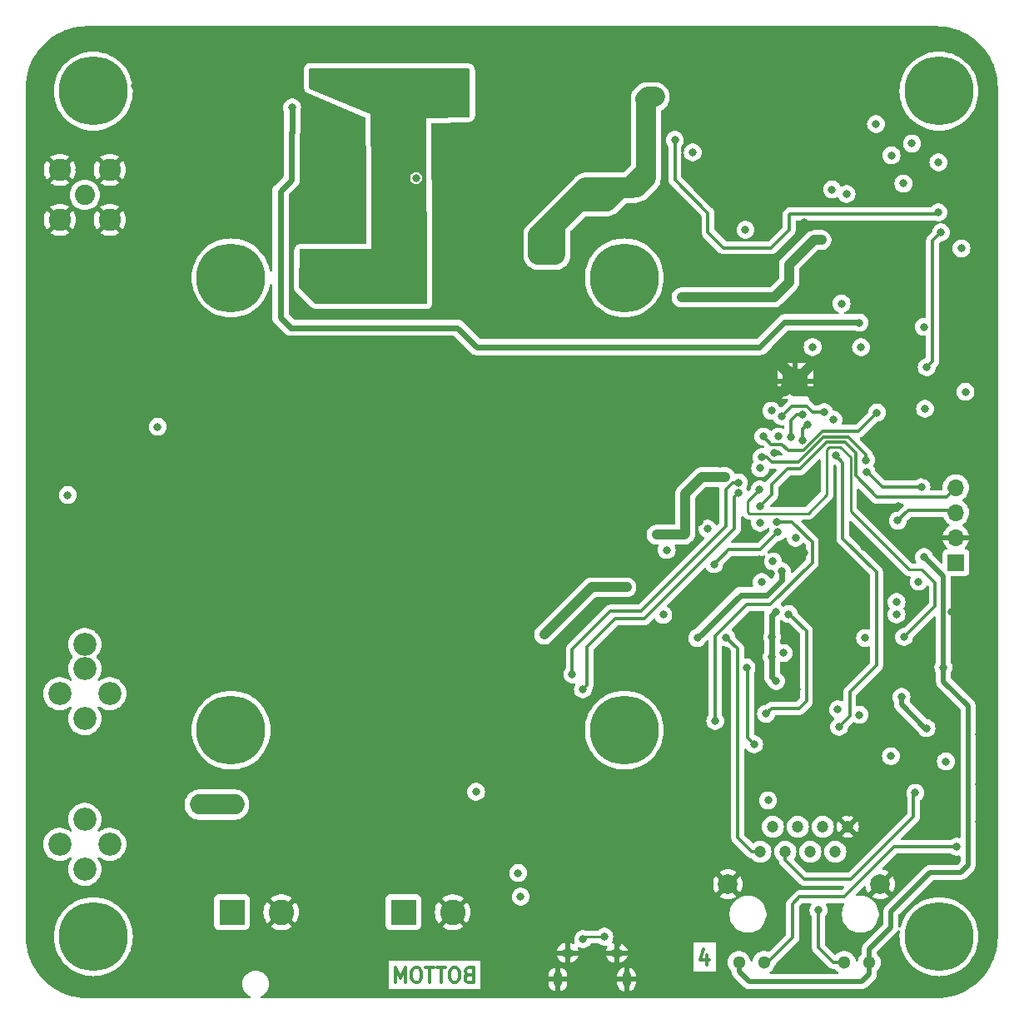
<source format=gbl>
G04 #@! TF.GenerationSoftware,KiCad,Pcbnew,8.0.9-8.0.9-0~ubuntu24.04.1*
G04 #@! TF.CreationDate,2025-11-08T17:49:52+02:00*
G04 #@! TF.ProjectId,TACNPR,5441434e-5052-42e6-9b69-6361645f7063,rev?*
G04 #@! TF.SameCoordinates,Original*
G04 #@! TF.FileFunction,Copper,L4,Bot*
G04 #@! TF.FilePolarity,Positive*
%FSLAX46Y46*%
G04 Gerber Fmt 4.6, Leading zero omitted, Abs format (unit mm)*
G04 Created by KiCad (PCBNEW 8.0.9-8.0.9-0~ubuntu24.04.1) date 2025-11-08 17:49:52*
%MOMM*%
%LPD*%
G01*
G04 APERTURE LIST*
%ADD10C,0.300000*%
G04 #@! TA.AperFunction,NonConductor*
%ADD11C,0.300000*%
G04 #@! TD*
G04 #@! TA.AperFunction,ComponentPad*
%ADD12C,3.900000*%
G04 #@! TD*
G04 #@! TA.AperFunction,ConnectorPad*
%ADD13C,7.000000*%
G04 #@! TD*
G04 #@! TA.AperFunction,ComponentPad*
%ADD14C,2.050000*%
G04 #@! TD*
G04 #@! TA.AperFunction,ComponentPad*
%ADD15C,2.250000*%
G04 #@! TD*
G04 #@! TA.AperFunction,ComponentPad*
%ADD16C,0.500000*%
G04 #@! TD*
G04 #@! TA.AperFunction,SMDPad,CuDef*
%ADD17R,2.600000X2.600000*%
G04 #@! TD*
G04 #@! TA.AperFunction,ComponentPad*
%ADD18R,1.700000X1.700000*%
G04 #@! TD*
G04 #@! TA.AperFunction,ComponentPad*
%ADD19O,1.700000X1.700000*%
G04 #@! TD*
G04 #@! TA.AperFunction,ComponentPad*
%ADD20R,2.600000X2.600000*%
G04 #@! TD*
G04 #@! TA.AperFunction,ComponentPad*
%ADD21C,2.600000*%
G04 #@! TD*
G04 #@! TA.AperFunction,ComponentPad*
%ADD22C,2.350000*%
G04 #@! TD*
G04 #@! TA.AperFunction,ComponentPad*
%ADD23O,0.890000X1.550000*%
G04 #@! TD*
G04 #@! TA.AperFunction,ComponentPad*
%ADD24O,1.250000X0.950000*%
G04 #@! TD*
G04 #@! TA.AperFunction,ComponentPad*
%ADD25C,1.200000*%
G04 #@! TD*
G04 #@! TA.AperFunction,ComponentPad*
%ADD26C,1.300000*%
G04 #@! TD*
G04 #@! TA.AperFunction,ComponentPad*
%ADD27C,2.000000*%
G04 #@! TD*
G04 #@! TA.AperFunction,ComponentPad*
%ADD28O,5.550000X2.100000*%
G04 #@! TD*
G04 #@! TA.AperFunction,ViaPad*
%ADD29C,0.800000*%
G04 #@! TD*
G04 #@! TA.AperFunction,Conductor*
%ADD30C,1.000000*%
G04 #@! TD*
G04 #@! TA.AperFunction,Conductor*
%ADD31C,0.300000*%
G04 #@! TD*
G04 #@! TA.AperFunction,Conductor*
%ADD32C,0.293370*%
G04 #@! TD*
G04 #@! TA.AperFunction,Conductor*
%ADD33C,0.250000*%
G04 #@! TD*
G04 #@! TA.AperFunction,Conductor*
%ADD34C,0.633000*%
G04 #@! TD*
G04 #@! TA.AperFunction,Conductor*
%ADD35C,0.500000*%
G04 #@! TD*
G04 #@! TA.AperFunction,Conductor*
%ADD36C,2.000000*%
G04 #@! TD*
G04 APERTURE END LIST*
D10*
D11*
X134020286Y-133395014D02*
X133806000Y-133466442D01*
X133806000Y-133466442D02*
X133734571Y-133537871D01*
X133734571Y-133537871D02*
X133663143Y-133680728D01*
X133663143Y-133680728D02*
X133663143Y-133895014D01*
X133663143Y-133895014D02*
X133734571Y-134037871D01*
X133734571Y-134037871D02*
X133806000Y-134109300D01*
X133806000Y-134109300D02*
X133948857Y-134180728D01*
X133948857Y-134180728D02*
X134520286Y-134180728D01*
X134520286Y-134180728D02*
X134520286Y-132680728D01*
X134520286Y-132680728D02*
X134020286Y-132680728D01*
X134020286Y-132680728D02*
X133877429Y-132752157D01*
X133877429Y-132752157D02*
X133806000Y-132823585D01*
X133806000Y-132823585D02*
X133734571Y-132966442D01*
X133734571Y-132966442D02*
X133734571Y-133109300D01*
X133734571Y-133109300D02*
X133806000Y-133252157D01*
X133806000Y-133252157D02*
X133877429Y-133323585D01*
X133877429Y-133323585D02*
X134020286Y-133395014D01*
X134020286Y-133395014D02*
X134520286Y-133395014D01*
X132734571Y-132680728D02*
X132448857Y-132680728D01*
X132448857Y-132680728D02*
X132306000Y-132752157D01*
X132306000Y-132752157D02*
X132163143Y-132895014D01*
X132163143Y-132895014D02*
X132091714Y-133180728D01*
X132091714Y-133180728D02*
X132091714Y-133680728D01*
X132091714Y-133680728D02*
X132163143Y-133966442D01*
X132163143Y-133966442D02*
X132306000Y-134109300D01*
X132306000Y-134109300D02*
X132448857Y-134180728D01*
X132448857Y-134180728D02*
X132734571Y-134180728D01*
X132734571Y-134180728D02*
X132877429Y-134109300D01*
X132877429Y-134109300D02*
X133020286Y-133966442D01*
X133020286Y-133966442D02*
X133091714Y-133680728D01*
X133091714Y-133680728D02*
X133091714Y-133180728D01*
X133091714Y-133180728D02*
X133020286Y-132895014D01*
X133020286Y-132895014D02*
X132877429Y-132752157D01*
X132877429Y-132752157D02*
X132734571Y-132680728D01*
X131663142Y-132680728D02*
X130806000Y-132680728D01*
X131234571Y-134180728D02*
X131234571Y-132680728D01*
X130520285Y-132680728D02*
X129663143Y-132680728D01*
X130091714Y-134180728D02*
X130091714Y-132680728D01*
X128877428Y-132680728D02*
X128591714Y-132680728D01*
X128591714Y-132680728D02*
X128448857Y-132752157D01*
X128448857Y-132752157D02*
X128306000Y-132895014D01*
X128306000Y-132895014D02*
X128234571Y-133180728D01*
X128234571Y-133180728D02*
X128234571Y-133680728D01*
X128234571Y-133680728D02*
X128306000Y-133966442D01*
X128306000Y-133966442D02*
X128448857Y-134109300D01*
X128448857Y-134109300D02*
X128591714Y-134180728D01*
X128591714Y-134180728D02*
X128877428Y-134180728D01*
X128877428Y-134180728D02*
X129020286Y-134109300D01*
X129020286Y-134109300D02*
X129163143Y-133966442D01*
X129163143Y-133966442D02*
X129234571Y-133680728D01*
X129234571Y-133680728D02*
X129234571Y-133180728D01*
X129234571Y-133180728D02*
X129163143Y-132895014D01*
X129163143Y-132895014D02*
X129020286Y-132752157D01*
X129020286Y-132752157D02*
X128877428Y-132680728D01*
X127591714Y-134180728D02*
X127591714Y-132680728D01*
X127591714Y-132680728D02*
X127091714Y-133752157D01*
X127091714Y-133752157D02*
X126591714Y-132680728D01*
X126591714Y-132680728D02*
X126591714Y-134180728D01*
D10*
D11*
X158273715Y-131390028D02*
X158273715Y-132390028D01*
X157916572Y-130818600D02*
X157559429Y-131890028D01*
X157559429Y-131890028D02*
X158488000Y-131890028D01*
D12*
X95864000Y-43540000D03*
D13*
X95864000Y-43540000D03*
D12*
X95864000Y-129540000D03*
D13*
X95864000Y-129540000D03*
D12*
X109864000Y-108540000D03*
D13*
X109864000Y-108540000D03*
D12*
X149864000Y-62540000D03*
D13*
X149864000Y-62540000D03*
D12*
X181864000Y-129540000D03*
D13*
X181864000Y-129540000D03*
D12*
X109864000Y-62540000D03*
D13*
X109864000Y-62540000D03*
D12*
X149864000Y-108540000D03*
D13*
X149864000Y-108540000D03*
D14*
X94996000Y-54102000D03*
D15*
X92456000Y-56642000D03*
X97536000Y-56642000D03*
X92456000Y-51562000D03*
X97536000Y-51562000D03*
D16*
X168309000Y-71975000D03*
X166209000Y-71975000D03*
D17*
X167259000Y-73025000D03*
D16*
X168309000Y-74075000D03*
X166209000Y-74075000D03*
D18*
X183591200Y-91490800D03*
D19*
X183591200Y-88950800D03*
X183591200Y-86410800D03*
X183591200Y-83870800D03*
D20*
X109971200Y-127050800D03*
D21*
X114971200Y-127050800D03*
D20*
X127406400Y-127050800D03*
D21*
X132406400Y-127050800D03*
D12*
X181864000Y-43540000D03*
D13*
X181864000Y-43540000D03*
D22*
X94996000Y-122682000D03*
X92456000Y-120142000D03*
X97536000Y-120142000D03*
X94996000Y-117602000D03*
X94996000Y-107362000D03*
X92456000Y-104822000D03*
X97536000Y-104822000D03*
X94996000Y-102282000D03*
X94996000Y-99822000D03*
D23*
X143083400Y-133888000D03*
D24*
X144083400Y-131188000D03*
X149083400Y-131188000D03*
D23*
X150083400Y-133888000D03*
D25*
X163703000Y-120904000D03*
X164973000Y-118364000D03*
X166243000Y-120904000D03*
X167513000Y-118364000D03*
X168783000Y-120904000D03*
X170053000Y-118364000D03*
X171323000Y-120904000D03*
X172593000Y-118364000D03*
D26*
X161523000Y-132154000D03*
X164063000Y-132154000D03*
X172233000Y-132154000D03*
X174773000Y-132154000D03*
D27*
X160403000Y-124204000D03*
X175893000Y-124204000D03*
D28*
X116345000Y-116106200D03*
X108445000Y-116106200D03*
D27*
X120265000Y-134366200D03*
X104515000Y-134356200D03*
D29*
X94437200Y-51511200D03*
X95351600Y-51511200D03*
X95402400Y-56642000D03*
X94488000Y-56642000D03*
X185115200Y-63652400D03*
X118450360Y-81577180D03*
X107553760Y-71744840D03*
X118488460Y-79011780D03*
X134838440Y-79644240D03*
X146690080Y-77101700D03*
X136083040Y-81363820D03*
X110680500Y-75679300D03*
X110667800Y-74612500D03*
X109639100Y-74612500D03*
X109651800Y-75692000D03*
X109651800Y-76695300D03*
X109651800Y-77787500D03*
X118485920Y-77713840D03*
X118513860Y-80281780D03*
X118470680Y-76454000D03*
X104140000Y-80645000D03*
X104749600Y-72377300D03*
X102199440Y-70914260D03*
X99684840Y-70939660D03*
X110106460Y-70203060D03*
X109336840Y-69946520D03*
X108186220Y-72722740D03*
X110068360Y-72044560D03*
X109131100Y-72704960D03*
X103723440Y-71546720D03*
X112595660Y-82527140D03*
X106603800Y-82189320D03*
X116840000Y-81661000D03*
X118445280Y-73878440D03*
X119283480Y-94335600D03*
X119380000Y-98407220D03*
X119380000Y-101023420D03*
X110337600Y-97828100D03*
X111353600Y-95745300D03*
X111366300Y-96812100D03*
X110337600Y-98920300D03*
X110337600Y-96824800D03*
X110324900Y-95745300D03*
X108574840Y-104140000D03*
X103428800Y-101854000D03*
X119380000Y-102463600D03*
X119367300Y-99689920D03*
X119352060Y-97017840D03*
X110744000Y-83195160D03*
X118485920Y-75148440D03*
X142770860Y-79936340D03*
X143837660Y-79923640D03*
X143837660Y-78894940D03*
X142758160Y-78907640D03*
X141754860Y-78907640D03*
X140662660Y-78907640D03*
X142570200Y-83708240D03*
X108450380Y-69933820D03*
X107553760Y-69961760D03*
X107284520Y-72623680D03*
X117805200Y-102616000D03*
X113088420Y-103733600D03*
X115163600Y-95859600D03*
X141165580Y-72326500D03*
X114167920Y-75697080D03*
X119349520Y-95697040D03*
X110998000Y-104013000D03*
X110060740Y-71048880D03*
X146685000Y-79992220D03*
X147584160Y-80002380D03*
X145755360Y-79982060D03*
X145669000Y-77089000D03*
X147647660Y-77122020D03*
X139700000Y-96113600D03*
X118450360Y-72339200D03*
X143103600Y-84937600D03*
X137414000Y-96118680D03*
X135001000Y-96123760D03*
X100939600Y-70916800D03*
X144399000Y-43053000D03*
X147320000Y-71120000D03*
X147317460Y-73652380D03*
X108158280Y-91909900D03*
X108158280Y-92900500D03*
X108145580Y-93957140D03*
X108899960Y-91394280D03*
X109824520Y-91394280D03*
X110736380Y-91384120D03*
X108999020Y-94307660D03*
X109943900Y-94317820D03*
X111594900Y-91721940D03*
X111627920Y-92710000D03*
X111615220Y-93621860D03*
X110876080Y-94317820D03*
X115570000Y-82042000D03*
X113855500Y-88392000D03*
X107061000Y-88138000D03*
X108077000Y-83185000D03*
X105507000Y-80751000D03*
X116586000Y-74930000D03*
X115125500Y-73723500D03*
X117475000Y-73088500D03*
X115112800Y-37896800D03*
X115112800Y-38912800D03*
X115112800Y-39928800D03*
X152654000Y-40690800D03*
X169799000Y-101854000D03*
X125476000Y-70104000D03*
X140157200Y-40995600D03*
X163042600Y-38785800D03*
X122910600Y-111810800D03*
X123875800Y-111810800D03*
X125603000Y-100965000D03*
X125603000Y-98298000D03*
X166814500Y-73723500D03*
X166814500Y-72263000D03*
X167703500Y-73723500D03*
X167703500Y-72263000D03*
X165227000Y-70993000D03*
X169227500Y-70993000D03*
X169240200Y-74980800D03*
X163626800Y-37846000D03*
X163017200Y-39852600D03*
X163042600Y-41935400D03*
X163195000Y-44018200D03*
X165176200Y-44323000D03*
X164134800Y-44323000D03*
X163042600Y-42976800D03*
X166217600Y-44323000D03*
X167284400Y-44145200D03*
X164617400Y-37795200D03*
X165608000Y-37769800D03*
X121920000Y-38100000D03*
X124460000Y-38100000D03*
X127000000Y-38100000D03*
X129540000Y-38100000D03*
X132080000Y-38100000D03*
X134620000Y-38100000D03*
X137160000Y-38100000D03*
X143256000Y-43078400D03*
X128270000Y-38100000D03*
X123190000Y-38100000D03*
X120650000Y-38100000D03*
X133350000Y-38100000D03*
X135890000Y-38100000D03*
X130810000Y-38100000D03*
X138366500Y-38100000D03*
X125730000Y-38100000D03*
X132842000Y-70091300D03*
X143129000Y-38100000D03*
X108153200Y-37846000D03*
X106883200Y-37846000D03*
X116382800Y-37896800D03*
X160020000Y-38862000D03*
X160655000Y-37846000D03*
X159512000Y-37846000D03*
X171653200Y-38150800D03*
X176733200Y-38150800D03*
X174193200Y-38150800D03*
X124968000Y-72390000D03*
X166573200Y-37795200D03*
X90170000Y-56896000D03*
X90170000Y-102616000D03*
X116382800Y-38912800D03*
X151765000Y-37973000D03*
X92405200Y-54102000D03*
X90170000Y-46736000D03*
X90170000Y-61976000D03*
X90170000Y-64516000D03*
X90170000Y-67056000D03*
X90170000Y-69596000D03*
X90170000Y-72136000D03*
X90170000Y-74676000D03*
X90220800Y-79298800D03*
X90424000Y-83566000D03*
X90170000Y-90678000D03*
X90170000Y-92456000D03*
X90170000Y-107696000D03*
X90170000Y-110236000D03*
X90170000Y-112776000D03*
X90170000Y-115316000D03*
X90170000Y-117856000D03*
X90170000Y-120396000D03*
X90170000Y-122936000D03*
X90170000Y-125476000D03*
X90170000Y-127762000D03*
X90170000Y-94996000D03*
X90170000Y-97536000D03*
X99314000Y-86868000D03*
X90170000Y-105156000D03*
X99822000Y-134112000D03*
X116382800Y-39928800D03*
X116829200Y-128524000D03*
X116956200Y-125349000D03*
X139446000Y-120523000D03*
X131114800Y-107391200D03*
X138277600Y-112877600D03*
X133146800Y-102006400D03*
X125603000Y-103251000D03*
X98552000Y-84836000D03*
X176276000Y-134112000D03*
X186385200Y-59436000D03*
X185928000Y-51816000D03*
X186385200Y-56896000D03*
X185928000Y-46736000D03*
X185928000Y-54356000D03*
X185928000Y-49276000D03*
X185928000Y-108966000D03*
X185928000Y-117856000D03*
X185928000Y-123176000D03*
X185420000Y-125730000D03*
X141249400Y-120573800D03*
X158242000Y-114808000D03*
X97282000Y-72136000D03*
X136144000Y-134061200D03*
X142138400Y-128371600D03*
X151765000Y-133858000D03*
X123875800Y-108153200D03*
X121869200Y-108153200D03*
X122910600Y-108153200D03*
X120929400Y-108813600D03*
X120929400Y-109982000D03*
X120929400Y-111226600D03*
X149321520Y-113441480D03*
X149733000Y-127635000D03*
X129895600Y-117703600D03*
X153365200Y-98323400D03*
X153512000Y-115726000D03*
X141859000Y-121285000D03*
X149225000Y-130175000D03*
X134975600Y-88544400D03*
X130048000Y-93599000D03*
X130048000Y-91948000D03*
X129286000Y-101854000D03*
X125603000Y-95631000D03*
X137668000Y-130048000D03*
X131572000Y-70104000D03*
X121208800Y-39547800D03*
X130073400Y-82626200D03*
X130073400Y-80086200D03*
X130073400Y-77546200D03*
X130073400Y-85166200D03*
X144907000Y-67691000D03*
X98668840Y-111231680D03*
X102514400Y-68427600D03*
X99060000Y-65278000D03*
X102514400Y-63855600D03*
X90170000Y-100012500D03*
X143205200Y-128016000D03*
X138303000Y-126746000D03*
X140779500Y-38100000D03*
X139573000Y-38100000D03*
X141986000Y-38100000D03*
X135636000Y-66294000D03*
X185928000Y-114046000D03*
X132854700Y-65608200D03*
X135191500Y-67246500D03*
X137160000Y-122555000D03*
X138938000Y-121539000D03*
X154279600Y-106730800D03*
X142036800Y-96113600D03*
X143408400Y-102209600D03*
X93618050Y-58375550D03*
X99085400Y-58191400D03*
X94234000Y-49085500D03*
X96164400Y-58267600D03*
X105003600Y-44958000D03*
X163017200Y-40868600D03*
X167690800Y-38887400D03*
X167716200Y-40005000D03*
X167741600Y-42087800D03*
X167741600Y-43129200D03*
X167716200Y-41021000D03*
X167386000Y-38074600D03*
X102692200Y-37795200D03*
X101701600Y-37820600D03*
X100101400Y-39878000D03*
X100126800Y-43002200D03*
X104825800Y-43154600D03*
X104800400Y-40030400D03*
X100101400Y-40894000D03*
X104775000Y-38912800D03*
X103301800Y-44348400D03*
X104368600Y-44170600D03*
X104800400Y-41046400D03*
X100279200Y-44043600D03*
X100126800Y-38811200D03*
X101219000Y-44348400D03*
X102260400Y-44348400D03*
X103657400Y-37820600D03*
X100126800Y-41960800D03*
X100711000Y-37871400D03*
X104470200Y-38100000D03*
X104825800Y-42113200D03*
X161747200Y-37846000D03*
X161163000Y-38862000D03*
X101600000Y-58674000D03*
X103378000Y-58674000D03*
X105156000Y-58674000D03*
X106934000Y-58674000D03*
X112522000Y-58293000D03*
X116408200Y-57912000D03*
X135064500Y-59100720D03*
X134874000Y-48006000D03*
X136906000Y-48006000D03*
X132588000Y-48006000D03*
X138938000Y-48006000D03*
X151511000Y-58039000D03*
X134874000Y-60198000D03*
X108712000Y-57912000D03*
X110744000Y-57912000D03*
X105156000Y-61061600D03*
X104902000Y-62484000D03*
X153162000Y-58674000D03*
X134874000Y-58166000D03*
X148590000Y-58039000D03*
X149987000Y-57975500D03*
X185962000Y-104326000D03*
X139192000Y-66802000D03*
X144399000Y-64135000D03*
X131826000Y-65595500D03*
X133807200Y-65608200D03*
X146939000Y-66802000D03*
X104190800Y-59690000D03*
X145415000Y-38100000D03*
X144272000Y-38100000D03*
X145415000Y-40259000D03*
X155257500Y-39687500D03*
X154686000Y-38862000D03*
X154051000Y-39687500D03*
X155257500Y-37909500D03*
X154178000Y-37909500D03*
X154686000Y-40640000D03*
X153035000Y-37973000D03*
X151765000Y-38989000D03*
X152908000Y-39522400D03*
X151765000Y-40005000D03*
X143129000Y-39370000D03*
X141986000Y-39370000D03*
X144272000Y-39370000D03*
X113982500Y-39560500D03*
X113411000Y-38735000D03*
X112776000Y-39560500D03*
X113982500Y-37782500D03*
X112903000Y-37782500D03*
X113411000Y-40513000D03*
X147383500Y-39687500D03*
X146812000Y-38862000D03*
X146177000Y-39687500D03*
X147383500Y-37909500D03*
X146304000Y-37909500D03*
X146812000Y-40640000D03*
X148336000Y-49022000D03*
X155194000Y-42545000D03*
X155194000Y-43688000D03*
X160655000Y-43434000D03*
X160655000Y-42291000D03*
X160655000Y-41148000D03*
X160655000Y-40005000D03*
X175463200Y-38150800D03*
X172872400Y-38150800D03*
X170332400Y-38150800D03*
X168859200Y-38150800D03*
X178003200Y-38150800D03*
X179324000Y-38150800D03*
X180644800Y-38150800D03*
X182067200Y-38150800D03*
X183642000Y-38506400D03*
X184962800Y-39319200D03*
X185928000Y-40386000D03*
X186588400Y-41757600D03*
X186791600Y-43434000D03*
X186740800Y-45161200D03*
X90170000Y-43383200D03*
X93319600Y-38455600D03*
X91033600Y-40335200D03*
X90220800Y-45110400D03*
X91998800Y-39268400D03*
X96316800Y-38100000D03*
X90373200Y-41706800D03*
X94894400Y-38100000D03*
X97637600Y-38100000D03*
X98958400Y-38100000D03*
X98602800Y-39370000D03*
X93980000Y-47752000D03*
X99364800Y-47040800D03*
X100279200Y-45720000D03*
X100685600Y-47294800D03*
X105765600Y-37846000D03*
X105765600Y-39116000D03*
X91795600Y-60655200D03*
X91541600Y-73456800D03*
X105816400Y-59740800D03*
X102463600Y-59690000D03*
X100533200Y-59690000D03*
X105613200Y-66243200D03*
X106934000Y-66598800D03*
X112877600Y-66497200D03*
X148894800Y-83870800D03*
X140208000Y-45212000D03*
X122580400Y-40005000D03*
X143256000Y-42113200D03*
X143256000Y-43992800D03*
X169646600Y-68440300D03*
X178562000Y-39624000D03*
X177546000Y-40894000D03*
X177292000Y-39370000D03*
X179324000Y-59944000D03*
X131064000Y-58928000D03*
X133350000Y-60198000D03*
X173609000Y-65659000D03*
X154749500Y-82461100D03*
X161229040Y-76154280D03*
X154724100Y-80352900D03*
X154419300Y-74282300D03*
X156006800Y-71526400D03*
X155803600Y-68122800D03*
X154825700Y-78181200D03*
X161493200Y-79146400D03*
X158394400Y-75285600D03*
X156972000Y-68072000D03*
X170078400Y-64046100D03*
X170129200Y-62852300D03*
X168808400Y-57404000D03*
X168910000Y-61976000D03*
X160528000Y-67812920D03*
X161721800Y-53517800D03*
X164350700Y-57315100D03*
X164198300Y-58343800D03*
X164160200Y-60706000D03*
X160832800Y-54584600D03*
X145288000Y-124841000D03*
X134239000Y-117475000D03*
X140487400Y-115417600D03*
X152146000Y-118770400D03*
X175107600Y-73101200D03*
X172618400Y-76860400D03*
X165354000Y-70104000D03*
X156991050Y-124288550D03*
X151892000Y-55689500D03*
X151511000Y-56896000D03*
X145034000Y-58166000D03*
X146177000Y-58166000D03*
X147320000Y-58166000D03*
X145034000Y-59436000D03*
X153797000Y-60071000D03*
X144907000Y-60706000D03*
X141986000Y-65405000D03*
X101346000Y-124587000D03*
X97917000Y-124714000D03*
X173228000Y-63881000D03*
X159922000Y-113396000D03*
X179324000Y-64211200D03*
X159689800Y-49911000D03*
X156362400Y-107746800D03*
X153365200Y-105206800D03*
X156845000Y-110871000D03*
X173482000Y-58801000D03*
X116586000Y-40894000D03*
X105219500Y-49784000D03*
X103632000Y-49212500D03*
X106362500Y-49784000D03*
X107632500Y-49720500D03*
X106426000Y-51816000D03*
X105689400Y-48691800D03*
X107762040Y-45974000D03*
X113030000Y-43942000D03*
X114300000Y-45212000D03*
X113030000Y-45212000D03*
X117602000Y-49530000D03*
X117602000Y-50546000D03*
X114808000Y-50546000D03*
X114808000Y-49530000D03*
X161925000Y-66675000D03*
X158851600Y-62230000D03*
X163576000Y-61976000D03*
X160782000Y-66294000D03*
X134620000Y-52324000D03*
X147574000Y-50038000D03*
X148590000Y-50038000D03*
X146748500Y-48704500D03*
X145669000Y-48641000D03*
X144081500Y-48895000D03*
X149669500Y-50800000D03*
X156337000Y-55854600D03*
X153225500Y-56642000D03*
X155194000Y-56642000D03*
X141160500Y-48006000D03*
X142621000Y-48895000D03*
X132740400Y-52324000D03*
X136347200Y-52324000D03*
X139509500Y-52324000D03*
X164744400Y-49479200D03*
X159131000Y-48793400D03*
X162001200Y-54660800D03*
X158851600Y-49758600D03*
X154813000Y-57937400D03*
X156667200Y-62661800D03*
X154660600Y-61264800D03*
X156413200Y-56692800D03*
X161747200Y-52412900D03*
X169113200Y-49834800D03*
X99441000Y-89281000D03*
X130860800Y-54508400D03*
X100332540Y-57769760D03*
X140652500Y-52959000D03*
X147701000Y-56959500D03*
X149288500Y-56959500D03*
X136446260Y-57523380D03*
X142240000Y-131318000D03*
X164719000Y-65913000D03*
X146494500Y-56959500D03*
X149352000Y-48387000D03*
X141541500Y-53911500D03*
X134810500Y-65595500D03*
X99885500Y-49657000D03*
X101219000Y-49085500D03*
X102425500Y-49022000D03*
X150825200Y-55727600D03*
X149809200Y-56134000D03*
X150469600Y-56896000D03*
X156667200Y-51663600D03*
X141732000Y-133858000D03*
X150876000Y-131064000D03*
X150876000Y-132080000D03*
X168148000Y-61722000D03*
X168910000Y-60960000D03*
X168148000Y-56896000D03*
X164592000Y-61722000D03*
X169519600Y-52578000D03*
X165354000Y-56388000D03*
X169418000Y-54610000D03*
X124968000Y-75184000D03*
X124968000Y-77470000D03*
X130556000Y-69342000D03*
X130810000Y-65595500D03*
X132842000Y-71374000D03*
X131826000Y-71374000D03*
X129032000Y-73406000D03*
X153670000Y-134112000D03*
X159512000Y-134112000D03*
X157480000Y-87376000D03*
X167386000Y-104394000D03*
X162941000Y-118872000D03*
X168910000Y-83464400D03*
X168910000Y-82397600D03*
X167792400Y-83413600D03*
X166674800Y-83413600D03*
X166674800Y-84480400D03*
X170434000Y-99060000D03*
X176530000Y-104394000D03*
X184150000Y-94234000D03*
X177546000Y-93472000D03*
X183134000Y-96520000D03*
X179578000Y-100330000D03*
X181610000Y-78740000D03*
X181508400Y-81534000D03*
X185978800Y-80924400D03*
X177732000Y-85776000D03*
X177546000Y-82296000D03*
X168910000Y-84480400D03*
X170637200Y-86207600D03*
X163576000Y-91186000D03*
X152908000Y-87249000D03*
X154432000Y-86614000D03*
X179451000Y-94742000D03*
X184922000Y-103686000D03*
X159512000Y-109093000D03*
X171577000Y-100330000D03*
X114198400Y-135331200D03*
X124409200Y-113182400D03*
X102489000Y-91313000D03*
X115417600Y-134112000D03*
X124182000Y-66326000D03*
X173982000Y-110776000D03*
X178765200Y-67208400D03*
X98348800Y-134416800D03*
X180782000Y-117376000D03*
X156108400Y-80162400D03*
X128676400Y-130454400D03*
X171582000Y-44876000D03*
X126085600Y-130454400D03*
X164782000Y-92576000D03*
X115417600Y-117906800D03*
X171672000Y-117096000D03*
X175310800Y-52730400D03*
X109423200Y-133731000D03*
X137210800Y-123520200D03*
X165049200Y-129387600D03*
X168300400Y-128320800D03*
X177038000Y-131978400D03*
X158597600Y-85140800D03*
X117602000Y-117906800D03*
X100457000Y-91313000D03*
X123799600Y-130048000D03*
X184658000Y-100584000D03*
X99441000Y-94361000D03*
X174955200Y-44500800D03*
X140665200Y-103428800D03*
X136245600Y-111760000D03*
X114427000Y-121285000D03*
X117932000Y-57826000D03*
X103276400Y-135382000D03*
X165404800Y-127660400D03*
X176282000Y-115776000D03*
X109093000Y-84582000D03*
X179882800Y-73202800D03*
X118338600Y-110896400D03*
X153568400Y-91541600D03*
X104394000Y-107950000D03*
X92430600Y-133451600D03*
X149932000Y-68326000D03*
X94513400Y-134264400D03*
X138379200Y-89712800D03*
X175107600Y-50190400D03*
X186172000Y-100126000D03*
X113080800Y-125425200D03*
X137871200Y-52324000D03*
X121682000Y-58576000D03*
X123063000Y-133045200D03*
X129895600Y-39065200D03*
X116432000Y-66076000D03*
X122182000Y-56826000D03*
X185623200Y-88950800D03*
X156112000Y-103256000D03*
X176428400Y-44500800D03*
X170972000Y-115106000D03*
X141478000Y-88392000D03*
X121767600Y-135280400D03*
X158182000Y-118126000D03*
X161925000Y-88976200D03*
X138277600Y-100482400D03*
X164182000Y-104576000D03*
X165150800Y-80365600D03*
X119182000Y-68826000D03*
X166782000Y-113776000D03*
X117602000Y-114300000D03*
X99568000Y-99441000D03*
X169182000Y-94076000D03*
X158496000Y-109601000D03*
X143510000Y-118465600D03*
X178562000Y-89154000D03*
X172212000Y-112141000D03*
X103428800Y-133045200D03*
X91160600Y-131800600D03*
X123850400Y-123494800D03*
X167182000Y-111176000D03*
X119583200Y-114858800D03*
X149932000Y-70826000D03*
X119182000Y-66326000D03*
X154932000Y-76226000D03*
X162814000Y-130352800D03*
X158877000Y-93726000D03*
X99949000Y-96393000D03*
X119786400Y-116027200D03*
X134899400Y-77287121D03*
X180390800Y-82651600D03*
X135940800Y-107950000D03*
X168300400Y-96316800D03*
X118668800Y-135128000D03*
X179857400Y-74041000D03*
X174142400Y-94183200D03*
X176722000Y-117676000D03*
X118618000Y-133400800D03*
X138277600Y-102870000D03*
X116932000Y-112201000D03*
X120904000Y-49987200D03*
X91490800Y-70815200D03*
X105714800Y-46431200D03*
X118618000Y-117906800D03*
X122123200Y-50546000D03*
X105283000Y-111633000D03*
X124612400Y-134086600D03*
X173736000Y-117348000D03*
X115417600Y-114300000D03*
X98806000Y-96393000D03*
X169672000Y-112141000D03*
X130719200Y-125120400D03*
X134122800Y-125171200D03*
X158775400Y-50800000D03*
X113233200Y-128676400D03*
X178882000Y-121576000D03*
X140868400Y-96113600D03*
X182082000Y-121576000D03*
X136855200Y-109220000D03*
X122961400Y-57429400D03*
X133654800Y-70764400D03*
X152146000Y-122631200D03*
X99695000Y-85852000D03*
X176212000Y-118626000D03*
X131826000Y-60198000D03*
X120345200Y-45974000D03*
X147574000Y-104038400D03*
X184682000Y-124776000D03*
X118872000Y-49987200D03*
X105791000Y-105410000D03*
X185521600Y-75184000D03*
X175382000Y-110576000D03*
X172847000Y-98171000D03*
X123182000Y-55826000D03*
X171043600Y-87020400D03*
X124256800Y-106426000D03*
X167538400Y-131318000D03*
X121335800Y-55905400D03*
X123190000Y-52781200D03*
X99441000Y-93345000D03*
X101473000Y-91313000D03*
X99441000Y-92329000D03*
X167843200Y-84480400D03*
X160882000Y-48976000D03*
X122732800Y-58318400D03*
X159482000Y-116336000D03*
X169782000Y-94576000D03*
X165303200Y-125780800D03*
X123190000Y-134772400D03*
X102819200Y-134366000D03*
X157742000Y-120236000D03*
X159258000Y-44602400D03*
X160274000Y-102997000D03*
X121158000Y-57429400D03*
X130668400Y-128625600D03*
X154305000Y-98323400D03*
X136347200Y-54051200D03*
X172847000Y-101092000D03*
X116509800Y-114300000D03*
X152192000Y-103106000D03*
X121818400Y-111760000D03*
X121056400Y-132740400D03*
X121412000Y-127304800D03*
X171145200Y-129184400D03*
X153568400Y-92710000D03*
X114198400Y-132791200D03*
X107238800Y-133731000D03*
X149582000Y-98476000D03*
X128676400Y-52374800D03*
X174244000Y-89916000D03*
X124460000Y-38912800D03*
X119684800Y-132435600D03*
X172692000Y-116936000D03*
X184658000Y-77520800D03*
X99441000Y-95504000D03*
X110490000Y-87757000D03*
X99466400Y-116205000D03*
X118973600Y-45885100D03*
X119710200Y-58039000D03*
X139903200Y-88392000D03*
X128270000Y-38912800D03*
X180086000Y-87503000D03*
X180882000Y-109876000D03*
X145389600Y-117754400D03*
X181182000Y-88376000D03*
X172212000Y-113792000D03*
X96469200Y-134442200D03*
X138531600Y-96113600D03*
X106070400Y-135331200D03*
X126288800Y-39217600D03*
X168182000Y-90476000D03*
X101371400Y-116205000D03*
X160182000Y-103976000D03*
X171145200Y-113792000D03*
X163703000Y-108712000D03*
X124714000Y-120954800D03*
X158369000Y-95377000D03*
X114325400Y-117906800D03*
X144830800Y-107645200D03*
X119888000Y-49987200D03*
X107563920Y-70815200D03*
X102235000Y-96393000D03*
X102235000Y-79375000D03*
X114325400Y-114300000D03*
X99441000Y-91313000D03*
X176326800Y-54762400D03*
X117652800Y-45885100D03*
X101092000Y-96393000D03*
X144322800Y-89052400D03*
X123190000Y-54254400D03*
X117246400Y-134112000D03*
X119583200Y-117297200D03*
X173582000Y-112776000D03*
X118618000Y-114300000D03*
X152222000Y-104346000D03*
X90449400Y-129870200D03*
X136093200Y-96113600D03*
X100203000Y-88011000D03*
X174782000Y-111176000D03*
X173282000Y-119676000D03*
X160274000Y-100482400D03*
X173736000Y-71577200D03*
X159607000Y-81451000D03*
X116509800Y-117906800D03*
X134173600Y-128625600D03*
X123088400Y-51409600D03*
X161732000Y-77651000D03*
X122377200Y-39116000D03*
X177546000Y-122428000D03*
X177546000Y-96774000D03*
X154178000Y-90220800D03*
X179800250Y-93440250D03*
X164982000Y-91376000D03*
X165481000Y-88392004D03*
X159004000Y-91643200D03*
X174345600Y-99161600D03*
X165522000Y-78686000D03*
X163830000Y-93472000D03*
X145643600Y-104394000D03*
X161493200Y-84429600D03*
X144576800Y-102870000D03*
X161512000Y-83346000D03*
X171142399Y-76962667D03*
X169011600Y-69570600D03*
X165862000Y-76606400D03*
X170179992Y-76200000D03*
X168011415Y-79079785D03*
X168503600Y-77419200D03*
X168005185Y-76441500D03*
X166827200Y-78740000D03*
X164012000Y-78676000D03*
X175564800Y-76250800D03*
X163682000Y-81901000D03*
X177546000Y-95504000D03*
X174498000Y-82296000D03*
X180086000Y-83820000D03*
X163672000Y-87436000D03*
X177673000Y-87226000D03*
X163703000Y-85725000D03*
X178308000Y-99060000D03*
X163626800Y-84074000D03*
X102412800Y-77673200D03*
X93268800Y-84632800D03*
X147828000Y-129540000D03*
X145668998Y-129794000D03*
X139065000Y-123063000D03*
X165354000Y-87325200D03*
X159105600Y-107594400D03*
X139319000Y-125476000D03*
X171704000Y-108204002D03*
X171348400Y-80619600D03*
X134785400Y-114808000D03*
X153822400Y-96799400D03*
X150088600Y-94005400D03*
X141732000Y-98805998D03*
X162179000Y-57658000D03*
X156819600Y-49784000D03*
X164825680Y-76042520D03*
X171957994Y-65151000D03*
X173939200Y-69596000D03*
X178244000Y-52946800D03*
X179120800Y-48869600D03*
X184150000Y-59537600D03*
X175461300Y-46890300D03*
X169926000Y-58674000D03*
X170992800Y-53543200D03*
X155702000Y-64516000D03*
X182067200Y-57912000D03*
X180619400Y-71628000D03*
X177038000Y-50088800D03*
X172466000Y-53998500D03*
X164896800Y-99047000D03*
X171577000Y-106426000D03*
X173782000Y-106976000D03*
X165303200Y-103530400D03*
X164846000Y-101092000D03*
X165252400Y-96520000D03*
X163067992Y-109982000D03*
X162292000Y-102146000D03*
X157282000Y-99176000D03*
X182321200Y-102158800D03*
X165882000Y-92376000D03*
X180340000Y-90932000D03*
X153162000Y-88646000D03*
X160147000Y-82804000D03*
X174447200Y-81076800D03*
X163830000Y-80772000D03*
X141097000Y-60198000D03*
X141986000Y-60198000D03*
X142875000Y-60198000D03*
X141097000Y-58166000D03*
X141986000Y-58166000D03*
X142875000Y-58166000D03*
X152082500Y-43878500D03*
X152082500Y-44767500D03*
X152908000Y-44767500D03*
X141986000Y-59182000D03*
X142875000Y-59182000D03*
X152971500Y-43878500D03*
X141046200Y-59207400D03*
X119100600Y-62039500D03*
X120307100Y-62039500D03*
X120307100Y-63055500D03*
X119100600Y-63055500D03*
X117932200Y-62039500D03*
X117932200Y-63055500D03*
X121526300Y-62014100D03*
X121526300Y-63030100D03*
X117932200Y-60972700D03*
X119100600Y-60972700D03*
X120307100Y-60972700D03*
X121526300Y-60947300D03*
X122580400Y-43281600D03*
X126288800Y-43332400D03*
X126441200Y-45161200D03*
X124383800Y-44424600D03*
X121539000Y-64135000D03*
X118364000Y-41757600D03*
X133096000Y-45516800D03*
X129133600Y-45516800D03*
X119532400Y-42976800D03*
X119380000Y-41910000D03*
X127863600Y-45161200D03*
X123037600Y-44399200D03*
X127127000Y-44475400D03*
X118618000Y-42672000D03*
X120294400Y-64109600D03*
X131826000Y-45516800D03*
X125730000Y-44450000D03*
X125069600Y-45161200D03*
X123748800Y-45110400D03*
X119100600Y-64109600D03*
X130048000Y-45516800D03*
X180594000Y-108331000D03*
X178054010Y-105156000D03*
X164482000Y-115676000D03*
X173786800Y-67106800D03*
X116078000Y-45212000D03*
X179452000Y-114916000D03*
X180441600Y-75844400D03*
X184556400Y-74117200D03*
X160232000Y-99106000D03*
X183642000Y-120396000D03*
X182562000Y-111726000D03*
X169621200Y-126847600D03*
X181813200Y-55880000D03*
X155003000Y-48514000D03*
X167282000Y-88976000D03*
X158318200Y-88061800D03*
X166573200Y-96723200D03*
X164282000Y-106876000D03*
X176982000Y-111176000D03*
X166065200Y-100685600D03*
X180340000Y-67513200D03*
X181813200Y-50800000D03*
D30*
X166209000Y-71975000D02*
X165227000Y-70993000D01*
X166209000Y-71975000D02*
X166526500Y-71975000D01*
X166526500Y-71975000D02*
X166814500Y-72263000D01*
D31*
X160477200Y-90170000D02*
X163703004Y-90170000D01*
X163703004Y-90170000D02*
X165481000Y-88392004D01*
X159004000Y-91643200D02*
X160477200Y-90170000D01*
D30*
X166209000Y-74075000D02*
X166209000Y-73757500D01*
X165544500Y-70993000D02*
X166814500Y-72263000D01*
X167957500Y-72263000D02*
X169227500Y-70993000D01*
X174133800Y-74075000D02*
X175107600Y-73101200D01*
X168309000Y-74075000D02*
X167166000Y-74075000D01*
X165227000Y-70993000D02*
X165544500Y-70993000D01*
X166209000Y-73757500D02*
X167703500Y-72263000D01*
X167703500Y-72263000D02*
X167957500Y-72263000D01*
X159605000Y-74075000D02*
X158394400Y-75285600D01*
X168309000Y-74075000D02*
X174133800Y-74075000D01*
X167166000Y-74075000D02*
X166814500Y-73723500D01*
X166209000Y-74075000D02*
X159605000Y-74075000D01*
D31*
X151895707Y-97222720D02*
X161086800Y-88031627D01*
X148903280Y-97222720D02*
X151895707Y-97222720D01*
X161086800Y-84836000D02*
X161493200Y-84429600D01*
X146050000Y-103987600D02*
X146050000Y-100076000D01*
X161086800Y-88031627D02*
X161086800Y-84836000D01*
X146050000Y-100076000D02*
X148903280Y-97222720D01*
X145643600Y-104394000D02*
X146050000Y-103987600D01*
X160172400Y-87807800D02*
X151536400Y-96443800D01*
X144576800Y-100330000D02*
X144576800Y-102870000D01*
X148463000Y-96443800D02*
X144576800Y-100330000D01*
X160172400Y-84074000D02*
X160172400Y-87807800D01*
X160900400Y-83346000D02*
X160172400Y-84074000D01*
X151536400Y-96443800D02*
X148463000Y-96443800D01*
X161512000Y-83346000D02*
X160900400Y-83346000D01*
X166903400Y-75565000D02*
X168392715Y-75565000D01*
X169027715Y-76200000D02*
X170179992Y-76200000D01*
X165862000Y-76606400D02*
X166903400Y-75565000D01*
X168392715Y-75565000D02*
X169027715Y-76200000D01*
X168011415Y-77911385D02*
X168503600Y-77419200D01*
X168011415Y-79079785D02*
X168011415Y-77911385D01*
X166827200Y-76998642D02*
X167384342Y-76441500D01*
X166827200Y-78740000D02*
X166827200Y-76998642D01*
X167384342Y-76441500D02*
X168005185Y-76441500D01*
X173685200Y-78130400D02*
X175564800Y-76250800D01*
X168101972Y-80060800D02*
X170032372Y-78130400D01*
X164787200Y-79451200D02*
X165912800Y-79451200D01*
X166522400Y-80060800D02*
X168101972Y-80060800D01*
X164012000Y-78676000D02*
X164787200Y-79451200D01*
X165912800Y-79451200D02*
X166522400Y-80060800D01*
X170032372Y-78130400D02*
X173685200Y-78130400D01*
X174625000Y-82296000D02*
X176149000Y-83820000D01*
X174498000Y-82296000D02*
X174625000Y-82296000D01*
X176149000Y-83820000D02*
X180086000Y-83820000D01*
X183337200Y-86156800D02*
X183591200Y-86410800D01*
X178742200Y-86156800D02*
X183337200Y-86156800D01*
X177673000Y-87226000D02*
X178742200Y-86156800D01*
X164846000Y-84582000D02*
X163703000Y-85725000D01*
X164846000Y-83566000D02*
X164846000Y-84582000D01*
X170422204Y-79259796D02*
X167729111Y-81952889D01*
X172274596Y-79259796D02*
X170422204Y-79259796D01*
X173368605Y-80353805D02*
X172274596Y-79259796D01*
X182613511Y-84848489D02*
X175551889Y-84848489D01*
X173368605Y-82665205D02*
X173368605Y-80353805D01*
X183591200Y-83870800D02*
X182613511Y-84848489D01*
X166459111Y-81952889D02*
X164846000Y-83566000D01*
X175551889Y-84848489D02*
X173368605Y-82665205D01*
X167729111Y-81952889D02*
X166459111Y-81952889D01*
X181482000Y-93598000D02*
X181483000Y-93599000D01*
X181482000Y-93576000D02*
X181482000Y-93598000D01*
D32*
X171831000Y-79756000D02*
X170688000Y-79756000D01*
X168579800Y-86487000D02*
X162560000Y-86487000D01*
X170484800Y-84582000D02*
X168579800Y-86487000D01*
X180119795Y-92213795D02*
X178827795Y-92213795D01*
D31*
X181483000Y-95885000D02*
X178308000Y-99060000D01*
D32*
X162433000Y-85267800D02*
X163626800Y-84074000D01*
X170484800Y-79959200D02*
X170484800Y-84582000D01*
X162433000Y-86360000D02*
X162433000Y-85267800D01*
D31*
X181483000Y-93599000D02*
X181483000Y-95885000D01*
D32*
X181482000Y-93576000D02*
X180119795Y-92213795D01*
X172872400Y-80797400D02*
X171831000Y-79756000D01*
X170688000Y-79756000D02*
X170484800Y-79959200D01*
X172872400Y-86258400D02*
X172872400Y-80797400D01*
X162560000Y-86487000D02*
X162433000Y-86360000D01*
X178827795Y-92213795D02*
X172872400Y-86258400D01*
D33*
X147828000Y-129540000D02*
X145922998Y-129540000D01*
D31*
X166931200Y-87325200D02*
X165354000Y-87325200D01*
X168982000Y-91476000D02*
X168982000Y-89376000D01*
X159105600Y-107594400D02*
X159105600Y-98958400D01*
X164700000Y-95758000D02*
X168982000Y-91476000D01*
X162306000Y-95758000D02*
X164700000Y-95758000D01*
X159105600Y-98958400D02*
X162306000Y-95758000D01*
X168982000Y-89376000D02*
X166931200Y-87325200D01*
X171348400Y-80619600D02*
X172085000Y-81356200D01*
X175514000Y-101944000D02*
X172782000Y-104676000D01*
X175514000Y-92456000D02*
X175514000Y-101944000D01*
X172782000Y-104676000D02*
X172782000Y-107126002D01*
X172085000Y-89027000D02*
X175514000Y-92456000D01*
X172085000Y-81356200D02*
X172085000Y-89027000D01*
X172782000Y-107126002D02*
X171704000Y-108204002D01*
D30*
X146532598Y-94005400D02*
X141732000Y-98805998D01*
X150088600Y-94005400D02*
X146532598Y-94005400D01*
X166624000Y-61214000D02*
X169164000Y-58674000D01*
X169164000Y-58674000D02*
X169926000Y-58674000D01*
X155702000Y-64516000D02*
X165100000Y-64516000D01*
X166624000Y-62992000D02*
X166624000Y-61214000D01*
X165100000Y-64516000D02*
X166624000Y-62992000D01*
D31*
X182067200Y-57912000D02*
X181203600Y-58775600D01*
X181203600Y-58775600D02*
X181203600Y-71043800D01*
X181203600Y-71043800D02*
X180619400Y-71628000D01*
D34*
X165303200Y-103530400D02*
X164896800Y-103124000D01*
X164896800Y-99047000D02*
X164896800Y-96875600D01*
X164896800Y-103124000D02*
X164896800Y-99047000D01*
X164896800Y-96875600D02*
X165252400Y-96520000D01*
D31*
X162407600Y-109321608D02*
X163067992Y-109982000D01*
X162292000Y-102146000D02*
X162407600Y-102261600D01*
X162407600Y-102261600D02*
X162407600Y-109321608D01*
D35*
X173990000Y-134112000D02*
X174773000Y-133329000D01*
X161523000Y-132154000D02*
X161523000Y-133073238D01*
X184082000Y-122976000D02*
X184810400Y-122247600D01*
X161523000Y-133073238D02*
X162561762Y-134112000D01*
X182284489Y-102122089D02*
X182321200Y-102158800D01*
X184810400Y-122247600D02*
X184810400Y-106070400D01*
X182284489Y-92876489D02*
X182284489Y-102122089D01*
X176982000Y-126976000D02*
X180982000Y-122976000D01*
D34*
X165882000Y-92376000D02*
X165882000Y-93276000D01*
D35*
X182321200Y-103581200D02*
X182321200Y-102158800D01*
X174773000Y-133329000D02*
X174773000Y-132154000D01*
X176982000Y-128576000D02*
X176982000Y-126976000D01*
D34*
X164382000Y-94776000D02*
X161682000Y-94776000D01*
X161682000Y-94776000D02*
X157282000Y-99176000D01*
D35*
X174773000Y-130785000D02*
X176982000Y-128576000D01*
X180982000Y-122976000D02*
X184082000Y-122976000D01*
X184810400Y-106070400D02*
X182321200Y-103581200D01*
D34*
X165882000Y-93276000D02*
X164382000Y-94776000D01*
D35*
X162561762Y-134112000D02*
X173990000Y-134112000D01*
X174773000Y-132154000D02*
X174773000Y-130785000D01*
X180340000Y-90932000D02*
X182284489Y-92876489D01*
D31*
X164846000Y-81280000D02*
X164338000Y-80772000D01*
X174447200Y-80518000D02*
X172669200Y-78740000D01*
X174447200Y-81076800D02*
X174447200Y-80518000D01*
D30*
X155956000Y-88646000D02*
X153162000Y-88646000D01*
X156083000Y-84455000D02*
X156083000Y-88519000D01*
X157734000Y-82804000D02*
X156083000Y-84455000D01*
D31*
X170129200Y-78740000D02*
X167589200Y-81280000D01*
X167589200Y-81280000D02*
X164846000Y-81280000D01*
D30*
X156083000Y-88519000D02*
X155956000Y-88646000D01*
D31*
X164338000Y-80772000D02*
X163830000Y-80772000D01*
X172669200Y-78740000D02*
X170129200Y-78740000D01*
D30*
X160147000Y-82804000D02*
X157734000Y-82804000D01*
D36*
X151790400Y-51917600D02*
X151790400Y-52679600D01*
X141097000Y-58166000D02*
X141863358Y-58166000D01*
X150641598Y-53441600D02*
X149402800Y-53441600D01*
X142875000Y-60198000D02*
X142875000Y-58166000D01*
X141863358Y-58166000D02*
X142875000Y-57154358D01*
X142875000Y-57154358D02*
X142875000Y-58166000D01*
X152209500Y-44132500D02*
X152971500Y-44132500D01*
X141097000Y-58166000D02*
X145923000Y-53340000D01*
X151790400Y-52679600D02*
X151352250Y-53117750D01*
X149402800Y-53441600D02*
X148091961Y-54752439D01*
X152082500Y-47180500D02*
X152082500Y-52387500D01*
X145276919Y-54752439D02*
X142875000Y-57154358D01*
X142875000Y-60198000D02*
X141097000Y-60198000D01*
X150368000Y-53340000D02*
X151790400Y-51917600D01*
X152019000Y-44323000D02*
X152209500Y-44132500D01*
X151155201Y-53314799D02*
X150768399Y-53314799D01*
X150768399Y-53314799D02*
X150641598Y-53441600D01*
X141097000Y-60198000D02*
X141097000Y-58166000D01*
X148091961Y-54752439D02*
X145276919Y-54752439D01*
X145923000Y-53340000D02*
X150368000Y-53340000D01*
X151352250Y-53117750D02*
X151155201Y-53314799D01*
X152082500Y-52387500D02*
X151352250Y-53117750D01*
X152082500Y-44767500D02*
X152082500Y-47180500D01*
D35*
X180467000Y-108331000D02*
X178054010Y-105918010D01*
X180594000Y-108331000D02*
X180467000Y-108331000D01*
X178054010Y-105918010D02*
X178054010Y-105156000D01*
D34*
X114884200Y-66573400D02*
X114884200Y-53721000D01*
X116078000Y-47701200D02*
X116078000Y-45212000D01*
X163626800Y-69596000D02*
X134874000Y-69596000D01*
X132880100Y-67602100D02*
X115912900Y-67602100D01*
X115912900Y-67602100D02*
X114884200Y-66573400D01*
X114884200Y-53721000D02*
X116027200Y-52578000D01*
X116027200Y-52578000D02*
X116027200Y-47752000D01*
X173736000Y-67056000D02*
X166166800Y-67056000D01*
X134874000Y-69596000D02*
X132880100Y-67602100D01*
X116027200Y-47752000D02*
X116078000Y-47701200D01*
X166166800Y-67056000D02*
X163626800Y-69596000D01*
X173786800Y-67106800D02*
X173736000Y-67056000D01*
D31*
X172918428Y-123698000D02*
X168188472Y-123698000D01*
X179282000Y-117334428D02*
X172918428Y-123698000D01*
X166243000Y-121752528D02*
X166243000Y-120904000D01*
X179452000Y-114916000D02*
X179282000Y-115086000D01*
X179282000Y-115086000D02*
X179282000Y-117334428D01*
X168188472Y-123698000D02*
X166243000Y-121752528D01*
X161391600Y-100265600D02*
X161391600Y-119441128D01*
X160232000Y-99106000D02*
X161391600Y-100265600D01*
X162854472Y-120904000D02*
X163703000Y-120904000D01*
X161391600Y-119441128D02*
X162854472Y-120904000D01*
X183642000Y-120396000D02*
X177292000Y-120396000D01*
X167690800Y-125476000D02*
X166979600Y-126187200D01*
X166979600Y-129641600D02*
X164467200Y-132154000D01*
X177292000Y-120396000D02*
X172212000Y-125476000D01*
X172212000Y-125476000D02*
X167690800Y-125476000D01*
X164467200Y-132154000D02*
X164063000Y-132154000D01*
X166979600Y-126187200D02*
X166979600Y-129641600D01*
X172233000Y-132154000D02*
X171117600Y-132154000D01*
X171117600Y-132154000D02*
X169621200Y-130657600D01*
X169621200Y-130657600D02*
X169621200Y-126847600D01*
X181813200Y-55880000D02*
X181660800Y-56032400D01*
X166624000Y-56134000D02*
X166624000Y-57658000D01*
X158379160Y-57884060D02*
X158379160Y-55953660D01*
X166725600Y-56032400D02*
X166624000Y-56134000D01*
X158379160Y-55953660D02*
X155003000Y-52577500D01*
X166624000Y-57658000D02*
X164807900Y-59474100D01*
X159969200Y-59474100D02*
X158379160Y-57884060D01*
X155003000Y-52577500D02*
X155003000Y-48514000D01*
X164807900Y-59474100D02*
X159969200Y-59474100D01*
X181660800Y-56032400D02*
X166725600Y-56032400D01*
X166674800Y-96723200D02*
X166573200Y-96723200D01*
X168382000Y-98430400D02*
X166674800Y-96723200D01*
X167640000Y-106324400D02*
X168382000Y-105582400D01*
X164282000Y-106876000D02*
X164833600Y-106324400D01*
X164833600Y-106324400D02*
X167640000Y-106324400D01*
X168382000Y-105582400D02*
X168382000Y-98430400D01*
G04 #@! TA.AperFunction,Conductor*
G36*
X168833747Y-126154502D02*
G01*
X168880240Y-126208158D01*
X168890344Y-126278432D01*
X168874745Y-126323497D01*
X168839526Y-126384500D01*
X168786676Y-126476038D01*
X168786673Y-126476045D01*
X168727657Y-126657672D01*
X168707696Y-126847600D01*
X168727657Y-127037527D01*
X168757726Y-127130070D01*
X168786673Y-127219156D01*
X168786676Y-127219161D01*
X168882161Y-127384546D01*
X168930335Y-127438047D01*
X168961053Y-127502054D01*
X168962700Y-127522359D01*
X168962700Y-130722460D01*
X168988006Y-130849677D01*
X168988007Y-130849680D01*
X169009378Y-130901275D01*
X169037645Y-130969517D01*
X169109709Y-131077369D01*
X170697831Y-132665491D01*
X170805683Y-132737555D01*
X170925523Y-132787194D01*
X171052743Y-132812500D01*
X171215812Y-132812500D01*
X171283933Y-132832502D01*
X171316362Y-132862568D01*
X171373188Y-132937819D01*
X171531854Y-133082462D01*
X171531856Y-133082463D01*
X171531857Y-133082464D01*
X171593083Y-133120373D01*
X171640470Y-133173239D01*
X171651753Y-133243333D01*
X171623350Y-133308400D01*
X171564277Y-133347782D01*
X171526752Y-133353500D01*
X164769248Y-133353500D01*
X164701127Y-133333498D01*
X164654634Y-133279842D01*
X164644530Y-133209568D01*
X164674024Y-133144988D01*
X164702915Y-133120374D01*
X164764143Y-133082464D01*
X164922810Y-132937820D01*
X165052196Y-132766484D01*
X165147897Y-132574291D01*
X165206439Y-132368536D01*
X165238531Y-132313927D01*
X167491091Y-130061369D01*
X167563155Y-129953517D01*
X167612794Y-129833677D01*
X167623200Y-129781361D01*
X167638100Y-129706457D01*
X167638100Y-126512150D01*
X167658102Y-126444029D01*
X167675005Y-126423055D01*
X167926655Y-126171405D01*
X167988967Y-126137379D01*
X168015750Y-126134500D01*
X168765626Y-126134500D01*
X168833747Y-126154502D01*
G37*
G04 #@! TD.AperFunction*
G04 #@! TA.AperFunction,Conductor*
G36*
X183029897Y-121074502D02*
G01*
X183035834Y-121078562D01*
X183185248Y-121187118D01*
X183359712Y-121264794D01*
X183546513Y-121304500D01*
X183737491Y-121304500D01*
X183899702Y-121270020D01*
X183970493Y-121275421D01*
X184027126Y-121318237D01*
X184051620Y-121384875D01*
X184051900Y-121393266D01*
X184051900Y-121881229D01*
X184031898Y-121949350D01*
X184014995Y-121970324D01*
X183804724Y-122180595D01*
X183742412Y-122214621D01*
X183715629Y-122217500D01*
X180907292Y-122217500D01*
X180873128Y-122224296D01*
X180856046Y-122227694D01*
X180760753Y-122246649D01*
X180760748Y-122246650D01*
X180718820Y-122264017D01*
X180718821Y-122264018D01*
X180622714Y-122303827D01*
X180595059Y-122322306D01*
X180498485Y-122386834D01*
X180498479Y-122386839D01*
X176392838Y-126492480D01*
X176392833Y-126492486D01*
X176309827Y-126616714D01*
X176252650Y-126754750D01*
X176252649Y-126754751D01*
X176239592Y-126820394D01*
X176223500Y-126901291D01*
X176223500Y-128209629D01*
X176203498Y-128277750D01*
X176186595Y-128298724D01*
X174183838Y-130301480D01*
X174183833Y-130301486D01*
X174100827Y-130425714D01*
X174081887Y-130471440D01*
X174081886Y-130471441D01*
X174043652Y-130563742D01*
X174043649Y-130563752D01*
X174014500Y-130710290D01*
X174014500Y-131222188D01*
X173994498Y-131290309D01*
X173973387Y-131315302D01*
X173913189Y-131370180D01*
X173783805Y-131541514D01*
X173688103Y-131733708D01*
X173688100Y-131733716D01*
X173629346Y-131940215D01*
X173628462Y-131949759D01*
X173602260Y-132015744D01*
X173544543Y-132057087D01*
X173473637Y-132060664D01*
X173412053Y-132025337D01*
X173379344Y-131962324D01*
X173377538Y-131949759D01*
X173376653Y-131940215D01*
X173317899Y-131733716D01*
X173317898Y-131733715D01*
X173317897Y-131733709D01*
X173222196Y-131541516D01*
X173092810Y-131370180D01*
X173063845Y-131343775D01*
X172934145Y-131225537D01*
X172842871Y-131169023D01*
X172751600Y-131112511D01*
X172751598Y-131112510D01*
X172751591Y-131112507D01*
X172551401Y-131034952D01*
X172551402Y-131034952D01*
X172536814Y-131032225D01*
X172340351Y-130995500D01*
X172125649Y-130995500D01*
X171966390Y-131025270D01*
X171914597Y-131034952D01*
X171714408Y-131112507D01*
X171714401Y-131112510D01*
X171531854Y-131225537D01*
X171405524Y-131340703D01*
X171341706Y-131371814D01*
X171271200Y-131363484D01*
X171231543Y-131336683D01*
X170316605Y-130421745D01*
X170282579Y-130359433D01*
X170279700Y-130332650D01*
X170279700Y-127522359D01*
X170299702Y-127454238D01*
X170312065Y-127438047D01*
X170360238Y-127384546D01*
X170360237Y-127384546D01*
X170360240Y-127384544D01*
X170455727Y-127219156D01*
X170514742Y-127037528D01*
X170534704Y-126847600D01*
X170514742Y-126657672D01*
X170455727Y-126476044D01*
X170367654Y-126323498D01*
X170350917Y-126254505D01*
X170374137Y-126187413D01*
X170429944Y-126143526D01*
X170476774Y-126134500D01*
X172120846Y-126134500D01*
X172188967Y-126154502D01*
X172235460Y-126208158D01*
X172245564Y-126278432D01*
X172229965Y-126323500D01*
X172173717Y-126420923D01*
X172173712Y-126420933D01*
X172173711Y-126420935D01*
X172135928Y-126512150D01*
X172079426Y-126648558D01*
X172015657Y-126886547D01*
X171983500Y-127130808D01*
X171983500Y-127377191D01*
X172015657Y-127621452D01*
X172022805Y-127648127D01*
X172079426Y-127859442D01*
X172173711Y-128087065D01*
X172173712Y-128087066D01*
X172173717Y-128087077D01*
X172296897Y-128300431D01*
X172446885Y-128495900D01*
X172446894Y-128495910D01*
X172621089Y-128670105D01*
X172621099Y-128670114D01*
X172621100Y-128670115D01*
X172814365Y-128818412D01*
X172816568Y-128820102D01*
X173029922Y-128943282D01*
X173029926Y-128943283D01*
X173029935Y-128943289D01*
X173257558Y-129037574D01*
X173495541Y-129101341D01*
X173495545Y-129101341D01*
X173495547Y-129101342D01*
X173558499Y-129109629D01*
X173739811Y-129133500D01*
X173739818Y-129133500D01*
X173986182Y-129133500D01*
X173986189Y-129133500D01*
X174206950Y-129104435D01*
X174230452Y-129101342D01*
X174230452Y-129101341D01*
X174230459Y-129101341D01*
X174468442Y-129037574D01*
X174696065Y-128943289D01*
X174909435Y-128820100D01*
X175104900Y-128670115D01*
X175279115Y-128495900D01*
X175429100Y-128300435D01*
X175552289Y-128087065D01*
X175646574Y-127859442D01*
X175710341Y-127621459D01*
X175742500Y-127377189D01*
X175742500Y-127130811D01*
X175710341Y-126886541D01*
X175646574Y-126648558D01*
X175552289Y-126420935D01*
X175552282Y-126420923D01*
X175552282Y-126420922D01*
X175429102Y-126207568D01*
X175425625Y-126203037D01*
X175279115Y-126012100D01*
X175279114Y-126012099D01*
X175279105Y-126012089D01*
X175104910Y-125837894D01*
X175104900Y-125837885D01*
X175097442Y-125832162D01*
X174909435Y-125687900D01*
X174909434Y-125687899D01*
X174909431Y-125687897D01*
X174696077Y-125564717D01*
X174696069Y-125564713D01*
X174696065Y-125564711D01*
X174468442Y-125470426D01*
X174230459Y-125406659D01*
X174230452Y-125406657D01*
X173986191Y-125374500D01*
X173986189Y-125374500D01*
X173739811Y-125374500D01*
X173739808Y-125374500D01*
X173537709Y-125401107D01*
X173467560Y-125390168D01*
X173414462Y-125343039D01*
X173395272Y-125274685D01*
X173416083Y-125206807D01*
X173432157Y-125187101D01*
X174197218Y-124422041D01*
X174259524Y-124388020D01*
X174330339Y-124393084D01*
X174387175Y-124435631D01*
X174408826Y-124481726D01*
X174454371Y-124671437D01*
X174545206Y-124890733D01*
X174659898Y-125077891D01*
X175156361Y-124581427D01*
X175161894Y-124594784D01*
X175252181Y-124729907D01*
X175367093Y-124844819D01*
X175502216Y-124935106D01*
X175515571Y-124940637D01*
X175019107Y-125437101D01*
X175019107Y-125437102D01*
X175206261Y-125551791D01*
X175425562Y-125642628D01*
X175656367Y-125698039D01*
X175893000Y-125716662D01*
X176129632Y-125698039D01*
X176360437Y-125642628D01*
X176579738Y-125551791D01*
X176766891Y-125437102D01*
X176766892Y-125437101D01*
X176270428Y-124940637D01*
X176283784Y-124935106D01*
X176418907Y-124844819D01*
X176533819Y-124729907D01*
X176624106Y-124594784D01*
X176629637Y-124581428D01*
X177126101Y-125077892D01*
X177126102Y-125077891D01*
X177240791Y-124890738D01*
X177331628Y-124671437D01*
X177387039Y-124440632D01*
X177405662Y-124204000D01*
X177387039Y-123967367D01*
X177331628Y-123736562D01*
X177240791Y-123517261D01*
X177126102Y-123330107D01*
X177126101Y-123330107D01*
X176629637Y-123826570D01*
X176624106Y-123813216D01*
X176533819Y-123678093D01*
X176418907Y-123563181D01*
X176283784Y-123472894D01*
X176270427Y-123467361D01*
X176766891Y-122970898D01*
X176766891Y-122970897D01*
X176579733Y-122856206D01*
X176360436Y-122765371D01*
X176170727Y-122719826D01*
X176109158Y-122684474D01*
X176076475Y-122621447D01*
X176083056Y-122550756D01*
X176111040Y-122508218D01*
X177527856Y-121091404D01*
X177590168Y-121057379D01*
X177616951Y-121054500D01*
X182961776Y-121054500D01*
X183029897Y-121074502D01*
G37*
G04 #@! TD.AperFunction*
G04 #@! TA.AperFunction,Conductor*
G36*
X166290614Y-88960646D02*
G01*
X166349599Y-89000160D01*
X166377857Y-89065290D01*
X166378131Y-89067675D01*
X166388457Y-89165927D01*
X166401088Y-89204800D01*
X166447473Y-89347556D01*
X166447476Y-89347561D01*
X166542958Y-89512941D01*
X166542965Y-89512951D01*
X166670744Y-89654864D01*
X166710648Y-89683856D01*
X166825248Y-89767118D01*
X166999712Y-89844794D01*
X167186513Y-89884500D01*
X167377487Y-89884500D01*
X167564288Y-89844794D01*
X167738752Y-89767118D01*
X167893253Y-89654866D01*
X168011151Y-89523925D01*
X168071596Y-89486687D01*
X168142580Y-89488038D01*
X168193882Y-89519142D01*
X168286595Y-89611855D01*
X168320621Y-89674167D01*
X168323500Y-89700950D01*
X168323500Y-91151050D01*
X168303498Y-91219171D01*
X168286595Y-91240145D01*
X167005379Y-92521360D01*
X166943067Y-92555386D01*
X166872251Y-92550321D01*
X166815416Y-92507774D01*
X166790605Y-92441254D01*
X166790973Y-92419101D01*
X166795504Y-92376000D01*
X166775542Y-92186072D01*
X166716527Y-92004444D01*
X166621040Y-91839056D01*
X166621038Y-91839054D01*
X166621034Y-91839048D01*
X166493255Y-91697135D01*
X166338752Y-91584882D01*
X166164284Y-91507204D01*
X165993010Y-91470798D01*
X165930537Y-91437070D01*
X165896216Y-91374920D01*
X165893898Y-91360722D01*
X165875542Y-91186072D01*
X165816527Y-91004444D01*
X165721040Y-90839056D01*
X165721038Y-90839054D01*
X165721034Y-90839048D01*
X165593255Y-90697135D01*
X165438752Y-90584882D01*
X165264288Y-90507206D01*
X165077487Y-90467500D01*
X164886513Y-90467500D01*
X164699709Y-90507206D01*
X164594968Y-90553840D01*
X164524601Y-90563274D01*
X164460304Y-90533167D01*
X164422491Y-90473078D01*
X164423167Y-90402085D01*
X164454623Y-90349640D01*
X165466855Y-89337409D01*
X165529167Y-89303383D01*
X165555950Y-89300504D01*
X165576487Y-89300504D01*
X165763288Y-89260798D01*
X165937752Y-89183122D01*
X166092253Y-89070870D01*
X166159185Y-88996534D01*
X166219630Y-88959295D01*
X166290614Y-88960646D01*
G37*
G04 #@! TD.AperFunction*
G04 #@! TA.AperFunction,Conductor*
G36*
X173736097Y-83964411D02*
G01*
X173742680Y-83970540D01*
X175132115Y-85359976D01*
X175132119Y-85359979D01*
X175182025Y-85393325D01*
X175182025Y-85393326D01*
X175239967Y-85432041D01*
X175239969Y-85432042D01*
X175239972Y-85432044D01*
X175359812Y-85481683D01*
X175487032Y-85506989D01*
X175487033Y-85506989D01*
X175616746Y-85506989D01*
X178156561Y-85506989D01*
X178224682Y-85526991D01*
X178271175Y-85580647D01*
X178281279Y-85650921D01*
X178251785Y-85715501D01*
X178245656Y-85722084D01*
X177687145Y-86280595D01*
X177624833Y-86314621D01*
X177598050Y-86317500D01*
X177577513Y-86317500D01*
X177390711Y-86357206D01*
X177216247Y-86434882D01*
X177061744Y-86547135D01*
X176933965Y-86689048D01*
X176933958Y-86689058D01*
X176838476Y-86854438D01*
X176838473Y-86854445D01*
X176779457Y-87036072D01*
X176759496Y-87226000D01*
X176779457Y-87415927D01*
X176801202Y-87482850D01*
X176838473Y-87597556D01*
X176838476Y-87597561D01*
X176933958Y-87762941D01*
X176933965Y-87762951D01*
X177061744Y-87904864D01*
X177117423Y-87945317D01*
X177216248Y-88017118D01*
X177390712Y-88094794D01*
X177577513Y-88134500D01*
X177768487Y-88134500D01*
X177955288Y-88094794D01*
X178129752Y-88017118D01*
X178284253Y-87904866D01*
X178313961Y-87871872D01*
X178412034Y-87762951D01*
X178412035Y-87762949D01*
X178412040Y-87762944D01*
X178507527Y-87597556D01*
X178566542Y-87415928D01*
X178579754Y-87290215D01*
X178606767Y-87224559D01*
X178615959Y-87214299D01*
X178978056Y-86852204D01*
X179040368Y-86818179D01*
X179067151Y-86815300D01*
X182202865Y-86815300D01*
X182270986Y-86835302D01*
X182317479Y-86888958D01*
X182318225Y-86890625D01*
X182382024Y-87036072D01*
X182392341Y-87059593D01*
X182515475Y-87248065D01*
X182515479Y-87248070D01*
X182667962Y-87413708D01*
X182696603Y-87436000D01*
X182845624Y-87551989D01*
X182879405Y-87570270D01*
X182929796Y-87620282D01*
X182945149Y-87689599D01*
X182920589Y-87756212D01*
X182879409Y-87791896D01*
X182845904Y-87810028D01*
X182845898Y-87810032D01*
X182668297Y-87948265D01*
X182515874Y-88113841D01*
X182392780Y-88302251D01*
X182302379Y-88508343D01*
X182302376Y-88508350D01*
X182254655Y-88696799D01*
X182254656Y-88696800D01*
X183160497Y-88696800D01*
X183125275Y-88757807D01*
X183091200Y-88884974D01*
X183091200Y-89016626D01*
X183125275Y-89143793D01*
X183160497Y-89204800D01*
X182254655Y-89204800D01*
X182302376Y-89393249D01*
X182302379Y-89393256D01*
X182392780Y-89599348D01*
X182515874Y-89787758D01*
X182659181Y-89943432D01*
X182690601Y-90007097D01*
X182682614Y-90077643D01*
X182637755Y-90132672D01*
X182610513Y-90146824D01*
X182494995Y-90189911D01*
X182494992Y-90189912D01*
X182377938Y-90277538D01*
X182290312Y-90394592D01*
X182290310Y-90394597D01*
X182239211Y-90531595D01*
X182239209Y-90531603D01*
X182232700Y-90592150D01*
X182232700Y-91447829D01*
X182212698Y-91515950D01*
X182159042Y-91562443D01*
X182088768Y-91572547D01*
X182024188Y-91543053D01*
X182017605Y-91536924D01*
X181260125Y-90779444D01*
X181229387Y-90729285D01*
X181218940Y-90697134D01*
X181174527Y-90560444D01*
X181079040Y-90395056D01*
X181079038Y-90395054D01*
X181079034Y-90395048D01*
X180951255Y-90253135D01*
X180796752Y-90140882D01*
X180622288Y-90063206D01*
X180435487Y-90023500D01*
X180244513Y-90023500D01*
X180057711Y-90063206D01*
X179883247Y-90140882D01*
X179728744Y-90253135D01*
X179600965Y-90395048D01*
X179600958Y-90395058D01*
X179505476Y-90560438D01*
X179505473Y-90560444D01*
X179490999Y-90604986D01*
X179446457Y-90742072D01*
X179426496Y-90932000D01*
X179446457Y-91121927D01*
X179448853Y-91129300D01*
X179505473Y-91303556D01*
X179505476Y-91303561D01*
X179543609Y-91369610D01*
X179560347Y-91438606D01*
X179537126Y-91505697D01*
X179481319Y-91549584D01*
X179434490Y-91558610D01*
X179151371Y-91558610D01*
X179083250Y-91538608D01*
X179062276Y-91521705D01*
X173564490Y-86023919D01*
X173530464Y-85961607D01*
X173527585Y-85934824D01*
X173527585Y-84059635D01*
X173547587Y-83991514D01*
X173601243Y-83945021D01*
X173671517Y-83934917D01*
X173736097Y-83964411D01*
G37*
G04 #@! TD.AperFunction*
G04 #@! TA.AperFunction,Conductor*
G36*
X161953812Y-86807837D02*
G01*
X161960395Y-86813966D01*
X162142344Y-86995915D01*
X162249654Y-87067617D01*
X162368889Y-87117006D01*
X162495470Y-87142185D01*
X162624530Y-87142185D01*
X162649439Y-87142185D01*
X162717560Y-87162187D01*
X162764053Y-87215843D01*
X162774749Y-87281355D01*
X162758496Y-87435999D01*
X162778457Y-87625927D01*
X162799146Y-87689599D01*
X162837473Y-87807556D01*
X162837476Y-87807561D01*
X162932958Y-87972941D01*
X162932965Y-87972951D01*
X163060744Y-88114864D01*
X163060747Y-88114866D01*
X163215248Y-88227118D01*
X163389712Y-88304794D01*
X163576513Y-88344500D01*
X163767487Y-88344500D01*
X163954288Y-88304794D01*
X164128752Y-88227118D01*
X164283253Y-88114866D01*
X164406899Y-87977542D01*
X164467343Y-87940304D01*
X164538327Y-87941655D01*
X164597312Y-87981169D01*
X164625570Y-88046299D01*
X164620367Y-88100790D01*
X164587459Y-88202070D01*
X164587458Y-88202074D01*
X164587458Y-88202076D01*
X164577467Y-88297134D01*
X164574245Y-88327788D01*
X164547231Y-88393445D01*
X164538030Y-88403712D01*
X163467147Y-89474596D01*
X163404837Y-89508620D01*
X163378054Y-89511500D01*
X160842376Y-89511500D01*
X160774255Y-89491498D01*
X160727762Y-89437842D01*
X160717658Y-89367568D01*
X160747152Y-89302988D01*
X160753281Y-89296405D01*
X161168263Y-88881423D01*
X161598290Y-88451396D01*
X161619488Y-88419671D01*
X161670355Y-88343544D01*
X161719994Y-88223704D01*
X161745300Y-88096484D01*
X161745300Y-86903061D01*
X161765302Y-86834940D01*
X161818958Y-86788447D01*
X161889232Y-86778343D01*
X161953812Y-86807837D01*
G37*
G04 #@! TD.AperFunction*
G04 #@! TA.AperFunction,Conductor*
G36*
X169747647Y-80969779D02*
G01*
X169804483Y-81012326D01*
X169829294Y-81078846D01*
X169829615Y-81087835D01*
X169829615Y-84258424D01*
X169809613Y-84326545D01*
X169792710Y-84347519D01*
X168345319Y-85794910D01*
X168283007Y-85828936D01*
X168256224Y-85831815D01*
X164831635Y-85831815D01*
X164763514Y-85811813D01*
X164717021Y-85758157D01*
X164706917Y-85687883D01*
X164736411Y-85623303D01*
X164742540Y-85616720D01*
X165047597Y-85311663D01*
X165357491Y-85001769D01*
X165429555Y-84893917D01*
X165479194Y-84774077D01*
X165481095Y-84764521D01*
X165504500Y-84646857D01*
X165504500Y-83890949D01*
X165524502Y-83822828D01*
X165541405Y-83801854D01*
X166694965Y-82648294D01*
X166757277Y-82614268D01*
X166784060Y-82611389D01*
X167793968Y-82611389D01*
X167921188Y-82586083D01*
X168041028Y-82536444D01*
X168148880Y-82464380D01*
X169614520Y-80998740D01*
X169676832Y-80964714D01*
X169747647Y-80969779D01*
G37*
G04 #@! TD.AperFunction*
G04 #@! TA.AperFunction,Conductor*
G36*
X165655971Y-80129702D02*
G01*
X165676940Y-80146600D01*
X165855135Y-80324795D01*
X165936745Y-80406405D01*
X165970770Y-80468717D01*
X165965705Y-80539533D01*
X165923158Y-80596368D01*
X165856637Y-80621179D01*
X165847649Y-80621500D01*
X165170950Y-80621500D01*
X165102829Y-80601498D01*
X165081854Y-80584595D01*
X164822055Y-80324795D01*
X164788030Y-80262483D01*
X164793095Y-80191667D01*
X164835642Y-80134832D01*
X164902163Y-80110021D01*
X164911151Y-80109700D01*
X165587850Y-80109700D01*
X165655971Y-80129702D01*
G37*
G04 #@! TD.AperFunction*
G04 #@! TA.AperFunction,Conductor*
G36*
X181612351Y-36930587D02*
G01*
X182072326Y-36947799D01*
X182081693Y-36948500D01*
X182536767Y-36999775D01*
X182546077Y-37001179D01*
X182996026Y-37086314D01*
X183005169Y-37088400D01*
X183447540Y-37206933D01*
X183456515Y-37209702D01*
X183888744Y-37360946D01*
X183897513Y-37364387D01*
X184317243Y-37547513D01*
X184325703Y-37551587D01*
X184730597Y-37765579D01*
X184738742Y-37770282D01*
X185053308Y-37967937D01*
X185126479Y-38013914D01*
X185134264Y-38019222D01*
X185502706Y-38291144D01*
X185510073Y-38297019D01*
X185857168Y-38595718D01*
X185864075Y-38602127D01*
X186187872Y-38925924D01*
X186194281Y-38932831D01*
X186492980Y-39279926D01*
X186498855Y-39287293D01*
X186770777Y-39655735D01*
X186776085Y-39663520D01*
X187019712Y-40051249D01*
X187024424Y-40059409D01*
X187090362Y-40184170D01*
X187224330Y-40437651D01*
X187238405Y-40464281D01*
X187242493Y-40472771D01*
X187425611Y-40892484D01*
X187429053Y-40901255D01*
X187580292Y-41333470D01*
X187583070Y-41342474D01*
X187701594Y-41784809D01*
X187703690Y-41793995D01*
X187788819Y-42243918D01*
X187790224Y-42253235D01*
X187841497Y-42708291D01*
X187842201Y-42717688D01*
X187859412Y-43177648D01*
X187859500Y-43182359D01*
X187859500Y-129537640D01*
X187859412Y-129542351D01*
X187842201Y-130002311D01*
X187841497Y-130011708D01*
X187790224Y-130466764D01*
X187788819Y-130476081D01*
X187703690Y-130926004D01*
X187701594Y-130935190D01*
X187583070Y-131377525D01*
X187580292Y-131386529D01*
X187429053Y-131818744D01*
X187425611Y-131827515D01*
X187242493Y-132247228D01*
X187238405Y-132255718D01*
X187024424Y-132660590D01*
X187019712Y-132668750D01*
X186776085Y-133056479D01*
X186770777Y-133064264D01*
X186498855Y-133432706D01*
X186492980Y-133440073D01*
X186194281Y-133787168D01*
X186187872Y-133794075D01*
X185864075Y-134117872D01*
X185857168Y-134124281D01*
X185510073Y-134422980D01*
X185502706Y-134428855D01*
X185134264Y-134700777D01*
X185126479Y-134706085D01*
X184738750Y-134949712D01*
X184730590Y-134954424D01*
X184325718Y-135168405D01*
X184317228Y-135172493D01*
X183897515Y-135355611D01*
X183888744Y-135359053D01*
X183456529Y-135510292D01*
X183447525Y-135513070D01*
X183005190Y-135631594D01*
X182996004Y-135633690D01*
X182546081Y-135718819D01*
X182536764Y-135720224D01*
X182081708Y-135771497D01*
X182072311Y-135772201D01*
X181612352Y-135789412D01*
X181607641Y-135789500D01*
X113012294Y-135789500D01*
X112944173Y-135769498D01*
X112897680Y-135715842D01*
X112887576Y-135645568D01*
X112917070Y-135580988D01*
X112959044Y-135549305D01*
X113042830Y-135510235D01*
X113236401Y-135374695D01*
X113403495Y-135207601D01*
X113539035Y-135014030D01*
X113617411Y-134845953D01*
X125927053Y-134845953D01*
X135183786Y-134845953D01*
X135183786Y-134311864D01*
X142130400Y-134311864D01*
X142167023Y-134495980D01*
X142167025Y-134495985D01*
X142238862Y-134669414D01*
X142343156Y-134825501D01*
X142343161Y-134825507D01*
X142475892Y-134958238D01*
X142475898Y-134958243D01*
X142631985Y-135062537D01*
X142805418Y-135134376D01*
X142829400Y-135139145D01*
X143337400Y-135139145D01*
X143361381Y-135134376D01*
X143534814Y-135062537D01*
X143690901Y-134958243D01*
X143690907Y-134958238D01*
X143823638Y-134825507D01*
X143823643Y-134825501D01*
X143927937Y-134669414D01*
X143999774Y-134495985D01*
X143999776Y-134495980D01*
X144036399Y-134311864D01*
X149130400Y-134311864D01*
X149167023Y-134495980D01*
X149167025Y-134495985D01*
X149238862Y-134669414D01*
X149343156Y-134825501D01*
X149343161Y-134825507D01*
X149475892Y-134958238D01*
X149475898Y-134958243D01*
X149631985Y-135062537D01*
X149805418Y-135134376D01*
X149829400Y-135139145D01*
X150337400Y-135139145D01*
X150361381Y-135134376D01*
X150534814Y-135062537D01*
X150690901Y-134958243D01*
X150690907Y-134958238D01*
X150823638Y-134825507D01*
X150823643Y-134825501D01*
X150927937Y-134669414D01*
X150999774Y-134495985D01*
X150999776Y-134495980D01*
X151036399Y-134311864D01*
X151036400Y-134311860D01*
X151036400Y-134142000D01*
X150337400Y-134142000D01*
X150337400Y-135139145D01*
X149829400Y-135139145D01*
X149829400Y-134142000D01*
X149130400Y-134142000D01*
X149130400Y-134311864D01*
X144036399Y-134311864D01*
X144036400Y-134311860D01*
X144036400Y-134142000D01*
X143337400Y-134142000D01*
X143337400Y-135139145D01*
X142829400Y-135139145D01*
X142829400Y-134142000D01*
X142130400Y-134142000D01*
X142130400Y-134311864D01*
X135183786Y-134311864D01*
X135183786Y-133464135D01*
X142130400Y-133464135D01*
X142130400Y-133634000D01*
X142829400Y-133634000D01*
X142829400Y-133513272D01*
X142833400Y-133513272D01*
X142833400Y-134262728D01*
X142871460Y-134354614D01*
X142941786Y-134424940D01*
X143033672Y-134463000D01*
X143133128Y-134463000D01*
X143225014Y-134424940D01*
X143295340Y-134354614D01*
X143333400Y-134262728D01*
X143333400Y-133634000D01*
X143337400Y-133634000D01*
X144036400Y-133634000D01*
X144036400Y-133464139D01*
X144036399Y-133464135D01*
X149130400Y-133464135D01*
X149130400Y-133634000D01*
X149829400Y-133634000D01*
X149829400Y-133513272D01*
X149833400Y-133513272D01*
X149833400Y-134262728D01*
X149871460Y-134354614D01*
X149941786Y-134424940D01*
X150033672Y-134463000D01*
X150133128Y-134463000D01*
X150225014Y-134424940D01*
X150295340Y-134354614D01*
X150333400Y-134262728D01*
X150333400Y-133634000D01*
X150337400Y-133634000D01*
X151036400Y-133634000D01*
X151036400Y-133464139D01*
X151036399Y-133464135D01*
X150999776Y-133280019D01*
X150999774Y-133280014D01*
X150927937Y-133106585D01*
X150892485Y-133053528D01*
X156894204Y-133053528D01*
X159151500Y-133053528D01*
X159151500Y-130153376D01*
X156894204Y-130153376D01*
X156894204Y-133053528D01*
X150892485Y-133053528D01*
X150823643Y-132950498D01*
X150823638Y-132950492D01*
X150690907Y-132817761D01*
X150690901Y-132817756D01*
X150534814Y-132713462D01*
X150361383Y-132641624D01*
X150361380Y-132641623D01*
X150337400Y-132636853D01*
X150337400Y-133634000D01*
X150333400Y-133634000D01*
X150333400Y-133513272D01*
X150295340Y-133421386D01*
X150225014Y-133351060D01*
X150133128Y-133313000D01*
X150033672Y-133313000D01*
X149941786Y-133351060D01*
X149871460Y-133421386D01*
X149833400Y-133513272D01*
X149829400Y-133513272D01*
X149829400Y-132636853D01*
X149805419Y-132641623D01*
X149805416Y-132641624D01*
X149631985Y-132713462D01*
X149475898Y-132817756D01*
X149475892Y-132817761D01*
X149343161Y-132950492D01*
X149343156Y-132950498D01*
X149238862Y-133106585D01*
X149167025Y-133280014D01*
X149167023Y-133280019D01*
X149130400Y-133464135D01*
X144036399Y-133464135D01*
X143999776Y-133280019D01*
X143999774Y-133280014D01*
X143927937Y-133106585D01*
X143823643Y-132950498D01*
X143823638Y-132950492D01*
X143690907Y-132817761D01*
X143690901Y-132817756D01*
X143534814Y-132713462D01*
X143361383Y-132641624D01*
X143361380Y-132641623D01*
X143337400Y-132636853D01*
X143337400Y-133634000D01*
X143333400Y-133634000D01*
X143333400Y-133513272D01*
X143295340Y-133421386D01*
X143225014Y-133351060D01*
X143133128Y-133313000D01*
X143033672Y-133313000D01*
X142941786Y-133351060D01*
X142871460Y-133421386D01*
X142833400Y-133513272D01*
X142829400Y-133513272D01*
X142829400Y-132636853D01*
X142805419Y-132641623D01*
X142805416Y-132641624D01*
X142631985Y-132713462D01*
X142475898Y-132817756D01*
X142475892Y-132817761D01*
X142343161Y-132950492D01*
X142343156Y-132950498D01*
X142238862Y-133106585D01*
X142167025Y-133280014D01*
X142167023Y-133280019D01*
X142130400Y-133464135D01*
X135183786Y-133464135D01*
X135183786Y-132015503D01*
X125927053Y-132015503D01*
X125927053Y-134845953D01*
X113617411Y-134845953D01*
X113638903Y-134799863D01*
X113700063Y-134571608D01*
X113720659Y-134336200D01*
X113700063Y-134100792D01*
X113638903Y-133872537D01*
X113539035Y-133658371D01*
X113539034Y-133658370D01*
X113539033Y-133658367D01*
X113403501Y-133464807D01*
X113403498Y-133464803D01*
X113403495Y-133464799D01*
X113236401Y-133297705D01*
X113231802Y-133294485D01*
X113042830Y-133162165D01*
X112828665Y-133062298D01*
X112828661Y-133062296D01*
X112600411Y-133001137D01*
X112365000Y-132980541D01*
X112129588Y-133001137D01*
X111901338Y-133062296D01*
X111901334Y-133062298D01*
X111687167Y-133162166D01*
X111493607Y-133297698D01*
X111493596Y-133297707D01*
X111326507Y-133464796D01*
X111326498Y-133464807D01*
X111190966Y-133658367D01*
X111091098Y-133872534D01*
X111091096Y-133872538D01*
X111029937Y-134100788D01*
X111009341Y-134336200D01*
X111029937Y-134571611D01*
X111091096Y-134799861D01*
X111091097Y-134799863D01*
X111190965Y-135014030D01*
X111299059Y-135168405D01*
X111326505Y-135207601D01*
X111493599Y-135374695D01*
X111687170Y-135510235D01*
X111770956Y-135549305D01*
X111824241Y-135596222D01*
X111843702Y-135664500D01*
X111823160Y-135732459D01*
X111769137Y-135778525D01*
X111717706Y-135789500D01*
X95252359Y-135789500D01*
X95247648Y-135789412D01*
X94787688Y-135772201D01*
X94778291Y-135771497D01*
X94323235Y-135720224D01*
X94313918Y-135718819D01*
X93863995Y-135633690D01*
X93854809Y-135631594D01*
X93412474Y-135513070D01*
X93403470Y-135510292D01*
X92971255Y-135359053D01*
X92962484Y-135355611D01*
X92542771Y-135172493D01*
X92534281Y-135168405D01*
X92478918Y-135139145D01*
X92129409Y-134954424D01*
X92121249Y-134949712D01*
X91733520Y-134706085D01*
X91725735Y-134700777D01*
X91357293Y-134428855D01*
X91349926Y-134422980D01*
X91002831Y-134124281D01*
X90995924Y-134117872D01*
X90672127Y-133794075D01*
X90665718Y-133787168D01*
X90367019Y-133440073D01*
X90361144Y-133432706D01*
X90089222Y-133064264D01*
X90083914Y-133056479D01*
X90017318Y-132950492D01*
X89840282Y-132668742D01*
X89835575Y-132660590D01*
X89825940Y-132642359D01*
X89621587Y-132255703D01*
X89617513Y-132247243D01*
X89434387Y-131827513D01*
X89430946Y-131818744D01*
X89279702Y-131386515D01*
X89276933Y-131377540D01*
X89158400Y-130935169D01*
X89156314Y-130926026D01*
X89071179Y-130476077D01*
X89069775Y-130466764D01*
X89067717Y-130448500D01*
X89018500Y-130011693D01*
X89017799Y-130002326D01*
X89000588Y-129542351D01*
X89000544Y-129539995D01*
X91850666Y-129539995D01*
X91850666Y-129540004D01*
X91858843Y-129706452D01*
X91865093Y-129833682D01*
X91869991Y-129933372D01*
X91869992Y-129933385D01*
X91891287Y-130076944D01*
X91927781Y-130322963D01*
X91993448Y-130585118D01*
X92023480Y-130705014D01*
X92075242Y-130849677D01*
X92156163Y-131075836D01*
X92324555Y-131431873D01*
X92324557Y-131431876D01*
X92527037Y-131769693D01*
X92761640Y-132086018D01*
X92761648Y-132086028D01*
X92761651Y-132086032D01*
X92837365Y-132169570D01*
X93026143Y-132377856D01*
X93188872Y-132525343D01*
X93317968Y-132642349D01*
X93317971Y-132642351D01*
X93317981Y-132642359D01*
X93634306Y-132876962D01*
X93634310Y-132876964D01*
X93634311Y-132876965D01*
X93972127Y-133079445D01*
X94328164Y-133247837D01*
X94698991Y-133380521D01*
X95081037Y-133476219D01*
X95470624Y-133534009D01*
X95801162Y-133550247D01*
X95863996Y-133553334D01*
X95864000Y-133553334D01*
X95864004Y-133553334D01*
X95919494Y-133550607D01*
X96257376Y-133534009D01*
X96646963Y-133476219D01*
X97029009Y-133380521D01*
X97399836Y-133247837D01*
X97755873Y-133079445D01*
X98093689Y-132876965D01*
X98410032Y-132642349D01*
X98701856Y-132377856D01*
X98966349Y-132086032D01*
X99200965Y-131769689D01*
X99403445Y-131431873D01*
X99571837Y-131075836D01*
X99622587Y-130933999D01*
X142981665Y-130933999D01*
X142981666Y-130934000D01*
X143828000Y-130934000D01*
X143777625Y-130954866D01*
X143700266Y-131032225D01*
X143658400Y-131133299D01*
X143658400Y-131242701D01*
X143700266Y-131343775D01*
X143777625Y-131421134D01*
X143828000Y-131442000D01*
X142981665Y-131442000D01*
X142988174Y-131474724D01*
X142988176Y-131474730D01*
X143062277Y-131653624D01*
X143169853Y-131814624D01*
X143169858Y-131814630D01*
X143306769Y-131951541D01*
X143306775Y-131951546D01*
X143467775Y-132059122D01*
X143646664Y-132133221D01*
X143646671Y-132133223D01*
X143829399Y-132169570D01*
X143829400Y-132169570D01*
X143829400Y-131442579D01*
X143878699Y-131463000D01*
X144288101Y-131463000D01*
X144337400Y-131442579D01*
X144337400Y-132169570D01*
X144520128Y-132133223D01*
X144520135Y-132133221D01*
X144699024Y-132059122D01*
X144860024Y-131951546D01*
X144860030Y-131951541D01*
X144996941Y-131814630D01*
X144996946Y-131814624D01*
X145104522Y-131653624D01*
X145178623Y-131474730D01*
X145178625Y-131474724D01*
X145185134Y-131442000D01*
X144338800Y-131442000D01*
X144389175Y-131421134D01*
X144466534Y-131343775D01*
X144508400Y-131242701D01*
X144508400Y-131133299D01*
X144466534Y-131032225D01*
X144389175Y-130954866D01*
X144338800Y-130934000D01*
X145185134Y-130934000D01*
X145185134Y-130933999D01*
X145178625Y-130901275D01*
X145178624Y-130901273D01*
X145131314Y-130787056D01*
X145123725Y-130716466D01*
X145155504Y-130652979D01*
X145216562Y-130616751D01*
X145287513Y-130619285D01*
X145298959Y-130623725D01*
X145386710Y-130662794D01*
X145573511Y-130702500D01*
X145764485Y-130702500D01*
X145951286Y-130662794D01*
X146125750Y-130585118D01*
X146280251Y-130472866D01*
X146359510Y-130384840D01*
X146408032Y-130330951D01*
X146408032Y-130330950D01*
X146408038Y-130330944D01*
X146462566Y-130236498D01*
X146513949Y-130187506D01*
X146571685Y-130173500D01*
X147119800Y-130173500D01*
X147187921Y-130193502D01*
X147213437Y-130215190D01*
X147216747Y-130218866D01*
X147371248Y-130331118D01*
X147545712Y-130408794D01*
X147732513Y-130448500D01*
X147923487Y-130448500D01*
X147995401Y-130433214D01*
X148066191Y-130438616D01*
X148122824Y-130481433D01*
X148147318Y-130548070D01*
X148131897Y-130617372D01*
X148126363Y-130626463D01*
X148062277Y-130722374D01*
X147988176Y-130901269D01*
X147988174Y-130901275D01*
X147981665Y-130933999D01*
X147981666Y-130934000D01*
X148828000Y-130934000D01*
X148777625Y-130954866D01*
X148700266Y-131032225D01*
X148658400Y-131133299D01*
X148658400Y-131242701D01*
X148700266Y-131343775D01*
X148777625Y-131421134D01*
X148828000Y-131442000D01*
X147981665Y-131442000D01*
X147988174Y-131474724D01*
X147988176Y-131474730D01*
X148062277Y-131653624D01*
X148169853Y-131814624D01*
X148169858Y-131814630D01*
X148306769Y-131951541D01*
X148306775Y-131951546D01*
X148467775Y-132059122D01*
X148646664Y-132133221D01*
X148646671Y-132133223D01*
X148829399Y-132169570D01*
X148829400Y-132169570D01*
X148829400Y-131442579D01*
X148878699Y-131463000D01*
X149288101Y-131463000D01*
X149337400Y-131442579D01*
X149337400Y-132169570D01*
X149520128Y-132133223D01*
X149520135Y-132133221D01*
X149699024Y-132059122D01*
X149860024Y-131951546D01*
X149860030Y-131951541D01*
X149996941Y-131814630D01*
X149996946Y-131814624D01*
X150104522Y-131653624D01*
X150178623Y-131474730D01*
X150178625Y-131474724D01*
X150185134Y-131442000D01*
X149338800Y-131442000D01*
X149389175Y-131421134D01*
X149466534Y-131343775D01*
X149508400Y-131242701D01*
X149508400Y-131133299D01*
X149466534Y-131032225D01*
X149389175Y-130954866D01*
X149338800Y-130934000D01*
X150185134Y-130934000D01*
X150185134Y-130933999D01*
X150178625Y-130901275D01*
X150178623Y-130901269D01*
X150104522Y-130722375D01*
X149996946Y-130561375D01*
X149996941Y-130561369D01*
X149860030Y-130424458D01*
X149860024Y-130424453D01*
X149699026Y-130316878D01*
X149520132Y-130242777D01*
X149520131Y-130242776D01*
X149337400Y-130206428D01*
X149337400Y-130933420D01*
X149288101Y-130913000D01*
X148878699Y-130913000D01*
X148829400Y-130933420D01*
X148829400Y-130206428D01*
X148829399Y-130206428D01*
X148721287Y-130227933D01*
X148650573Y-130221605D01*
X148594506Y-130178051D01*
X148570887Y-130111098D01*
X148587214Y-130042004D01*
X148587389Y-130041698D01*
X148662527Y-129911556D01*
X148721542Y-129729928D01*
X148741504Y-129540000D01*
X148721542Y-129350072D01*
X148662527Y-129168444D01*
X148567040Y-129003056D01*
X148567038Y-129003054D01*
X148567034Y-129003048D01*
X148439255Y-128861135D01*
X148284752Y-128748882D01*
X148110288Y-128671206D01*
X147923487Y-128631500D01*
X147732513Y-128631500D01*
X147545711Y-128671206D01*
X147371247Y-128748882D01*
X147216747Y-128861133D01*
X147213437Y-128864810D01*
X147152991Y-128902050D01*
X147119800Y-128906500D01*
X145876527Y-128906500D01*
X145850330Y-128903747D01*
X145764485Y-128885500D01*
X145573511Y-128885500D01*
X145386709Y-128925206D01*
X145212245Y-129002882D01*
X145057742Y-129115135D01*
X144929963Y-129257048D01*
X144929956Y-129257058D01*
X144834474Y-129422438D01*
X144834471Y-129422445D01*
X144775455Y-129604072D01*
X144755494Y-129794000D01*
X144775455Y-129983927D01*
X144827889Y-130145299D01*
X144829917Y-130216267D01*
X144793254Y-130277065D01*
X144729542Y-130308391D01*
X144659837Y-130300645D01*
X144520132Y-130242777D01*
X144520131Y-130242776D01*
X144337400Y-130206428D01*
X144337400Y-130933420D01*
X144288101Y-130913000D01*
X143878699Y-130913000D01*
X143829400Y-130933420D01*
X143829400Y-130206428D01*
X143646668Y-130242776D01*
X143646667Y-130242777D01*
X143467773Y-130316878D01*
X143306775Y-130424453D01*
X143306769Y-130424458D01*
X143169858Y-130561369D01*
X143169853Y-130561375D01*
X143062277Y-130722375D01*
X142988176Y-130901269D01*
X142988174Y-130901275D01*
X142981665Y-130933999D01*
X99622587Y-130933999D01*
X99704521Y-130705009D01*
X99800219Y-130322963D01*
X99858009Y-129933376D01*
X99877334Y-129540000D01*
X99858009Y-129146624D01*
X99800219Y-128757037D01*
X99704521Y-128374991D01*
X99571837Y-128004164D01*
X99403445Y-127648127D01*
X99200965Y-127310311D01*
X99200964Y-127310310D01*
X99200962Y-127310306D01*
X98966359Y-126993981D01*
X98966351Y-126993971D01*
X98966349Y-126993968D01*
X98749538Y-126754753D01*
X98701856Y-126702143D01*
X98470532Y-126492485D01*
X98410032Y-126437651D01*
X98410028Y-126437648D01*
X98410018Y-126437640D01*
X98093693Y-126203037D01*
X97869647Y-126068749D01*
X97755873Y-126000555D01*
X97399836Y-125832163D01*
X97368266Y-125820867D01*
X97036476Y-125702150D01*
X108162700Y-125702150D01*
X108162700Y-128399449D01*
X108169209Y-128459996D01*
X108169211Y-128460004D01*
X108220310Y-128597002D01*
X108220312Y-128597007D01*
X108307938Y-128714061D01*
X108424992Y-128801687D01*
X108424994Y-128801688D01*
X108424996Y-128801689D01*
X108469829Y-128818411D01*
X108561995Y-128852788D01*
X108562003Y-128852790D01*
X108622550Y-128859299D01*
X108622555Y-128859299D01*
X108622562Y-128859300D01*
X108622568Y-128859300D01*
X111319832Y-128859300D01*
X111319838Y-128859300D01*
X111319845Y-128859299D01*
X111319849Y-128859299D01*
X111380396Y-128852790D01*
X111380399Y-128852789D01*
X111380401Y-128852789D01*
X111517404Y-128801689D01*
X111634461Y-128714061D01*
X111704150Y-128620968D01*
X111722087Y-128597007D01*
X111722087Y-128597006D01*
X111722089Y-128597004D01*
X111773189Y-128460001D01*
X111779700Y-128399438D01*
X111779700Y-127050800D01*
X113158130Y-127050800D01*
X113178380Y-127321027D01*
X113238680Y-127585213D01*
X113238681Y-127585216D01*
X113337680Y-127837464D01*
X113473168Y-128072135D01*
X113525292Y-128137496D01*
X113525293Y-128137496D01*
X114368501Y-127294288D01*
X114395178Y-127358690D01*
X114466312Y-127465151D01*
X114556849Y-127555688D01*
X114663310Y-127626822D01*
X114727710Y-127653498D01*
X113883655Y-128497552D01*
X113883655Y-128497553D01*
X114064669Y-128620967D01*
X114064670Y-128620968D01*
X114308802Y-128738535D01*
X114567747Y-128818411D01*
X114567755Y-128818412D01*
X114835713Y-128858800D01*
X115106687Y-128858800D01*
X115374644Y-128818412D01*
X115374652Y-128818411D01*
X115633597Y-128738535D01*
X115877729Y-128620968D01*
X115877730Y-128620967D01*
X116058744Y-128497553D01*
X115214689Y-127653498D01*
X115279090Y-127626822D01*
X115385551Y-127555688D01*
X115476088Y-127465151D01*
X115547222Y-127358690D01*
X115573898Y-127294289D01*
X116417106Y-128137497D01*
X116417107Y-128137496D01*
X116469225Y-128072143D01*
X116469231Y-128072135D01*
X116604719Y-127837464D01*
X116703718Y-127585216D01*
X116703719Y-127585213D01*
X116764019Y-127321027D01*
X116784269Y-127050800D01*
X116764019Y-126780572D01*
X116703719Y-126516386D01*
X116703718Y-126516383D01*
X116604719Y-126264135D01*
X116469231Y-126029464D01*
X116417106Y-125964102D01*
X116417105Y-125964102D01*
X115573897Y-126807309D01*
X115547222Y-126742910D01*
X115476088Y-126636449D01*
X115385551Y-126545912D01*
X115279090Y-126474778D01*
X115214688Y-126448101D01*
X115960639Y-125702150D01*
X125597900Y-125702150D01*
X125597900Y-128399449D01*
X125604409Y-128459996D01*
X125604411Y-128460004D01*
X125655510Y-128597002D01*
X125655512Y-128597007D01*
X125743138Y-128714061D01*
X125860192Y-128801687D01*
X125860194Y-128801688D01*
X125860196Y-128801689D01*
X125905029Y-128818411D01*
X125997195Y-128852788D01*
X125997203Y-128852790D01*
X126057750Y-128859299D01*
X126057755Y-128859299D01*
X126057762Y-128859300D01*
X126057768Y-128859300D01*
X128755032Y-128859300D01*
X128755038Y-128859300D01*
X128755045Y-128859299D01*
X128755049Y-128859299D01*
X128815596Y-128852790D01*
X128815599Y-128852789D01*
X128815601Y-128852789D01*
X128952604Y-128801689D01*
X129069661Y-128714061D01*
X129139350Y-128620968D01*
X129157287Y-128597007D01*
X129157287Y-128597006D01*
X129157289Y-128597004D01*
X129208389Y-128460001D01*
X129214900Y-128399438D01*
X129214900Y-127050800D01*
X130593330Y-127050800D01*
X130613580Y-127321027D01*
X130673880Y-127585213D01*
X130673881Y-127585216D01*
X130772880Y-127837464D01*
X130908368Y-128072135D01*
X130960492Y-128137496D01*
X130960493Y-128137496D01*
X131803701Y-127294288D01*
X131830378Y-127358690D01*
X131901512Y-127465151D01*
X131992049Y-127555688D01*
X132098510Y-127626822D01*
X132162910Y-127653498D01*
X131318855Y-128497552D01*
X131318855Y-128497553D01*
X131499869Y-128620967D01*
X131499870Y-128620968D01*
X131744002Y-128738535D01*
X132002947Y-128818411D01*
X132002955Y-128818412D01*
X132270913Y-128858800D01*
X132541887Y-128858800D01*
X132809844Y-128818412D01*
X132809852Y-128818411D01*
X133068797Y-128738535D01*
X133312929Y-128620968D01*
X133312930Y-128620967D01*
X133493944Y-128497553D01*
X132649889Y-127653498D01*
X132714290Y-127626822D01*
X132820751Y-127555688D01*
X132911288Y-127465151D01*
X132982422Y-127358690D01*
X133009098Y-127294289D01*
X133852306Y-128137497D01*
X133852307Y-128137496D01*
X133904425Y-128072143D01*
X133904431Y-128072135D01*
X134039919Y-127837464D01*
X134138918Y-127585216D01*
X134138919Y-127585213D01*
X134199219Y-127321027D01*
X134213473Y-127130808D01*
X160553500Y-127130808D01*
X160553500Y-127377191D01*
X160585657Y-127621452D01*
X160592805Y-127648127D01*
X160649426Y-127859442D01*
X160743711Y-128087065D01*
X160743712Y-128087066D01*
X160743717Y-128087077D01*
X160866897Y-128300431D01*
X161016885Y-128495900D01*
X161016894Y-128495910D01*
X161191089Y-128670105D01*
X161191099Y-128670114D01*
X161191100Y-128670115D01*
X161384365Y-128818412D01*
X161386568Y-128820102D01*
X161599922Y-128943282D01*
X161599926Y-128943283D01*
X161599935Y-128943289D01*
X161827558Y-129037574D01*
X162065541Y-129101341D01*
X162065545Y-129101341D01*
X162065547Y-129101342D01*
X162128499Y-129109629D01*
X162309811Y-129133500D01*
X162309818Y-129133500D01*
X162556182Y-129133500D01*
X162556189Y-129133500D01*
X162776950Y-129104435D01*
X162800452Y-129101342D01*
X162800452Y-129101341D01*
X162800459Y-129101341D01*
X163038442Y-129037574D01*
X163266065Y-128943289D01*
X163479435Y-128820100D01*
X163674900Y-128670115D01*
X163849115Y-128495900D01*
X163999100Y-128300435D01*
X164122289Y-128087065D01*
X164216574Y-127859442D01*
X164280341Y-127621459D01*
X164312500Y-127377189D01*
X164312500Y-127130811D01*
X164280341Y-126886541D01*
X164216574Y-126648558D01*
X164122289Y-126420935D01*
X164122282Y-126420923D01*
X164122282Y-126420922D01*
X163999102Y-126207568D01*
X163995625Y-126203037D01*
X163849115Y-126012100D01*
X163849114Y-126012099D01*
X163849105Y-126012089D01*
X163674910Y-125837894D01*
X163674900Y-125837885D01*
X163667442Y-125832162D01*
X163479435Y-125687900D01*
X163479434Y-125687899D01*
X163479431Y-125687897D01*
X163266077Y-125564717D01*
X163266069Y-125564713D01*
X163266065Y-125564711D01*
X163038442Y-125470426D01*
X162800459Y-125406659D01*
X162800452Y-125406657D01*
X162556191Y-125374500D01*
X162556189Y-125374500D01*
X162309811Y-125374500D01*
X162309808Y-125374500D01*
X162065547Y-125406657D01*
X161827558Y-125470426D01*
X161631127Y-125551791D01*
X161599933Y-125564712D01*
X161599922Y-125564717D01*
X161386568Y-125687897D01*
X161191099Y-125837885D01*
X161191089Y-125837894D01*
X161016894Y-126012089D01*
X161016885Y-126012099D01*
X160866897Y-126207568D01*
X160743717Y-126420922D01*
X160743712Y-126420933D01*
X160743711Y-126420935D01*
X160705928Y-126512150D01*
X160649426Y-126648558D01*
X160585657Y-126886547D01*
X160553500Y-127130808D01*
X134213473Y-127130808D01*
X134219469Y-127050800D01*
X134199219Y-126780572D01*
X134138919Y-126516386D01*
X134138918Y-126516383D01*
X134039919Y-126264135D01*
X133904431Y-126029464D01*
X133852306Y-125964102D01*
X133852305Y-125964102D01*
X133009097Y-126807309D01*
X132982422Y-126742910D01*
X132911288Y-126636449D01*
X132820751Y-126545912D01*
X132714290Y-126474778D01*
X132649888Y-126448101D01*
X133493943Y-125604046D01*
X133493943Y-125604044D01*
X133312937Y-125480636D01*
X133312929Y-125480631D01*
X133303313Y-125476000D01*
X138405496Y-125476000D01*
X138425457Y-125665927D01*
X138455526Y-125758470D01*
X138484473Y-125847556D01*
X138484476Y-125847561D01*
X138579958Y-126012941D01*
X138579965Y-126012951D01*
X138707744Y-126154864D01*
X138730511Y-126171405D01*
X138862248Y-126267118D01*
X139036712Y-126344794D01*
X139223513Y-126384500D01*
X139414487Y-126384500D01*
X139601288Y-126344794D01*
X139775752Y-126267118D01*
X139930253Y-126154866D01*
X139940464Y-126143526D01*
X140058034Y-126012951D01*
X140058035Y-126012949D01*
X140058040Y-126012944D01*
X140153527Y-125847556D01*
X140212542Y-125665928D01*
X140232504Y-125476000D01*
X140212542Y-125286072D01*
X140153527Y-125104444D01*
X140058040Y-124939056D01*
X140058038Y-124939054D01*
X140058034Y-124939048D01*
X139930255Y-124797135D01*
X139775752Y-124684882D01*
X139601288Y-124607206D01*
X139414487Y-124567500D01*
X139223513Y-124567500D01*
X139036711Y-124607206D01*
X138862247Y-124684882D01*
X138707744Y-124797135D01*
X138579965Y-124939048D01*
X138579958Y-124939058D01*
X138484476Y-125104438D01*
X138484473Y-125104445D01*
X138425457Y-125286072D01*
X138405496Y-125476000D01*
X133303313Y-125476000D01*
X133068797Y-125363064D01*
X132809852Y-125283188D01*
X132809844Y-125283187D01*
X132541887Y-125242800D01*
X132270913Y-125242800D01*
X132002955Y-125283187D01*
X132002947Y-125283188D01*
X131744002Y-125363064D01*
X131499870Y-125480631D01*
X131499862Y-125480636D01*
X131318855Y-125604044D01*
X131318855Y-125604046D01*
X132162910Y-126448101D01*
X132098510Y-126474778D01*
X131992049Y-126545912D01*
X131901512Y-126636449D01*
X131830378Y-126742910D01*
X131803701Y-126807310D01*
X130960493Y-125964102D01*
X130960491Y-125964102D01*
X130908368Y-126029464D01*
X130772880Y-126264135D01*
X130673881Y-126516383D01*
X130673880Y-126516386D01*
X130613580Y-126780572D01*
X130593330Y-127050800D01*
X129214900Y-127050800D01*
X129214900Y-125702162D01*
X129213367Y-125687900D01*
X129208390Y-125641603D01*
X129208388Y-125641595D01*
X129157289Y-125504597D01*
X129157287Y-125504592D01*
X129069661Y-125387538D01*
X128952607Y-125299912D01*
X128952602Y-125299910D01*
X128815604Y-125248811D01*
X128815596Y-125248809D01*
X128755049Y-125242300D01*
X128755038Y-125242300D01*
X126057762Y-125242300D01*
X126057750Y-125242300D01*
X125997203Y-125248809D01*
X125997195Y-125248811D01*
X125860197Y-125299910D01*
X125860192Y-125299912D01*
X125743138Y-125387538D01*
X125655512Y-125504592D01*
X125655510Y-125504597D01*
X125604411Y-125641595D01*
X125604409Y-125641603D01*
X125597900Y-125702150D01*
X115960639Y-125702150D01*
X116058743Y-125604046D01*
X116058743Y-125604044D01*
X115877737Y-125480636D01*
X115877729Y-125480631D01*
X115633597Y-125363064D01*
X115374652Y-125283188D01*
X115374644Y-125283187D01*
X115106687Y-125242800D01*
X114835713Y-125242800D01*
X114567755Y-125283187D01*
X114567747Y-125283188D01*
X114308802Y-125363064D01*
X114064670Y-125480631D01*
X114064662Y-125480636D01*
X113883655Y-125604044D01*
X113883655Y-125604046D01*
X114727710Y-126448101D01*
X114663310Y-126474778D01*
X114556849Y-126545912D01*
X114466312Y-126636449D01*
X114395178Y-126742910D01*
X114368501Y-126807310D01*
X113525293Y-125964102D01*
X113525291Y-125964102D01*
X113473168Y-126029464D01*
X113337680Y-126264135D01*
X113238681Y-126516383D01*
X113238680Y-126516386D01*
X113178380Y-126780572D01*
X113158130Y-127050800D01*
X111779700Y-127050800D01*
X111779700Y-125702162D01*
X111778167Y-125687900D01*
X111773190Y-125641603D01*
X111773188Y-125641595D01*
X111722089Y-125504597D01*
X111722087Y-125504592D01*
X111634461Y-125387538D01*
X111517407Y-125299912D01*
X111517402Y-125299910D01*
X111380404Y-125248811D01*
X111380396Y-125248809D01*
X111319849Y-125242300D01*
X111319838Y-125242300D01*
X108622562Y-125242300D01*
X108622550Y-125242300D01*
X108562003Y-125248809D01*
X108561995Y-125248811D01*
X108424997Y-125299910D01*
X108424992Y-125299912D01*
X108307938Y-125387538D01*
X108220312Y-125504592D01*
X108220310Y-125504597D01*
X108169211Y-125641595D01*
X108169209Y-125641603D01*
X108162700Y-125702150D01*
X97036476Y-125702150D01*
X97029014Y-125699480D01*
X96933128Y-125675462D01*
X96646963Y-125603781D01*
X96606937Y-125597843D01*
X96257385Y-125545992D01*
X96257380Y-125545991D01*
X96257376Y-125545991D01*
X96060688Y-125536328D01*
X95864004Y-125526666D01*
X95863996Y-125526666D01*
X95639213Y-125537708D01*
X95470624Y-125545991D01*
X95470620Y-125545991D01*
X95470614Y-125545992D01*
X95081043Y-125603780D01*
X95081041Y-125603780D01*
X95081037Y-125603781D01*
X94930076Y-125641595D01*
X94698985Y-125699480D01*
X94328166Y-125832162D01*
X93972123Y-126000557D01*
X93634306Y-126203037D01*
X93317981Y-126437640D01*
X93317971Y-126437648D01*
X93026143Y-126702143D01*
X92761648Y-126993971D01*
X92761640Y-126993981D01*
X92527037Y-127310306D01*
X92324557Y-127648123D01*
X92324555Y-127648127D01*
X92224611Y-127859442D01*
X92156162Y-128004166D01*
X92023480Y-128374985D01*
X91978277Y-128555448D01*
X91927781Y-128757037D01*
X91927780Y-128757041D01*
X91927780Y-128757043D01*
X91869992Y-129146614D01*
X91869991Y-129146627D01*
X91850666Y-129539995D01*
X89000544Y-129539995D01*
X89000500Y-129537640D01*
X89000500Y-120142000D01*
X90767779Y-120142000D01*
X90786635Y-120393619D01*
X90842782Y-120639613D01*
X90842783Y-120639615D01*
X90934965Y-120874494D01*
X91061123Y-121093005D01*
X91061125Y-121093008D01*
X91061126Y-121093009D01*
X91218446Y-121290282D01*
X91403411Y-121461904D01*
X91403417Y-121461908D01*
X91611880Y-121604036D01*
X91611884Y-121604038D01*
X91611890Y-121604042D01*
X91839224Y-121713521D01*
X92050989Y-121778841D01*
X92080328Y-121787892D01*
X92080335Y-121787894D01*
X92329839Y-121825500D01*
X92329843Y-121825500D01*
X92582157Y-121825500D01*
X92582161Y-121825500D01*
X92831665Y-121787894D01*
X92880803Y-121772737D01*
X93072767Y-121713524D01*
X93072769Y-121713523D01*
X93072776Y-121713521D01*
X93300111Y-121604042D01*
X93490985Y-121473905D01*
X93558534Y-121452060D01*
X93627173Y-121470201D01*
X93675108Y-121522573D01*
X93687120Y-121592546D01*
X93660472Y-121656572D01*
X93601128Y-121730987D01*
X93601123Y-121730994D01*
X93474965Y-121949505D01*
X93382783Y-122184384D01*
X93382782Y-122184386D01*
X93326635Y-122430380D01*
X93307779Y-122682000D01*
X93326635Y-122933619D01*
X93382782Y-123179613D01*
X93382783Y-123179615D01*
X93474965Y-123414494D01*
X93601123Y-123633005D01*
X93601125Y-123633008D01*
X93601126Y-123633009D01*
X93758446Y-123830282D01*
X93943411Y-124001904D01*
X93943417Y-124001908D01*
X94151880Y-124144036D01*
X94151884Y-124144038D01*
X94151890Y-124144042D01*
X94379224Y-124253521D01*
X94590989Y-124318841D01*
X94620328Y-124327892D01*
X94620335Y-124327894D01*
X94869839Y-124365500D01*
X94869843Y-124365500D01*
X95122157Y-124365500D01*
X95122161Y-124365500D01*
X95371665Y-124327894D01*
X95371675Y-124327891D01*
X95612767Y-124253524D01*
X95612769Y-124253523D01*
X95612776Y-124253521D01*
X95715607Y-124204000D01*
X158890337Y-124204000D01*
X158908960Y-124440632D01*
X158964371Y-124671437D01*
X159055206Y-124890733D01*
X159169897Y-125077891D01*
X159666361Y-124581427D01*
X159671894Y-124594784D01*
X159762181Y-124729907D01*
X159877093Y-124844819D01*
X160012216Y-124935106D01*
X160025571Y-124940637D01*
X159529107Y-125437101D01*
X159529107Y-125437102D01*
X159716261Y-125551791D01*
X159935562Y-125642628D01*
X160166367Y-125698039D01*
X160403000Y-125716662D01*
X160639632Y-125698039D01*
X160870437Y-125642628D01*
X161089738Y-125551791D01*
X161276891Y-125437102D01*
X161276892Y-125437101D01*
X160780428Y-124940637D01*
X160793784Y-124935106D01*
X160928907Y-124844819D01*
X161043819Y-124729907D01*
X161134106Y-124594784D01*
X161139637Y-124581428D01*
X161636101Y-125077892D01*
X161636102Y-125077891D01*
X161750791Y-124890738D01*
X161841628Y-124671437D01*
X161897039Y-124440632D01*
X161915662Y-124204000D01*
X161897039Y-123967367D01*
X161841628Y-123736562D01*
X161750791Y-123517261D01*
X161636102Y-123330107D01*
X161636101Y-123330107D01*
X161139637Y-123826570D01*
X161134106Y-123813216D01*
X161043819Y-123678093D01*
X160928907Y-123563181D01*
X160793784Y-123472894D01*
X160780427Y-123467361D01*
X161276891Y-122970897D01*
X161089733Y-122856206D01*
X160870437Y-122765371D01*
X160639632Y-122709960D01*
X160403000Y-122691337D01*
X160166367Y-122709960D01*
X159935562Y-122765371D01*
X159716262Y-122856208D01*
X159529107Y-122970896D01*
X159529107Y-122970898D01*
X160025571Y-123467362D01*
X160012216Y-123472894D01*
X159877093Y-123563181D01*
X159762181Y-123678093D01*
X159671894Y-123813216D01*
X159666362Y-123826571D01*
X159169898Y-123330107D01*
X159169896Y-123330107D01*
X159055208Y-123517262D01*
X158964371Y-123736562D01*
X158908960Y-123967367D01*
X158890337Y-124204000D01*
X95715607Y-124204000D01*
X95840111Y-124144042D01*
X96048589Y-124001904D01*
X96233554Y-123830282D01*
X96390874Y-123633009D01*
X96517035Y-123414492D01*
X96609218Y-123179612D01*
X96635834Y-123063000D01*
X138151496Y-123063000D01*
X138171457Y-123252927D01*
X138196535Y-123330107D01*
X138230473Y-123434556D01*
X138258841Y-123483691D01*
X138325958Y-123599941D01*
X138325965Y-123599951D01*
X138453744Y-123741864D01*
X138453747Y-123741866D01*
X138608248Y-123854118D01*
X138782712Y-123931794D01*
X138969513Y-123971500D01*
X139160487Y-123971500D01*
X139347288Y-123931794D01*
X139521752Y-123854118D01*
X139676253Y-123741866D01*
X139681029Y-123736562D01*
X139804034Y-123599951D01*
X139804035Y-123599949D01*
X139804040Y-123599944D01*
X139899527Y-123434556D01*
X139958542Y-123252928D01*
X139978504Y-123063000D01*
X139958542Y-122873072D01*
X139899527Y-122691444D01*
X139804040Y-122526056D01*
X139804038Y-122526054D01*
X139804034Y-122526048D01*
X139676255Y-122384135D01*
X139521752Y-122271882D01*
X139347288Y-122194206D01*
X139160487Y-122154500D01*
X138969513Y-122154500D01*
X138782711Y-122194206D01*
X138608247Y-122271882D01*
X138453744Y-122384135D01*
X138325965Y-122526048D01*
X138325958Y-122526058D01*
X138230476Y-122691438D01*
X138230473Y-122691445D01*
X138171457Y-122873072D01*
X138151496Y-123063000D01*
X96635834Y-123063000D01*
X96665365Y-122933616D01*
X96684221Y-122682000D01*
X96665365Y-122430384D01*
X96609218Y-122184388D01*
X96517035Y-121949508D01*
X96517034Y-121949505D01*
X96390876Y-121730994D01*
X96390874Y-121730991D01*
X96331526Y-121656571D01*
X96304693Y-121590843D01*
X96317655Y-121521039D01*
X96366297Y-121469325D01*
X96435177Y-121452118D01*
X96501016Y-121473907D01*
X96691880Y-121604036D01*
X96691884Y-121604038D01*
X96691890Y-121604042D01*
X96919224Y-121713521D01*
X97130989Y-121778841D01*
X97160328Y-121787892D01*
X97160335Y-121787894D01*
X97409839Y-121825500D01*
X97409843Y-121825500D01*
X97662157Y-121825500D01*
X97662161Y-121825500D01*
X97911665Y-121787894D01*
X97960803Y-121772737D01*
X98152767Y-121713524D01*
X98152769Y-121713523D01*
X98152776Y-121713521D01*
X98380111Y-121604042D01*
X98399091Y-121591102D01*
X98443562Y-121560782D01*
X98588589Y-121461904D01*
X98773554Y-121290282D01*
X98930874Y-121093009D01*
X99057035Y-120874492D01*
X99149218Y-120639612D01*
X99205365Y-120393616D01*
X99224221Y-120142000D01*
X99205365Y-119890384D01*
X99149218Y-119644388D01*
X99081561Y-119472000D01*
X99057034Y-119409505D01*
X98930876Y-119190994D01*
X98930874Y-119190991D01*
X98773554Y-118993718D01*
X98588589Y-118822096D01*
X98577703Y-118814674D01*
X98380120Y-118679963D01*
X98380113Y-118679959D01*
X98152779Y-118570480D01*
X98152767Y-118570475D01*
X97911675Y-118496108D01*
X97911667Y-118496106D01*
X97911665Y-118496106D01*
X97662161Y-118458500D01*
X97409839Y-118458500D01*
X97160335Y-118496106D01*
X97160334Y-118496106D01*
X97160328Y-118496107D01*
X96975873Y-118553005D01*
X96925449Y-118568559D01*
X96919218Y-118570481D01*
X96691888Y-118679959D01*
X96691880Y-118679964D01*
X96501016Y-118810092D01*
X96433464Y-118831939D01*
X96364825Y-118813797D01*
X96316890Y-118761426D01*
X96304879Y-118691452D01*
X96331528Y-118627426D01*
X96390871Y-118553013D01*
X96390871Y-118553011D01*
X96390874Y-118553009D01*
X96499999Y-118363999D01*
X96517034Y-118334494D01*
X96573623Y-118190306D01*
X96609218Y-118099612D01*
X96665365Y-117853616D01*
X96684221Y-117602000D01*
X96665365Y-117350384D01*
X96609218Y-117104388D01*
X96543952Y-116938092D01*
X96517034Y-116869505D01*
X96390876Y-116650994D01*
X96337849Y-116584500D01*
X96233554Y-116453718D01*
X96048589Y-116282096D01*
X96048582Y-116282091D01*
X95840120Y-116139963D01*
X95840113Y-116139959D01*
X95612779Y-116030480D01*
X95612767Y-116030475D01*
X95460617Y-115983543D01*
X105161500Y-115983543D01*
X105161500Y-116228857D01*
X105181458Y-116354864D01*
X105199876Y-116471152D01*
X105275682Y-116704455D01*
X105275685Y-116704463D01*
X105387051Y-116923032D01*
X105531244Y-117121496D01*
X105704703Y-117294955D01*
X105704706Y-117294957D01*
X105903168Y-117439149D01*
X106121744Y-117550518D01*
X106355050Y-117626324D01*
X106597343Y-117664700D01*
X106597346Y-117664700D01*
X110292654Y-117664700D01*
X110292657Y-117664700D01*
X110534950Y-117626324D01*
X110768256Y-117550518D01*
X110986832Y-117439149D01*
X111185294Y-117294957D01*
X111358757Y-117121494D01*
X111502949Y-116923032D01*
X111614318Y-116704456D01*
X111690124Y-116471150D01*
X111728500Y-116228857D01*
X111728500Y-115983543D01*
X111690124Y-115741250D01*
X111614318Y-115507944D01*
X111502949Y-115289368D01*
X111393740Y-115139056D01*
X111358755Y-115090903D01*
X111185296Y-114917444D01*
X111034660Y-114808000D01*
X133871896Y-114808000D01*
X133891857Y-114997927D01*
X133921926Y-115090470D01*
X133950873Y-115179556D01*
X133950876Y-115179561D01*
X134046358Y-115344941D01*
X134046365Y-115344951D01*
X134174144Y-115486864D01*
X134174147Y-115486866D01*
X134328648Y-115599118D01*
X134503112Y-115676794D01*
X134689913Y-115716500D01*
X134880887Y-115716500D01*
X135067688Y-115676794D01*
X135242152Y-115599118D01*
X135396653Y-115486866D01*
X135427190Y-115452951D01*
X135524434Y-115344951D01*
X135524435Y-115344949D01*
X135524440Y-115344944D01*
X135619927Y-115179556D01*
X135678942Y-114997928D01*
X135698904Y-114808000D01*
X135678942Y-114618072D01*
X135619927Y-114436444D01*
X135524440Y-114271056D01*
X135524438Y-114271054D01*
X135524434Y-114271048D01*
X135396655Y-114129135D01*
X135242152Y-114016882D01*
X135067688Y-113939206D01*
X134880887Y-113899500D01*
X134689913Y-113899500D01*
X134503111Y-113939206D01*
X134328647Y-114016882D01*
X134174144Y-114129135D01*
X134046365Y-114271048D01*
X134046358Y-114271058D01*
X133950876Y-114436438D01*
X133950873Y-114436445D01*
X133891857Y-114618072D01*
X133871896Y-114808000D01*
X111034660Y-114808000D01*
X110986832Y-114773251D01*
X110768263Y-114661885D01*
X110768258Y-114661883D01*
X110768256Y-114661882D01*
X110690487Y-114636613D01*
X110534952Y-114586076D01*
X110438032Y-114570725D01*
X110292657Y-114547700D01*
X106597343Y-114547700D01*
X106476196Y-114566888D01*
X106355047Y-114586076D01*
X106121744Y-114661882D01*
X106121736Y-114661885D01*
X105903167Y-114773251D01*
X105704703Y-114917444D01*
X105531244Y-115090903D01*
X105387051Y-115289367D01*
X105275685Y-115507936D01*
X105275682Y-115507944D01*
X105199876Y-115741247D01*
X105199876Y-115741250D01*
X105161500Y-115983543D01*
X95460617Y-115983543D01*
X95371675Y-115956108D01*
X95371667Y-115956106D01*
X95371665Y-115956106D01*
X95122161Y-115918500D01*
X94869839Y-115918500D01*
X94620335Y-115956106D01*
X94620334Y-115956106D01*
X94620328Y-115956107D01*
X94379218Y-116030481D01*
X94151888Y-116139959D01*
X94151880Y-116139963D01*
X93943417Y-116282091D01*
X93943412Y-116282095D01*
X93864986Y-116354864D01*
X93758446Y-116453718D01*
X93744543Y-116471152D01*
X93601123Y-116650994D01*
X93474965Y-116869505D01*
X93382783Y-117104384D01*
X93382782Y-117104386D01*
X93326635Y-117350380D01*
X93307779Y-117602000D01*
X93326635Y-117853619D01*
X93382782Y-118099613D01*
X93382783Y-118099615D01*
X93474965Y-118334494D01*
X93601123Y-118553005D01*
X93601125Y-118553008D01*
X93601126Y-118553009D01*
X93615059Y-118570481D01*
X93660472Y-118627426D01*
X93687306Y-118693156D01*
X93674344Y-118762960D01*
X93625701Y-118814674D01*
X93556822Y-118831881D01*
X93490983Y-118810092D01*
X93300120Y-118679963D01*
X93300113Y-118679959D01*
X93072779Y-118570480D01*
X93072767Y-118570475D01*
X92831675Y-118496108D01*
X92831667Y-118496106D01*
X92831665Y-118496106D01*
X92582161Y-118458500D01*
X92329839Y-118458500D01*
X92080335Y-118496106D01*
X92080334Y-118496106D01*
X92080328Y-118496107D01*
X91895873Y-118553005D01*
X91845449Y-118568559D01*
X91839218Y-118570481D01*
X91611888Y-118679959D01*
X91611880Y-118679963D01*
X91403417Y-118822091D01*
X91403412Y-118822095D01*
X91218447Y-118993717D01*
X91061123Y-119190994D01*
X90934965Y-119409505D01*
X90842783Y-119644384D01*
X90842782Y-119644386D01*
X90786635Y-119890380D01*
X90767779Y-120142000D01*
X89000500Y-120142000D01*
X89000500Y-104822000D01*
X90767779Y-104822000D01*
X90786635Y-105073619D01*
X90842782Y-105319613D01*
X90842783Y-105319615D01*
X90934965Y-105554494D01*
X91061123Y-105773005D01*
X91061125Y-105773008D01*
X91061126Y-105773009D01*
X91218446Y-105970282D01*
X91403411Y-106141904D01*
X91403417Y-106141908D01*
X91611880Y-106284036D01*
X91611884Y-106284038D01*
X91611890Y-106284042D01*
X91839224Y-106393521D01*
X92050989Y-106458841D01*
X92080328Y-106467892D01*
X92080335Y-106467894D01*
X92329839Y-106505500D01*
X92329843Y-106505500D01*
X92582157Y-106505500D01*
X92582161Y-106505500D01*
X92831665Y-106467894D01*
X92925149Y-106439058D01*
X93072767Y-106393524D01*
X93072769Y-106393523D01*
X93072776Y-106393521D01*
X93300111Y-106284042D01*
X93490985Y-106153905D01*
X93558534Y-106132060D01*
X93627173Y-106150201D01*
X93675108Y-106202573D01*
X93687120Y-106272546D01*
X93660472Y-106336572D01*
X93601128Y-106410987D01*
X93601123Y-106410994D01*
X93474965Y-106629505D01*
X93382783Y-106864384D01*
X93382782Y-106864386D01*
X93326635Y-107110380D01*
X93307779Y-107362000D01*
X93326635Y-107613619D01*
X93382782Y-107859613D01*
X93382783Y-107859615D01*
X93474965Y-108094494D01*
X93601123Y-108313005D01*
X93601125Y-108313008D01*
X93601126Y-108313009D01*
X93758446Y-108510282D01*
X93943411Y-108681904D01*
X93943417Y-108681908D01*
X94151880Y-108824036D01*
X94151884Y-108824038D01*
X94151890Y-108824042D01*
X94379224Y-108933521D01*
X94578920Y-108995119D01*
X94620328Y-109007892D01*
X94620335Y-109007894D01*
X94869839Y-109045500D01*
X94869843Y-109045500D01*
X95122157Y-109045500D01*
X95122161Y-109045500D01*
X95371665Y-109007894D01*
X95371675Y-109007891D01*
X95612767Y-108933524D01*
X95612769Y-108933523D01*
X95612776Y-108933521D01*
X95840111Y-108824042D01*
X96048589Y-108681904D01*
X96201526Y-108540000D01*
X105850666Y-108540000D01*
X105866776Y-108867941D01*
X105869991Y-108933372D01*
X105869992Y-108933385D01*
X105915400Y-109239500D01*
X105927781Y-109322963D01*
X105999462Y-109609128D01*
X106023480Y-109705014D01*
X106091590Y-109895367D01*
X106156163Y-110075836D01*
X106324555Y-110431873D01*
X106331342Y-110443196D01*
X106527037Y-110769693D01*
X106761640Y-111086018D01*
X106761648Y-111086028D01*
X106761651Y-111086032D01*
X106843193Y-111176000D01*
X107026143Y-111377856D01*
X107188872Y-111525343D01*
X107317968Y-111642349D01*
X107317971Y-111642351D01*
X107317981Y-111642359D01*
X107634306Y-111876962D01*
X107634310Y-111876964D01*
X107634311Y-111876965D01*
X107972127Y-112079445D01*
X108328164Y-112247837D01*
X108698991Y-112380521D01*
X109081037Y-112476219D01*
X109470624Y-112534009D01*
X109806477Y-112550508D01*
X109863996Y-112553334D01*
X109864000Y-112553334D01*
X109864004Y-112553334D01*
X109919494Y-112550607D01*
X110257376Y-112534009D01*
X110646963Y-112476219D01*
X111029009Y-112380521D01*
X111399836Y-112247837D01*
X111755873Y-112079445D01*
X112093689Y-111876965D01*
X112410032Y-111642349D01*
X112701856Y-111377856D01*
X112966349Y-111086032D01*
X113200965Y-110769689D01*
X113403445Y-110431873D01*
X113571837Y-110075836D01*
X113704521Y-109705009D01*
X113800219Y-109322963D01*
X113858009Y-108933376D01*
X113877334Y-108540000D01*
X145850666Y-108540000D01*
X145866776Y-108867941D01*
X145869991Y-108933372D01*
X145869992Y-108933385D01*
X145915400Y-109239500D01*
X145927781Y-109322963D01*
X145999462Y-109609128D01*
X146023480Y-109705014D01*
X146091590Y-109895367D01*
X146156163Y-110075836D01*
X146324555Y-110431873D01*
X146331342Y-110443196D01*
X146527037Y-110769693D01*
X146761640Y-111086018D01*
X146761648Y-111086028D01*
X146761651Y-111086032D01*
X146843193Y-111176000D01*
X147026143Y-111377856D01*
X147188872Y-111525343D01*
X147317968Y-111642349D01*
X147317971Y-111642351D01*
X147317981Y-111642359D01*
X147634306Y-111876962D01*
X147634310Y-111876964D01*
X147634311Y-111876965D01*
X147972127Y-112079445D01*
X148328164Y-112247837D01*
X148698991Y-112380521D01*
X149081037Y-112476219D01*
X149470624Y-112534009D01*
X149806477Y-112550508D01*
X149863996Y-112553334D01*
X149864000Y-112553334D01*
X149864004Y-112553334D01*
X149919494Y-112550607D01*
X150257376Y-112534009D01*
X150646963Y-112476219D01*
X151029009Y-112380521D01*
X151399836Y-112247837D01*
X151755873Y-112079445D01*
X152093689Y-111876965D01*
X152410032Y-111642349D01*
X152701856Y-111377856D01*
X152966349Y-111086032D01*
X153200965Y-110769689D01*
X153403445Y-110431873D01*
X153571837Y-110075836D01*
X153704521Y-109705009D01*
X153800219Y-109322963D01*
X153858009Y-108933376D01*
X153877334Y-108540000D01*
X153875511Y-108502900D01*
X153869745Y-108385517D01*
X153858009Y-108146624D01*
X153800219Y-107757037D01*
X153704521Y-107374991D01*
X153571837Y-107004164D01*
X153403445Y-106648127D01*
X153200965Y-106310311D01*
X153200964Y-106310310D01*
X153200962Y-106310306D01*
X152966359Y-105993981D01*
X152966351Y-105993971D01*
X152966349Y-105993968D01*
X152833532Y-105847426D01*
X152701856Y-105702143D01*
X152498132Y-105517500D01*
X152410032Y-105437651D01*
X152410028Y-105437648D01*
X152410018Y-105437640D01*
X152093693Y-105203037D01*
X151755876Y-105000557D01*
X151755877Y-105000557D01*
X151755873Y-105000555D01*
X151399836Y-104832163D01*
X151368266Y-104820867D01*
X151029014Y-104699480D01*
X150933128Y-104675462D01*
X150646963Y-104603781D01*
X150606937Y-104597843D01*
X150257385Y-104545992D01*
X150257380Y-104545991D01*
X150257376Y-104545991D01*
X150060688Y-104536328D01*
X149864004Y-104526666D01*
X149863996Y-104526666D01*
X149639213Y-104537708D01*
X149470624Y-104545991D01*
X149470620Y-104545991D01*
X149470614Y-104545992D01*
X149081043Y-104603780D01*
X149081041Y-104603780D01*
X149081037Y-104603781D01*
X148890014Y-104651630D01*
X148698985Y-104699480D01*
X148328166Y-104832162D01*
X147972123Y-105000557D01*
X147634306Y-105203037D01*
X147317981Y-105437640D01*
X147317971Y-105437648D01*
X147026143Y-105702143D01*
X146761648Y-105993971D01*
X146761640Y-105993981D01*
X146527037Y-106310306D01*
X146324557Y-106648123D01*
X146324555Y-106648127D01*
X146259312Y-106786072D01*
X146156162Y-107004166D01*
X146023480Y-107374985D01*
X145988924Y-107512941D01*
X145927781Y-107757037D01*
X145927780Y-107757041D01*
X145927780Y-107757043D01*
X145869992Y-108146614D01*
X145869991Y-108146627D01*
X145852489Y-108502900D01*
X145850666Y-108540000D01*
X113877334Y-108540000D01*
X113875511Y-108502900D01*
X113869745Y-108385517D01*
X113858009Y-108146624D01*
X113800219Y-107757037D01*
X113704521Y-107374991D01*
X113571837Y-107004164D01*
X113403445Y-106648127D01*
X113200965Y-106310311D01*
X113200964Y-106310310D01*
X113200962Y-106310306D01*
X112966359Y-105993981D01*
X112966351Y-105993971D01*
X112966349Y-105993968D01*
X112833532Y-105847426D01*
X112701856Y-105702143D01*
X112498132Y-105517500D01*
X112410032Y-105437651D01*
X112410028Y-105437648D01*
X112410018Y-105437640D01*
X112093693Y-105203037D01*
X111755876Y-105000557D01*
X111755877Y-105000557D01*
X111755873Y-105000555D01*
X111399836Y-104832163D01*
X111368266Y-104820867D01*
X111029014Y-104699480D01*
X110933128Y-104675462D01*
X110646963Y-104603781D01*
X110606937Y-104597843D01*
X110257385Y-104545992D01*
X110257380Y-104545991D01*
X110257376Y-104545991D01*
X110060688Y-104536328D01*
X109864004Y-104526666D01*
X109863996Y-104526666D01*
X109639213Y-104537708D01*
X109470624Y-104545991D01*
X109470620Y-104545991D01*
X109470614Y-104545992D01*
X109081043Y-104603780D01*
X109081041Y-104603780D01*
X109081037Y-104603781D01*
X108890014Y-104651630D01*
X108698985Y-104699480D01*
X108328166Y-104832162D01*
X107972123Y-105000557D01*
X107634306Y-105203037D01*
X107317981Y-105437640D01*
X107317971Y-105437648D01*
X107026143Y-105702143D01*
X106761648Y-105993971D01*
X106761640Y-105993981D01*
X106527037Y-106310306D01*
X106324557Y-106648123D01*
X106324555Y-106648127D01*
X106259312Y-106786072D01*
X106156162Y-107004166D01*
X106023480Y-107374985D01*
X105988924Y-107512941D01*
X105927781Y-107757037D01*
X105927780Y-107757041D01*
X105927780Y-107757043D01*
X105869992Y-108146614D01*
X105869991Y-108146627D01*
X105852489Y-108502900D01*
X105850666Y-108540000D01*
X96201526Y-108540000D01*
X96233554Y-108510282D01*
X96390874Y-108313009D01*
X96495754Y-108131351D01*
X96517034Y-108094494D01*
X96517035Y-108094492D01*
X96609218Y-107859612D01*
X96665365Y-107613616D01*
X96684221Y-107362000D01*
X96665365Y-107110384D01*
X96609218Y-106864388D01*
X96539235Y-106686072D01*
X96517034Y-106629505D01*
X96390876Y-106410994D01*
X96390874Y-106410991D01*
X96331526Y-106336571D01*
X96304693Y-106270843D01*
X96317655Y-106201039D01*
X96366297Y-106149325D01*
X96435177Y-106132118D01*
X96501016Y-106153907D01*
X96691880Y-106284036D01*
X96691884Y-106284038D01*
X96691890Y-106284042D01*
X96919224Y-106393521D01*
X97130989Y-106458841D01*
X97160328Y-106467892D01*
X97160335Y-106467894D01*
X97409839Y-106505500D01*
X97409843Y-106505500D01*
X97662157Y-106505500D01*
X97662161Y-106505500D01*
X97911665Y-106467894D01*
X98005149Y-106439058D01*
X98152767Y-106393524D01*
X98152769Y-106393523D01*
X98152776Y-106393521D01*
X98380111Y-106284042D01*
X98390009Y-106277294D01*
X98483257Y-106213718D01*
X98588589Y-106141904D01*
X98773554Y-105970282D01*
X98930874Y-105773009D01*
X99038331Y-105586888D01*
X99057034Y-105554494D01*
X99059215Y-105548938D01*
X99149218Y-105319612D01*
X99205365Y-105073616D01*
X99224221Y-104822000D01*
X99205365Y-104570384D01*
X99149218Y-104324388D01*
X99057035Y-104089508D01*
X99057034Y-104089505D01*
X98930876Y-103870994D01*
X98930874Y-103870991D01*
X98773554Y-103673718D01*
X98588589Y-103502096D01*
X98576417Y-103493797D01*
X98380120Y-103359963D01*
X98380113Y-103359959D01*
X98152779Y-103250480D01*
X98152767Y-103250475D01*
X97911675Y-103176108D01*
X97911667Y-103176106D01*
X97911665Y-103176106D01*
X97662161Y-103138500D01*
X97409839Y-103138500D01*
X97160335Y-103176106D01*
X97160334Y-103176106D01*
X97160328Y-103176107D01*
X96919218Y-103250481D01*
X96691888Y-103359959D01*
X96691880Y-103359964D01*
X96501016Y-103490092D01*
X96433464Y-103511939D01*
X96364825Y-103493797D01*
X96316890Y-103441426D01*
X96304879Y-103371452D01*
X96331528Y-103307426D01*
X96390871Y-103233013D01*
X96390871Y-103233011D01*
X96390874Y-103233009D01*
X96474981Y-103087331D01*
X96517034Y-103014494D01*
X96525294Y-102993448D01*
X96573744Y-102870000D01*
X143663296Y-102870000D01*
X143683257Y-103059927D01*
X143708788Y-103138500D01*
X143742273Y-103241556D01*
X143742276Y-103241561D01*
X143837758Y-103406941D01*
X143837765Y-103406951D01*
X143965544Y-103548864D01*
X143965547Y-103548866D01*
X144120048Y-103661118D01*
X144294512Y-103738794D01*
X144481313Y-103778500D01*
X144672288Y-103778500D01*
X144686528Y-103775473D01*
X144711931Y-103770073D01*
X144782721Y-103775473D01*
X144839355Y-103818289D01*
X144863850Y-103884926D01*
X144848430Y-103954228D01*
X144847250Y-103956318D01*
X144809074Y-104022440D01*
X144809073Y-104022445D01*
X144750057Y-104204072D01*
X144730096Y-104394000D01*
X144750057Y-104583927D01*
X144780126Y-104676470D01*
X144809073Y-104765556D01*
X144809076Y-104765561D01*
X144904558Y-104930941D01*
X144904565Y-104930951D01*
X145032344Y-105072864D01*
X145032347Y-105072866D01*
X145186848Y-105185118D01*
X145361312Y-105262794D01*
X145548113Y-105302500D01*
X145739087Y-105302500D01*
X145925888Y-105262794D01*
X146100352Y-105185118D01*
X146254853Y-105072866D01*
X146254855Y-105072864D01*
X146382634Y-104930951D01*
X146382635Y-104930949D01*
X146382640Y-104930944D01*
X146478127Y-104765556D01*
X146537142Y-104583928D01*
X146551364Y-104448605D01*
X146571908Y-104391776D01*
X146590413Y-104364083D01*
X146633555Y-104299517D01*
X146683194Y-104179677D01*
X146708500Y-104052457D01*
X146708500Y-100400949D01*
X146728502Y-100332828D01*
X146745405Y-100311854D01*
X149139134Y-97918125D01*
X149201446Y-97884099D01*
X149228229Y-97881220D01*
X151960564Y-97881220D01*
X152087784Y-97855914D01*
X152207624Y-97806275D01*
X152315476Y-97734211D01*
X152831814Y-97217871D01*
X152894125Y-97183848D01*
X152964940Y-97188912D01*
X153021776Y-97231459D01*
X153030027Y-97243968D01*
X153083358Y-97336341D01*
X153083365Y-97336351D01*
X153211144Y-97478264D01*
X153211147Y-97478266D01*
X153365648Y-97590518D01*
X153540112Y-97668194D01*
X153726913Y-97707900D01*
X153917887Y-97707900D01*
X154104688Y-97668194D01*
X154279152Y-97590518D01*
X154433653Y-97478266D01*
X154502264Y-97402066D01*
X154561434Y-97336351D01*
X154561435Y-97336349D01*
X154561440Y-97336344D01*
X154656927Y-97170956D01*
X154715942Y-96989328D01*
X154735904Y-96799400D01*
X154715942Y-96609472D01*
X154656927Y-96427844D01*
X154561440Y-96262456D01*
X154561438Y-96262454D01*
X154561434Y-96262448D01*
X154433655Y-96120535D01*
X154343027Y-96054690D01*
X154279152Y-96008282D01*
X154279147Y-96008280D01*
X154273431Y-96004979D01*
X154274499Y-96003127D01*
X154228021Y-95963612D01*
X154207381Y-95895682D01*
X154226742Y-95827376D01*
X154244276Y-95805408D01*
X158004117Y-92045567D01*
X158066427Y-92011543D01*
X158137242Y-92016608D01*
X158194078Y-92059155D01*
X158202329Y-92071664D01*
X158264958Y-92180141D01*
X158264965Y-92180151D01*
X158392744Y-92322064D01*
X158392747Y-92322066D01*
X158547248Y-92434318D01*
X158721712Y-92511994D01*
X158908513Y-92551700D01*
X159099487Y-92551700D01*
X159286288Y-92511994D01*
X159460752Y-92434318D01*
X159615253Y-92322066D01*
X159684830Y-92244793D01*
X159743034Y-92180151D01*
X159743035Y-92180149D01*
X159743040Y-92180144D01*
X159838527Y-92014756D01*
X159897542Y-91833128D01*
X159910754Y-91707413D01*
X159937767Y-91641758D01*
X159946951Y-91631507D01*
X160713056Y-90865402D01*
X160775366Y-90831379D01*
X160802149Y-90828500D01*
X163767861Y-90828500D01*
X163895081Y-90803194D01*
X164014921Y-90753555D01*
X164017236Y-90752007D01*
X164018633Y-90751570D01*
X164020378Y-90750638D01*
X164020554Y-90750968D01*
X164084986Y-90730792D01*
X164153453Y-90749573D01*
X164200898Y-90802388D01*
X164212257Y-90872470D01*
X164196358Y-90919772D01*
X164147476Y-91004438D01*
X164147473Y-91004445D01*
X164088457Y-91186072D01*
X164068496Y-91376000D01*
X164088457Y-91565927D01*
X164109760Y-91631488D01*
X164147473Y-91747556D01*
X164175841Y-91796691D01*
X164242958Y-91912941D01*
X164242965Y-91912951D01*
X164370744Y-92054864D01*
X164370747Y-92054866D01*
X164525248Y-92167118D01*
X164699712Y-92244794D01*
X164870988Y-92281200D01*
X164933461Y-92314929D01*
X164967783Y-92377078D01*
X164970101Y-92391276D01*
X164988457Y-92565927D01*
X165000570Y-92603206D01*
X165041365Y-92728759D01*
X165049514Y-92753836D01*
X165048184Y-92754268D01*
X165057000Y-92795735D01*
X165057000Y-92882082D01*
X165036998Y-92950203D01*
X165020095Y-92971177D01*
X164863470Y-93127802D01*
X164801158Y-93161828D01*
X164730343Y-93156763D01*
X164673507Y-93114216D01*
X164665256Y-93101707D01*
X164664523Y-93100438D01*
X164569040Y-92935056D01*
X164569038Y-92935054D01*
X164569034Y-92935048D01*
X164441255Y-92793135D01*
X164286752Y-92680882D01*
X164112288Y-92603206D01*
X163925487Y-92563500D01*
X163734513Y-92563500D01*
X163547711Y-92603206D01*
X163373247Y-92680882D01*
X163218744Y-92793135D01*
X163090965Y-92935048D01*
X163090958Y-92935058D01*
X163013803Y-93068695D01*
X162995473Y-93100444D01*
X162990998Y-93114216D01*
X162936457Y-93282072D01*
X162916496Y-93472000D01*
X162936457Y-93661927D01*
X162946787Y-93693718D01*
X162976793Y-93786065D01*
X162978821Y-93857030D01*
X162942159Y-93917829D01*
X162878447Y-93949154D01*
X162856960Y-93951000D01*
X161600742Y-93951000D01*
X161441355Y-93982704D01*
X161441350Y-93982706D01*
X161291216Y-94044894D01*
X161156093Y-94135180D01*
X161156087Y-94135185D01*
X156988027Y-98303245D01*
X156950182Y-98329256D01*
X156825254Y-98384878D01*
X156825248Y-98384882D01*
X156670744Y-98497135D01*
X156542965Y-98639048D01*
X156542958Y-98639058D01*
X156447476Y-98804438D01*
X156447473Y-98804445D01*
X156388457Y-98986072D01*
X156368496Y-99176000D01*
X156388457Y-99365927D01*
X156415409Y-99448874D01*
X156447473Y-99547556D01*
X156460653Y-99570384D01*
X156542958Y-99712941D01*
X156542965Y-99712951D01*
X156670744Y-99854864D01*
X156728902Y-99897118D01*
X156825248Y-99967118D01*
X156999712Y-100044794D01*
X157186513Y-100084500D01*
X157377487Y-100084500D01*
X157564288Y-100044794D01*
X157738752Y-99967118D01*
X157893253Y-99854866D01*
X157922846Y-99822000D01*
X158021034Y-99712951D01*
X158021035Y-99712949D01*
X158021040Y-99712944D01*
X158116527Y-99547556D01*
X158126121Y-99518024D01*
X158156858Y-99467866D01*
X158232005Y-99392719D01*
X158294318Y-99358695D01*
X158365133Y-99363761D01*
X158421969Y-99406308D01*
X158446779Y-99472828D01*
X158447100Y-99481816D01*
X158447100Y-106919640D01*
X158427098Y-106987761D01*
X158414736Y-107003950D01*
X158366565Y-107057448D01*
X158366558Y-107057458D01*
X158271076Y-107222838D01*
X158271073Y-107222845D01*
X158212057Y-107404472D01*
X158192096Y-107594400D01*
X158212057Y-107784327D01*
X158227693Y-107832447D01*
X158271073Y-107965956D01*
X158271076Y-107965961D01*
X158366558Y-108131341D01*
X158366565Y-108131351D01*
X158494344Y-108273264D01*
X158494347Y-108273266D01*
X158648848Y-108385518D01*
X158823312Y-108463194D01*
X159010113Y-108502900D01*
X159201087Y-108502900D01*
X159387888Y-108463194D01*
X159562352Y-108385518D01*
X159716853Y-108273266D01*
X159844640Y-108131344D01*
X159940127Y-107965956D01*
X159999142Y-107784328D01*
X160019104Y-107594400D01*
X159999142Y-107404472D01*
X159940127Y-107222844D01*
X159844640Y-107057456D01*
X159844638Y-107057454D01*
X159844634Y-107057448D01*
X159796464Y-107003950D01*
X159765746Y-106939943D01*
X159764100Y-106919640D01*
X159764100Y-100086177D01*
X159784102Y-100018056D01*
X159837758Y-99971563D01*
X159908032Y-99961459D01*
X159941352Y-99971072D01*
X159949709Y-99974793D01*
X159949710Y-99974793D01*
X159949712Y-99974794D01*
X160136513Y-100014500D01*
X160157050Y-100014500D01*
X160225171Y-100034502D01*
X160246145Y-100051405D01*
X160696195Y-100501455D01*
X160730221Y-100563767D01*
X160733100Y-100590550D01*
X160733100Y-119505988D01*
X160758406Y-119633205D01*
X160758407Y-119633208D01*
X160793170Y-119717134D01*
X160808045Y-119753045D01*
X160880109Y-119860897D01*
X162342982Y-121323769D01*
X162434703Y-121415490D01*
X162542555Y-121487555D01*
X162662395Y-121537194D01*
X162767969Y-121558194D01*
X162830878Y-121591102D01*
X162843937Y-121605841D01*
X162880297Y-121653990D01*
X163032116Y-121792391D01*
X163032118Y-121792392D01*
X163206782Y-121900540D01*
X163398345Y-121974751D01*
X163600282Y-122012500D01*
X163600285Y-122012500D01*
X163805715Y-122012500D01*
X163805718Y-122012500D01*
X164007655Y-121974751D01*
X164199218Y-121900540D01*
X164373882Y-121792392D01*
X164525701Y-121653991D01*
X164649503Y-121490050D01*
X164649504Y-121490046D01*
X164649506Y-121490045D01*
X164741070Y-121306160D01*
X164741069Y-121306160D01*
X164741074Y-121306152D01*
X164797294Y-121108559D01*
X164816249Y-120904000D01*
X164797294Y-120699441D01*
X164780271Y-120639613D01*
X164741076Y-120501855D01*
X164741075Y-120501854D01*
X164741074Y-120501848D01*
X164741070Y-120501839D01*
X164649506Y-120317954D01*
X164649502Y-120317949D01*
X164525702Y-120154009D01*
X164373883Y-120015608D01*
X164199223Y-119907463D01*
X164199222Y-119907462D01*
X164199218Y-119907460D01*
X164079018Y-119860895D01*
X164007656Y-119833249D01*
X163957170Y-119823811D01*
X163805718Y-119795500D01*
X163600282Y-119795500D01*
X163479119Y-119818149D01*
X163398343Y-119833249D01*
X163250871Y-119890380D01*
X163206782Y-119907460D01*
X163206781Y-119907460D01*
X163206780Y-119907461D01*
X163206770Y-119907466D01*
X163033732Y-120014607D01*
X162965285Y-120033462D01*
X162897510Y-120012319D01*
X162878306Y-119996575D01*
X162486613Y-119604882D01*
X162087004Y-119205272D01*
X162052979Y-119142960D01*
X162050100Y-119116177D01*
X162050100Y-118364000D01*
X163859751Y-118364000D01*
X163878706Y-118568562D01*
X163934923Y-118766144D01*
X163934929Y-118766160D01*
X164026493Y-118950045D01*
X164026497Y-118950050D01*
X164150297Y-119113990D01*
X164302116Y-119252391D01*
X164302118Y-119252392D01*
X164476782Y-119360540D01*
X164668345Y-119434751D01*
X164870282Y-119472500D01*
X164870285Y-119472500D01*
X165075715Y-119472500D01*
X165075718Y-119472500D01*
X165277655Y-119434751D01*
X165469218Y-119360540D01*
X165643882Y-119252392D01*
X165795701Y-119113991D01*
X165919503Y-118950050D01*
X165919504Y-118950046D01*
X165919506Y-118950045D01*
X166011070Y-118766160D01*
X166011069Y-118766160D01*
X166011074Y-118766152D01*
X166067294Y-118568559D01*
X166086249Y-118364000D01*
X166399751Y-118364000D01*
X166418706Y-118568562D01*
X166474923Y-118766144D01*
X166474929Y-118766160D01*
X166566493Y-118950045D01*
X166566497Y-118950050D01*
X166690297Y-119113990D01*
X166842116Y-119252391D01*
X166842118Y-119252392D01*
X167016782Y-119360540D01*
X167208345Y-119434751D01*
X167410282Y-119472500D01*
X167410285Y-119472500D01*
X167615715Y-119472500D01*
X167615718Y-119472500D01*
X167817655Y-119434751D01*
X168009218Y-119360540D01*
X168183882Y-119252392D01*
X168335701Y-119113991D01*
X168459503Y-118950050D01*
X168459504Y-118950046D01*
X168459506Y-118950045D01*
X168551070Y-118766160D01*
X168551069Y-118766160D01*
X168551074Y-118766152D01*
X168607294Y-118568559D01*
X168626249Y-118364000D01*
X168939751Y-118364000D01*
X168958706Y-118568562D01*
X169014923Y-118766144D01*
X169014929Y-118766160D01*
X169106493Y-118950045D01*
X169106497Y-118950050D01*
X169230297Y-119113990D01*
X169382116Y-119252391D01*
X169382118Y-119252392D01*
X169556782Y-119360540D01*
X169748345Y-119434751D01*
X169950282Y-119472500D01*
X169950285Y-119472500D01*
X170155715Y-119472500D01*
X170155718Y-119472500D01*
X170357655Y-119434751D01*
X170549218Y-119360540D01*
X170723882Y-119252392D01*
X170875701Y-119113991D01*
X170999503Y-118950050D01*
X170999504Y-118950046D01*
X170999506Y-118950045D01*
X171091070Y-118766160D01*
X171091069Y-118766160D01*
X171091074Y-118766152D01*
X171147294Y-118568559D01*
X171166249Y-118364000D01*
X171166249Y-118363995D01*
X171480253Y-118363995D01*
X171480253Y-118364004D01*
X171499199Y-118568461D01*
X171499199Y-118568465D01*
X171555391Y-118765962D01*
X171555394Y-118765970D01*
X171646925Y-118949789D01*
X171647386Y-118950400D01*
X171647387Y-118950400D01*
X172149666Y-118448121D01*
X172173667Y-118537694D01*
X172232910Y-118640306D01*
X172316694Y-118724090D01*
X172419306Y-118783333D01*
X172508875Y-118807333D01*
X172009994Y-119306214D01*
X172097002Y-119360087D01*
X172097011Y-119360092D01*
X172288474Y-119434266D01*
X172288477Y-119434267D01*
X172490331Y-119472000D01*
X172695669Y-119472000D01*
X172897522Y-119434267D01*
X172897525Y-119434266D01*
X173088988Y-119360092D01*
X173088997Y-119360087D01*
X173176004Y-119306214D01*
X172677123Y-118807333D01*
X172766694Y-118783333D01*
X172869306Y-118724090D01*
X172953090Y-118640306D01*
X173012333Y-118537694D01*
X173036333Y-118448123D01*
X173538611Y-118950400D01*
X173538612Y-118950400D01*
X173539074Y-118949789D01*
X173539077Y-118949785D01*
X173630605Y-118765970D01*
X173630608Y-118765962D01*
X173686800Y-118568465D01*
X173686800Y-118568461D01*
X173705747Y-118364004D01*
X173705747Y-118363995D01*
X173686800Y-118159538D01*
X173686800Y-118159534D01*
X173630608Y-117962037D01*
X173630605Y-117962029D01*
X173539076Y-117778213D01*
X173538612Y-117777598D01*
X173538610Y-117777598D01*
X173036333Y-118279874D01*
X173012333Y-118190306D01*
X172953090Y-118087694D01*
X172869306Y-118003910D01*
X172766694Y-117944667D01*
X172677122Y-117920666D01*
X173176003Y-117421784D01*
X173088995Y-117367910D01*
X173088988Y-117367907D01*
X172897525Y-117293733D01*
X172897522Y-117293732D01*
X172695669Y-117256000D01*
X172490331Y-117256000D01*
X172288477Y-117293732D01*
X172288474Y-117293733D01*
X172097012Y-117367907D01*
X172097000Y-117367913D01*
X172009994Y-117421784D01*
X172508876Y-117920666D01*
X172419306Y-117944667D01*
X172316694Y-118003910D01*
X172232910Y-118087694D01*
X172173667Y-118190306D01*
X172149666Y-118279876D01*
X171647387Y-117777597D01*
X171647386Y-117777597D01*
X171646926Y-117778208D01*
X171555394Y-117962029D01*
X171555391Y-117962037D01*
X171499199Y-118159534D01*
X171499199Y-118159538D01*
X171480253Y-118363995D01*
X171166249Y-118363995D01*
X171147294Y-118159441D01*
X171130271Y-118099613D01*
X171091076Y-117961855D01*
X171091075Y-117961854D01*
X171091074Y-117961848D01*
X171082519Y-117944667D01*
X170999506Y-117777954D01*
X170999502Y-117777949D01*
X170875702Y-117614009D01*
X170723883Y-117475608D01*
X170549223Y-117367463D01*
X170549222Y-117367462D01*
X170549218Y-117367460D01*
X170431867Y-117321998D01*
X170357656Y-117293249D01*
X170307170Y-117283811D01*
X170155718Y-117255500D01*
X169950282Y-117255500D01*
X169829119Y-117278149D01*
X169748343Y-117293249D01*
X169600871Y-117350380D01*
X169556782Y-117367460D01*
X169556781Y-117367460D01*
X169556780Y-117367461D01*
X169556776Y-117367463D01*
X169382116Y-117475608D01*
X169230297Y-117614009D01*
X169106497Y-117777949D01*
X169106493Y-117777954D01*
X169014929Y-117961839D01*
X169014923Y-117961855D01*
X168958706Y-118159437D01*
X168939751Y-118364000D01*
X168626249Y-118364000D01*
X168607294Y-118159441D01*
X168590271Y-118099613D01*
X168551076Y-117961855D01*
X168551075Y-117961854D01*
X168551074Y-117961848D01*
X168542519Y-117944667D01*
X168459506Y-117777954D01*
X168459502Y-117777949D01*
X168335702Y-117614009D01*
X168183883Y-117475608D01*
X168009223Y-117367463D01*
X168009222Y-117367462D01*
X168009218Y-117367460D01*
X167891867Y-117321998D01*
X167817656Y-117293249D01*
X167767170Y-117283811D01*
X167615718Y-117255500D01*
X167410282Y-117255500D01*
X167289119Y-117278149D01*
X167208343Y-117293249D01*
X167060871Y-117350380D01*
X167016782Y-117367460D01*
X167016781Y-117367460D01*
X167016780Y-117367461D01*
X167016776Y-117367463D01*
X166842116Y-117475608D01*
X166690297Y-117614009D01*
X166566497Y-117777949D01*
X166566493Y-117777954D01*
X166474929Y-117961839D01*
X166474923Y-117961855D01*
X166418706Y-118159437D01*
X166399751Y-118364000D01*
X166086249Y-118364000D01*
X166067294Y-118159441D01*
X166050271Y-118099613D01*
X166011076Y-117961855D01*
X166011075Y-117961854D01*
X166011074Y-117961848D01*
X166002519Y-117944667D01*
X165919506Y-117777954D01*
X165919502Y-117777949D01*
X165795702Y-117614009D01*
X165643883Y-117475608D01*
X165469223Y-117367463D01*
X165469222Y-117367462D01*
X165469218Y-117367460D01*
X165351867Y-117321998D01*
X165277656Y-117293249D01*
X165227170Y-117283811D01*
X165075718Y-117255500D01*
X164870282Y-117255500D01*
X164749119Y-117278149D01*
X164668343Y-117293249D01*
X164520871Y-117350380D01*
X164476782Y-117367460D01*
X164476781Y-117367460D01*
X164476780Y-117367461D01*
X164476776Y-117367463D01*
X164302116Y-117475608D01*
X164150297Y-117614009D01*
X164026497Y-117777949D01*
X164026493Y-117777954D01*
X163934929Y-117961839D01*
X163934923Y-117961855D01*
X163878706Y-118159437D01*
X163859751Y-118364000D01*
X162050100Y-118364000D01*
X162050100Y-115676000D01*
X163568496Y-115676000D01*
X163588457Y-115865927D01*
X163605540Y-115918500D01*
X163647473Y-116047556D01*
X163647476Y-116047561D01*
X163742958Y-116212941D01*
X163742965Y-116212951D01*
X163870744Y-116354864D01*
X163870747Y-116354866D01*
X164025248Y-116467118D01*
X164199712Y-116544794D01*
X164386513Y-116584500D01*
X164577487Y-116584500D01*
X164764288Y-116544794D01*
X164938752Y-116467118D01*
X165093253Y-116354866D01*
X165093255Y-116354864D01*
X165221034Y-116212951D01*
X165221035Y-116212949D01*
X165221040Y-116212944D01*
X165316527Y-116047556D01*
X165375542Y-115865928D01*
X165395504Y-115676000D01*
X165375542Y-115486072D01*
X165316527Y-115304444D01*
X165221040Y-115139056D01*
X165221038Y-115139054D01*
X165221034Y-115139048D01*
X165093255Y-114997135D01*
X164938752Y-114884882D01*
X164764288Y-114807206D01*
X164577487Y-114767500D01*
X164386513Y-114767500D01*
X164199711Y-114807206D01*
X164025247Y-114884882D01*
X163870744Y-114997135D01*
X163742965Y-115139048D01*
X163742958Y-115139058D01*
X163656177Y-115289368D01*
X163647473Y-115304444D01*
X163634315Y-115344941D01*
X163588457Y-115486072D01*
X163568496Y-115676000D01*
X162050100Y-115676000D01*
X162050100Y-111176000D01*
X176068496Y-111176000D01*
X176088457Y-111365927D01*
X176118526Y-111458470D01*
X176147473Y-111547556D01*
X176147476Y-111547561D01*
X176242958Y-111712941D01*
X176242965Y-111712951D01*
X176370744Y-111854864D01*
X176431999Y-111899368D01*
X176525248Y-111967118D01*
X176699712Y-112044794D01*
X176886513Y-112084500D01*
X177077487Y-112084500D01*
X177264288Y-112044794D01*
X177438752Y-111967118D01*
X177593253Y-111854866D01*
X177593255Y-111854864D01*
X177709285Y-111726000D01*
X181648496Y-111726000D01*
X181668457Y-111915927D01*
X181698526Y-112008470D01*
X181727473Y-112097556D01*
X181727476Y-112097561D01*
X181822958Y-112262941D01*
X181822965Y-112262951D01*
X181950744Y-112404864D01*
X181950747Y-112404866D01*
X182105248Y-112517118D01*
X182279712Y-112594794D01*
X182466513Y-112634500D01*
X182657487Y-112634500D01*
X182844288Y-112594794D01*
X183018752Y-112517118D01*
X183173253Y-112404866D01*
X183173255Y-112404864D01*
X183301034Y-112262951D01*
X183301035Y-112262949D01*
X183301040Y-112262944D01*
X183396527Y-112097556D01*
X183455542Y-111915928D01*
X183475504Y-111726000D01*
X183455542Y-111536072D01*
X183396527Y-111354444D01*
X183301040Y-111189056D01*
X183301038Y-111189054D01*
X183301034Y-111189048D01*
X183173255Y-111047135D01*
X183018752Y-110934882D01*
X182844288Y-110857206D01*
X182657487Y-110817500D01*
X182466513Y-110817500D01*
X182279711Y-110857206D01*
X182105247Y-110934882D01*
X181950744Y-111047135D01*
X181822965Y-111189048D01*
X181822958Y-111189058D01*
X181727476Y-111354438D01*
X181727473Y-111354445D01*
X181668457Y-111536072D01*
X181648496Y-111726000D01*
X177709285Y-111726000D01*
X177721034Y-111712951D01*
X177721035Y-111712949D01*
X177721040Y-111712944D01*
X177816527Y-111547556D01*
X177875542Y-111365928D01*
X177895504Y-111176000D01*
X177875542Y-110986072D01*
X177816527Y-110804444D01*
X177721040Y-110639056D01*
X177721038Y-110639054D01*
X177721034Y-110639048D01*
X177593255Y-110497135D01*
X177438752Y-110384882D01*
X177264288Y-110307206D01*
X177077487Y-110267500D01*
X176886513Y-110267500D01*
X176699711Y-110307206D01*
X176525247Y-110384882D01*
X176370744Y-110497135D01*
X176242965Y-110639048D01*
X176242958Y-110639058D01*
X176147476Y-110804438D01*
X176147473Y-110804445D01*
X176088457Y-110986072D01*
X176068496Y-111176000D01*
X162050100Y-111176000D01*
X162050100Y-110506196D01*
X162070102Y-110438075D01*
X162123758Y-110391582D01*
X162194032Y-110381478D01*
X162258612Y-110410972D01*
X162285219Y-110443196D01*
X162328950Y-110518941D01*
X162328957Y-110518951D01*
X162456736Y-110660864D01*
X162456739Y-110660866D01*
X162611240Y-110773118D01*
X162785704Y-110850794D01*
X162972505Y-110890500D01*
X163163479Y-110890500D01*
X163350280Y-110850794D01*
X163524744Y-110773118D01*
X163679245Y-110660866D01*
X163807032Y-110518944D01*
X163902519Y-110353556D01*
X163961534Y-110171928D01*
X163981496Y-109982000D01*
X163961534Y-109792072D01*
X163902519Y-109610444D01*
X163807032Y-109445056D01*
X163807030Y-109445054D01*
X163807026Y-109445048D01*
X163679247Y-109303135D01*
X163524744Y-109190882D01*
X163350280Y-109113206D01*
X163165903Y-109074015D01*
X163103429Y-109040286D01*
X163069108Y-108978137D01*
X163066100Y-108950768D01*
X163066100Y-102655979D01*
X163082982Y-102592978D01*
X163126524Y-102517561D01*
X163126523Y-102517561D01*
X163126527Y-102517556D01*
X163185542Y-102335928D01*
X163205504Y-102146000D01*
X163185542Y-101956072D01*
X163126527Y-101774444D01*
X163031040Y-101609056D01*
X163031038Y-101609054D01*
X163031034Y-101609048D01*
X162903255Y-101467135D01*
X162748752Y-101354882D01*
X162574288Y-101277206D01*
X162387487Y-101237500D01*
X162196513Y-101237500D01*
X162196508Y-101237500D01*
X162189940Y-101238190D01*
X162189638Y-101235318D01*
X162131427Y-101230838D01*
X162074823Y-101187983D01*
X162050374Y-101121329D01*
X162050100Y-101113023D01*
X162050100Y-100200742D01*
X162050099Y-100200739D01*
X162039739Y-100148656D01*
X162024794Y-100073523D01*
X161975155Y-99953683D01*
X161958525Y-99928794D01*
X161903091Y-99845831D01*
X161174969Y-99117709D01*
X161140943Y-99055397D01*
X161138754Y-99041784D01*
X161131385Y-98971672D01*
X161125542Y-98916072D01*
X161066527Y-98734444D01*
X160971040Y-98569056D01*
X160971038Y-98569054D01*
X160971034Y-98569048D01*
X160843257Y-98427137D01*
X160803251Y-98398071D01*
X160759898Y-98341848D01*
X160753823Y-98271112D01*
X160786955Y-98208320D01*
X160788073Y-98207185D01*
X162541857Y-96453402D01*
X162604167Y-96419379D01*
X162630950Y-96416500D01*
X164005419Y-96416500D01*
X164073540Y-96436502D01*
X164120033Y-96490158D01*
X164130137Y-96560432D01*
X164121828Y-96590718D01*
X164103506Y-96634950D01*
X164103504Y-96634955D01*
X164071800Y-96794342D01*
X164071800Y-98627263D01*
X164062985Y-98668732D01*
X164064313Y-98669164D01*
X164003257Y-98857071D01*
X163983296Y-99047000D01*
X164003257Y-99236927D01*
X164018456Y-99283702D01*
X164058293Y-99406308D01*
X164064314Y-99424836D01*
X164062984Y-99425268D01*
X164071800Y-99466735D01*
X164071800Y-100582192D01*
X164054920Y-100645191D01*
X164011472Y-100720444D01*
X164011470Y-100720449D01*
X163952457Y-100902071D01*
X163932496Y-101092000D01*
X163952457Y-101281927D01*
X163976162Y-101354882D01*
X164011473Y-101463556D01*
X164054919Y-101538807D01*
X164071800Y-101601806D01*
X164071800Y-103205257D01*
X164080796Y-103250481D01*
X164103504Y-103364644D01*
X164165694Y-103514784D01*
X164255981Y-103649907D01*
X164428340Y-103822266D01*
X164459076Y-103872422D01*
X164468670Y-103901948D01*
X164468673Y-103901956D01*
X164468676Y-103901961D01*
X164564158Y-104067341D01*
X164564165Y-104067351D01*
X164691944Y-104209264D01*
X164691947Y-104209266D01*
X164846448Y-104321518D01*
X165020912Y-104399194D01*
X165207713Y-104438900D01*
X165398687Y-104438900D01*
X165585488Y-104399194D01*
X165759952Y-104321518D01*
X165914453Y-104209266D01*
X165919130Y-104204072D01*
X166042234Y-104067351D01*
X166042235Y-104067349D01*
X166042240Y-104067344D01*
X166137727Y-103901956D01*
X166196742Y-103720328D01*
X166216704Y-103530400D01*
X166196742Y-103340472D01*
X166137727Y-103158844D01*
X166042240Y-102993456D01*
X166042238Y-102993454D01*
X166042234Y-102993448D01*
X165914455Y-102851535D01*
X165773739Y-102749299D01*
X165730385Y-102693077D01*
X165721800Y-102647363D01*
X165721800Y-101697001D01*
X165741802Y-101628880D01*
X165795458Y-101582387D01*
X165865732Y-101572283D01*
X165873998Y-101573755D01*
X165969709Y-101594100D01*
X165969713Y-101594100D01*
X166160687Y-101594100D01*
X166347488Y-101554394D01*
X166521952Y-101476718D01*
X166676453Y-101364466D01*
X166676455Y-101364464D01*
X166804234Y-101222551D01*
X166804235Y-101222549D01*
X166804240Y-101222544D01*
X166899727Y-101057156D01*
X166958742Y-100875528D01*
X166978704Y-100685600D01*
X166958742Y-100495672D01*
X166899727Y-100314044D01*
X166804240Y-100148656D01*
X166804238Y-100148654D01*
X166804234Y-100148648D01*
X166676455Y-100006735D01*
X166521952Y-99894482D01*
X166347488Y-99816806D01*
X166160687Y-99777100D01*
X165969713Y-99777100D01*
X165873997Y-99797445D01*
X165803206Y-99792043D01*
X165746574Y-99749226D01*
X165722080Y-99682588D01*
X165721800Y-99674198D01*
X165721800Y-99466735D01*
X165730615Y-99425268D01*
X165729286Y-99424836D01*
X165735307Y-99406308D01*
X165790342Y-99236928D01*
X165810304Y-99047000D01*
X165790342Y-98857072D01*
X165790342Y-98857071D01*
X165729287Y-98669164D01*
X165730614Y-98668732D01*
X165721800Y-98627263D01*
X165721800Y-97463597D01*
X165741802Y-97395476D01*
X165795458Y-97348983D01*
X165865732Y-97338879D01*
X165930312Y-97368373D01*
X165941434Y-97379284D01*
X165961947Y-97402066D01*
X166116448Y-97514318D01*
X166290912Y-97591994D01*
X166477713Y-97631700D01*
X166599850Y-97631700D01*
X166667971Y-97651702D01*
X166688945Y-97668605D01*
X167686595Y-98666254D01*
X167720620Y-98728566D01*
X167723500Y-98755349D01*
X167723500Y-105257450D01*
X167703498Y-105325571D01*
X167686595Y-105346545D01*
X167404145Y-105628995D01*
X167341833Y-105663021D01*
X167315050Y-105665900D01*
X164768739Y-105665900D01*
X164641522Y-105691206D01*
X164641519Y-105691207D01*
X164521683Y-105740845D01*
X164413831Y-105812909D01*
X164383442Y-105843299D01*
X164296144Y-105930596D01*
X164233835Y-105964620D01*
X164207051Y-105967500D01*
X164186513Y-105967500D01*
X163999711Y-106007206D01*
X163825247Y-106084882D01*
X163670744Y-106197135D01*
X163542965Y-106339048D01*
X163542958Y-106339058D01*
X163447476Y-106504438D01*
X163447473Y-106504445D01*
X163388457Y-106686072D01*
X163368496Y-106876000D01*
X163388457Y-107065927D01*
X163418526Y-107158470D01*
X163447473Y-107247556D01*
X163447476Y-107247561D01*
X163542958Y-107412941D01*
X163542965Y-107412951D01*
X163670744Y-107554864D01*
X163670747Y-107554866D01*
X163825248Y-107667118D01*
X163999712Y-107744794D01*
X164186513Y-107784500D01*
X164377487Y-107784500D01*
X164564288Y-107744794D01*
X164738752Y-107667118D01*
X164893253Y-107554866D01*
X164920022Y-107525136D01*
X165021034Y-107412951D01*
X165021035Y-107412949D01*
X165021040Y-107412944D01*
X165116527Y-107247556D01*
X165174231Y-107069963D01*
X165214305Y-107011358D01*
X165279702Y-106983721D01*
X165294064Y-106982900D01*
X167704857Y-106982900D01*
X167832077Y-106957594D01*
X167951917Y-106907955D01*
X168059769Y-106835891D01*
X168893490Y-106002169D01*
X168930274Y-105947118D01*
X168965555Y-105894317D01*
X169015194Y-105774477D01*
X169040500Y-105647257D01*
X169040500Y-98365543D01*
X169015194Y-98238323D01*
X168965555Y-98118483D01*
X168893490Y-98010631D01*
X168801769Y-97918910D01*
X168184787Y-97301928D01*
X167504237Y-96621377D01*
X167470211Y-96559065D01*
X167468022Y-96545449D01*
X167466742Y-96533273D01*
X167452733Y-96490158D01*
X167407727Y-96351644D01*
X167312240Y-96186256D01*
X167312238Y-96186254D01*
X167312234Y-96186248D01*
X167184455Y-96044335D01*
X167029952Y-95932082D01*
X166855488Y-95854406D01*
X166668687Y-95814700D01*
X166477713Y-95814700D01*
X166290911Y-95854406D01*
X166116448Y-95932082D01*
X166104911Y-95940464D01*
X166038042Y-95964320D01*
X165968891Y-95948237D01*
X165937218Y-95922837D01*
X165863653Y-95841134D01*
X165800253Y-95795071D01*
X165756899Y-95738849D01*
X165750824Y-95668113D01*
X165783955Y-95605321D01*
X165785219Y-95604040D01*
X169493485Y-91895774D01*
X169493490Y-91895769D01*
X169524010Y-91850093D01*
X169565555Y-91787917D01*
X169615194Y-91668077D01*
X169640500Y-91540857D01*
X169640500Y-89311143D01*
X169615194Y-89183923D01*
X169565555Y-89064083D01*
X169562387Y-89059343D01*
X169562382Y-89059326D01*
X169562378Y-89059329D01*
X169493491Y-88956231D01*
X169493490Y-88956230D01*
X169493487Y-88956226D01*
X167894540Y-87357280D01*
X167860515Y-87294968D01*
X167865579Y-87224153D01*
X167908126Y-87167317D01*
X167974646Y-87142506D01*
X167983635Y-87142185D01*
X168644325Y-87142185D01*
X168644330Y-87142185D01*
X168770910Y-87117006D01*
X168890146Y-87067617D01*
X168997456Y-86995915D01*
X170993715Y-84999656D01*
X171065417Y-84892346D01*
X171114806Y-84773110D01*
X171139985Y-84646530D01*
X171139985Y-84517470D01*
X171139985Y-81654100D01*
X171159987Y-81585979D01*
X171213643Y-81539486D01*
X171265985Y-81528100D01*
X171273450Y-81528100D01*
X171341571Y-81548102D01*
X171362545Y-81565005D01*
X171389595Y-81592055D01*
X171423621Y-81654367D01*
X171426500Y-81681150D01*
X171426500Y-89091860D01*
X171451806Y-89219077D01*
X171451807Y-89219080D01*
X171480720Y-89288883D01*
X171501445Y-89338917D01*
X171573509Y-89446769D01*
X171573512Y-89446772D01*
X171573513Y-89446773D01*
X174818595Y-92691854D01*
X174852621Y-92754166D01*
X174855500Y-92780949D01*
X174855500Y-98200122D01*
X174835498Y-98268243D01*
X174781842Y-98314736D01*
X174711568Y-98324840D01*
X174678251Y-98315229D01*
X174627888Y-98292806D01*
X174441087Y-98253100D01*
X174250113Y-98253100D01*
X174063311Y-98292806D01*
X173888847Y-98370482D01*
X173734344Y-98482735D01*
X173606565Y-98624648D01*
X173606558Y-98624658D01*
X173511076Y-98790038D01*
X173511073Y-98790045D01*
X173452057Y-98971672D01*
X173432096Y-99161600D01*
X173452057Y-99351527D01*
X173479198Y-99435057D01*
X173511073Y-99533156D01*
X173519390Y-99547561D01*
X173606558Y-99698541D01*
X173606565Y-99698551D01*
X173734344Y-99840464D01*
X173749007Y-99851117D01*
X173888848Y-99952718D01*
X174063312Y-100030394D01*
X174250113Y-100070100D01*
X174441087Y-100070100D01*
X174627888Y-100030394D01*
X174678251Y-100007970D01*
X174748617Y-99998536D01*
X174812914Y-100028641D01*
X174850728Y-100088730D01*
X174855500Y-100123077D01*
X174855500Y-101619050D01*
X174835498Y-101687171D01*
X174818595Y-101708145D01*
X172270513Y-104256226D01*
X172270508Y-104256232D01*
X172221791Y-104329141D01*
X172221792Y-104329142D01*
X172198447Y-104364080D01*
X172198445Y-104364082D01*
X172148807Y-104483919D01*
X172148806Y-104483922D01*
X172123500Y-104611139D01*
X172123500Y-105480817D01*
X172103498Y-105548938D01*
X172049842Y-105595431D01*
X171979568Y-105605535D01*
X171946252Y-105595924D01*
X171859290Y-105557206D01*
X171672487Y-105517500D01*
X171481513Y-105517500D01*
X171294711Y-105557206D01*
X171120247Y-105634882D01*
X170965744Y-105747135D01*
X170837965Y-105889048D01*
X170837958Y-105889058D01*
X170742476Y-106054438D01*
X170742473Y-106054445D01*
X170683457Y-106236072D01*
X170663496Y-106426000D01*
X170683457Y-106615927D01*
X170693920Y-106648127D01*
X170742473Y-106797556D01*
X170742476Y-106797561D01*
X170837958Y-106962941D01*
X170837965Y-106962951D01*
X170965744Y-107104864D01*
X170965747Y-107104866D01*
X171120248Y-107217118D01*
X171166690Y-107237795D01*
X171220786Y-107283775D01*
X171241436Y-107351702D01*
X171222084Y-107420010D01*
X171189503Y-107454838D01*
X171092744Y-107525137D01*
X170964965Y-107667050D01*
X170964958Y-107667060D01*
X170869476Y-107832440D01*
X170869473Y-107832447D01*
X170810457Y-108014074D01*
X170790496Y-108204002D01*
X170810457Y-108393929D01*
X170832963Y-108463193D01*
X170869473Y-108575558D01*
X170869476Y-108575563D01*
X170964958Y-108740943D01*
X170964965Y-108740953D01*
X171092744Y-108882866D01*
X171092747Y-108882868D01*
X171247248Y-108995120D01*
X171421712Y-109072796D01*
X171608513Y-109112502D01*
X171799487Y-109112502D01*
X171986288Y-109072796D01*
X172160752Y-108995120D01*
X172315253Y-108882868D01*
X172315255Y-108882866D01*
X172443034Y-108740953D01*
X172443035Y-108740951D01*
X172443040Y-108740946D01*
X172538527Y-108575558D01*
X172597542Y-108393930D01*
X172610754Y-108268214D01*
X172637766Y-108202559D01*
X172646960Y-108192299D01*
X173102557Y-107736702D01*
X173164867Y-107702678D01*
X173235682Y-107707743D01*
X173265711Y-107723863D01*
X173325243Y-107767115D01*
X173325245Y-107767116D01*
X173325248Y-107767118D01*
X173499712Y-107844794D01*
X173686513Y-107884500D01*
X173877487Y-107884500D01*
X174064288Y-107844794D01*
X174238752Y-107767118D01*
X174393253Y-107654866D01*
X174447697Y-107594400D01*
X174521034Y-107512951D01*
X174521035Y-107512949D01*
X174521040Y-107512944D01*
X174616527Y-107347556D01*
X174675542Y-107165928D01*
X174695504Y-106976000D01*
X174675542Y-106786072D01*
X174616527Y-106604444D01*
X174521040Y-106439056D01*
X174521038Y-106439054D01*
X174521034Y-106439048D01*
X174393255Y-106297135D01*
X174238752Y-106184882D01*
X174064288Y-106107206D01*
X173877487Y-106067500D01*
X173686513Y-106067500D01*
X173592697Y-106087441D01*
X173521906Y-106082039D01*
X173465273Y-106039222D01*
X173440780Y-105972584D01*
X173440500Y-105964194D01*
X173440500Y-105156000D01*
X177140506Y-105156000D01*
X177160467Y-105345927D01*
X177160668Y-105346545D01*
X177219483Y-105527556D01*
X177278629Y-105630000D01*
X177295510Y-105692999D01*
X177295510Y-105992716D01*
X177298053Y-106005500D01*
X177324659Y-106139257D01*
X177381836Y-106277294D01*
X177464844Y-106401525D01*
X177464848Y-106401529D01*
X179738996Y-108675677D01*
X179759020Y-108701772D01*
X179854958Y-108867941D01*
X179854965Y-108867951D01*
X179982744Y-109009864D01*
X179982747Y-109009866D01*
X180137248Y-109122118D01*
X180311712Y-109199794D01*
X180498513Y-109239500D01*
X180689487Y-109239500D01*
X180876288Y-109199794D01*
X181050752Y-109122118D01*
X181205253Y-109009866D01*
X181207029Y-109007894D01*
X181333034Y-108867951D01*
X181333035Y-108867949D01*
X181333040Y-108867944D01*
X181428527Y-108702556D01*
X181487542Y-108520928D01*
X181507504Y-108331000D01*
X181487542Y-108141072D01*
X181428527Y-107959444D01*
X181333040Y-107794056D01*
X181333038Y-107794054D01*
X181333034Y-107794048D01*
X181205255Y-107652135D01*
X181050752Y-107539882D01*
X180876288Y-107462206D01*
X180689487Y-107422500D01*
X180683371Y-107422500D01*
X180615250Y-107402498D01*
X180594276Y-107385595D01*
X178901156Y-105692475D01*
X178867130Y-105630163D01*
X178872195Y-105559348D01*
X178881128Y-105540387D01*
X178888537Y-105527556D01*
X178947552Y-105345928D01*
X178967514Y-105156000D01*
X178947552Y-104966072D01*
X178888537Y-104784444D01*
X178793050Y-104619056D01*
X178793048Y-104619054D01*
X178793044Y-104619048D01*
X178665265Y-104477135D01*
X178510762Y-104364882D01*
X178336298Y-104287206D01*
X178149497Y-104247500D01*
X177958523Y-104247500D01*
X177771721Y-104287206D01*
X177597257Y-104364882D01*
X177442754Y-104477135D01*
X177314975Y-104619048D01*
X177314968Y-104619058D01*
X177219486Y-104784438D01*
X177219483Y-104784445D01*
X177160467Y-104966072D01*
X177140506Y-105156000D01*
X173440500Y-105156000D01*
X173440500Y-105000949D01*
X173460502Y-104932828D01*
X173477405Y-104911854D01*
X176025485Y-102363774D01*
X176025490Y-102363769D01*
X176039143Y-102343336D01*
X176097555Y-102255917D01*
X176147194Y-102136077D01*
X176172500Y-102008857D01*
X176172500Y-95504000D01*
X176632496Y-95504000D01*
X176652457Y-95693927D01*
X176681211Y-95782421D01*
X176711473Y-95875556D01*
X176711476Y-95875561D01*
X176806957Y-96040940D01*
X176806958Y-96040941D01*
X176806960Y-96040944D01*
X176819334Y-96054687D01*
X176819337Y-96054690D01*
X176850054Y-96118698D01*
X176841289Y-96189152D01*
X176819337Y-96223310D01*
X176806957Y-96237059D01*
X176711476Y-96402438D01*
X176711473Y-96402444D01*
X176703222Y-96427838D01*
X176652457Y-96584072D01*
X176632496Y-96774000D01*
X176652457Y-96963927D01*
X176682526Y-97056470D01*
X176711473Y-97145556D01*
X176711476Y-97145561D01*
X176806958Y-97310941D01*
X176806965Y-97310951D01*
X176934744Y-97452864D01*
X176934747Y-97452866D01*
X177089248Y-97565118D01*
X177263712Y-97642794D01*
X177450513Y-97682500D01*
X177641487Y-97682500D01*
X177828288Y-97642794D01*
X178002752Y-97565118D01*
X178157253Y-97452866D01*
X178157255Y-97452864D01*
X178285034Y-97310951D01*
X178285035Y-97310949D01*
X178285040Y-97310944D01*
X178380527Y-97145556D01*
X178439542Y-96963928D01*
X178459504Y-96774000D01*
X178439542Y-96584072D01*
X178380527Y-96402444D01*
X178285040Y-96237056D01*
X178272664Y-96223311D01*
X178241946Y-96159306D01*
X178250708Y-96088852D01*
X178272663Y-96054689D01*
X178285040Y-96040944D01*
X178380527Y-95875556D01*
X178439542Y-95693928D01*
X178459504Y-95504000D01*
X178439542Y-95314072D01*
X178380527Y-95132444D01*
X178285040Y-94967056D01*
X178285038Y-94967054D01*
X178285034Y-94967048D01*
X178157255Y-94825135D01*
X178002752Y-94712882D01*
X177828288Y-94635206D01*
X177641487Y-94595500D01*
X177450513Y-94595500D01*
X177263711Y-94635206D01*
X177089247Y-94712882D01*
X176934744Y-94825135D01*
X176806965Y-94967048D01*
X176806958Y-94967058D01*
X176711476Y-95132438D01*
X176711473Y-95132445D01*
X176652457Y-95314072D01*
X176632496Y-95504000D01*
X176172500Y-95504000D01*
X176172500Y-92391143D01*
X176147194Y-92263923D01*
X176097555Y-92144083D01*
X176025490Y-92036231D01*
X175933769Y-91944510D01*
X174383851Y-90394592D01*
X172780405Y-88791145D01*
X172746379Y-88728833D01*
X172743500Y-88702050D01*
X172743500Y-87360261D01*
X172763502Y-87292140D01*
X172817158Y-87245647D01*
X172887432Y-87235543D01*
X172952012Y-87265037D01*
X172958595Y-87271166D01*
X178318880Y-92631451D01*
X178410139Y-92722710D01*
X178517449Y-92794412D01*
X178587295Y-92823343D01*
X178636684Y-92843801D01*
X178657680Y-92847977D01*
X178657684Y-92847979D01*
X178657685Y-92847978D01*
X178763265Y-92868980D01*
X178862790Y-92868980D01*
X178930911Y-92888982D01*
X178977404Y-92942638D01*
X178987508Y-93012912D01*
X178971908Y-93057982D01*
X178965725Y-93068690D01*
X178965723Y-93068695D01*
X178906707Y-93250322D01*
X178886746Y-93440250D01*
X178906707Y-93630177D01*
X178933042Y-93711225D01*
X178965723Y-93811806D01*
X178965726Y-93811811D01*
X179061208Y-93977191D01*
X179061215Y-93977201D01*
X179188994Y-94119114D01*
X179188997Y-94119116D01*
X179343498Y-94231368D01*
X179517962Y-94309044D01*
X179704763Y-94348750D01*
X179895737Y-94348750D01*
X180082538Y-94309044D01*
X180257002Y-94231368D01*
X180411503Y-94119116D01*
X180411505Y-94119114D01*
X180539284Y-93977201D01*
X180539285Y-93977199D01*
X180539290Y-93977194D01*
X180589381Y-93890433D01*
X180640764Y-93841441D01*
X180710477Y-93828005D01*
X180776388Y-93854391D01*
X180817570Y-93912224D01*
X180824500Y-93953434D01*
X180824500Y-95560050D01*
X180804498Y-95628171D01*
X180787595Y-95649145D01*
X178322145Y-98114595D01*
X178259833Y-98148621D01*
X178233050Y-98151500D01*
X178212513Y-98151500D01*
X178025711Y-98191206D01*
X177851247Y-98268882D01*
X177696744Y-98381135D01*
X177568965Y-98523048D01*
X177568958Y-98523058D01*
X177473476Y-98688438D01*
X177473473Y-98688445D01*
X177414457Y-98870072D01*
X177394496Y-99060000D01*
X177414457Y-99249927D01*
X177438650Y-99324384D01*
X177473473Y-99431556D01*
X177497301Y-99472828D01*
X177568958Y-99596941D01*
X177568965Y-99596951D01*
X177696744Y-99738864D01*
X177696747Y-99738866D01*
X177851248Y-99851118D01*
X178025712Y-99928794D01*
X178212513Y-99968500D01*
X178403487Y-99968500D01*
X178590288Y-99928794D01*
X178764752Y-99851118D01*
X178919253Y-99738866D01*
X178969926Y-99682588D01*
X179047034Y-99596951D01*
X179047035Y-99596949D01*
X179047040Y-99596944D01*
X179142527Y-99431556D01*
X179201542Y-99249928D01*
X179214754Y-99124213D01*
X179241767Y-99058558D01*
X179250960Y-99048298D01*
X181310895Y-96988363D01*
X181373206Y-96954339D01*
X181444022Y-96959404D01*
X181500857Y-97001951D01*
X181525668Y-97068471D01*
X181525989Y-97077460D01*
X181525989Y-101685384D01*
X181509109Y-101748383D01*
X181486672Y-101787244D01*
X181486670Y-101787249D01*
X181427657Y-101968871D01*
X181407696Y-102158800D01*
X181427657Y-102348727D01*
X181465146Y-102464102D01*
X181486673Y-102530356D01*
X181545819Y-102632800D01*
X181562700Y-102695799D01*
X181562700Y-103655907D01*
X181587086Y-103778500D01*
X181591849Y-103802447D01*
X181649026Y-103940484D01*
X181732034Y-104064715D01*
X181732038Y-104064719D01*
X184014995Y-106347676D01*
X184049021Y-106409988D01*
X184051900Y-106436771D01*
X184051900Y-119398733D01*
X184031898Y-119466854D01*
X183978242Y-119513347D01*
X183907968Y-119523451D01*
X183899703Y-119521980D01*
X183737487Y-119487500D01*
X183546513Y-119487500D01*
X183359711Y-119527206D01*
X183185247Y-119604882D01*
X183035837Y-119713436D01*
X182968969Y-119737294D01*
X182961776Y-119737500D01*
X178114378Y-119737500D01*
X178046257Y-119717498D01*
X177999764Y-119663842D01*
X177989660Y-119593568D01*
X178019154Y-119528988D01*
X178025283Y-119522405D01*
X178907382Y-118640306D01*
X179793491Y-117754197D01*
X179865555Y-117646345D01*
X179915194Y-117526505D01*
X179940500Y-117399284D01*
X179940500Y-117269571D01*
X179940500Y-115748251D01*
X179960502Y-115680130D01*
X179992438Y-115646315D01*
X180063253Y-115594866D01*
X180160497Y-115486866D01*
X180191034Y-115452951D01*
X180191035Y-115452949D01*
X180191040Y-115452944D01*
X180286527Y-115287556D01*
X180345542Y-115105928D01*
X180365504Y-114916000D01*
X180345542Y-114726072D01*
X180286527Y-114544444D01*
X180191040Y-114379056D01*
X180191038Y-114379054D01*
X180191034Y-114379048D01*
X180063255Y-114237135D01*
X179908752Y-114124882D01*
X179734288Y-114047206D01*
X179547487Y-114007500D01*
X179356513Y-114007500D01*
X179169711Y-114047206D01*
X178995247Y-114124882D01*
X178840744Y-114237135D01*
X178712965Y-114379048D01*
X178712958Y-114379058D01*
X178617476Y-114544438D01*
X178617473Y-114544445D01*
X178558457Y-114726072D01*
X178538496Y-114916000D01*
X178558457Y-115105927D01*
X178582381Y-115179554D01*
X178617333Y-115287127D01*
X178623500Y-115326060D01*
X178623500Y-117009478D01*
X178603498Y-117077599D01*
X178586595Y-117098573D01*
X172682573Y-123002595D01*
X172620261Y-123036621D01*
X172593478Y-123039500D01*
X168513422Y-123039500D01*
X168445301Y-123019498D01*
X168424327Y-123002595D01*
X167147542Y-121725810D01*
X167113516Y-121663498D01*
X167118581Y-121592683D01*
X167136084Y-121560787D01*
X167189503Y-121490050D01*
X167281074Y-121306152D01*
X167337294Y-121108559D01*
X167356249Y-120904000D01*
X167669751Y-120904000D01*
X167688706Y-121108562D01*
X167744923Y-121306144D01*
X167744929Y-121306160D01*
X167836493Y-121490045D01*
X167836497Y-121490050D01*
X167960297Y-121653990D01*
X168112116Y-121792391D01*
X168112118Y-121792392D01*
X168286782Y-121900540D01*
X168478345Y-121974751D01*
X168680282Y-122012500D01*
X168680285Y-122012500D01*
X168885715Y-122012500D01*
X168885718Y-122012500D01*
X169087655Y-121974751D01*
X169279218Y-121900540D01*
X169453882Y-121792392D01*
X169605701Y-121653991D01*
X169729503Y-121490050D01*
X169729504Y-121490046D01*
X169729506Y-121490045D01*
X169821070Y-121306160D01*
X169821069Y-121306160D01*
X169821074Y-121306152D01*
X169877294Y-121108559D01*
X169896249Y-120904000D01*
X170209751Y-120904000D01*
X170228706Y-121108562D01*
X170284923Y-121306144D01*
X170284929Y-121306160D01*
X170376493Y-121490045D01*
X170376497Y-121490050D01*
X170500297Y-121653990D01*
X170652116Y-121792391D01*
X170652118Y-121792392D01*
X170826782Y-121900540D01*
X171018345Y-121974751D01*
X171220282Y-122012500D01*
X171220285Y-122012500D01*
X171425715Y-122012500D01*
X171425718Y-122012500D01*
X171627655Y-121974751D01*
X171819218Y-121900540D01*
X171993882Y-121792392D01*
X172145701Y-121653991D01*
X172269503Y-121490050D01*
X172269504Y-121490046D01*
X172269506Y-121490045D01*
X172361070Y-121306160D01*
X172361069Y-121306160D01*
X172361074Y-121306152D01*
X172417294Y-121108559D01*
X172436249Y-120904000D01*
X172417294Y-120699441D01*
X172400271Y-120639613D01*
X172361076Y-120501855D01*
X172361075Y-120501854D01*
X172361074Y-120501848D01*
X172361070Y-120501839D01*
X172269506Y-120317954D01*
X172269502Y-120317949D01*
X172145702Y-120154009D01*
X171993883Y-120015608D01*
X171819223Y-119907463D01*
X171819222Y-119907462D01*
X171819218Y-119907460D01*
X171699018Y-119860895D01*
X171627656Y-119833249D01*
X171577170Y-119823811D01*
X171425718Y-119795500D01*
X171220282Y-119795500D01*
X171099119Y-119818149D01*
X171018343Y-119833249D01*
X170870871Y-119890380D01*
X170826782Y-119907460D01*
X170826781Y-119907460D01*
X170826780Y-119907461D01*
X170826776Y-119907463D01*
X170652116Y-120015608D01*
X170500297Y-120154009D01*
X170376497Y-120317949D01*
X170376493Y-120317954D01*
X170284929Y-120501839D01*
X170284923Y-120501855D01*
X170228706Y-120699437D01*
X170209751Y-120904000D01*
X169896249Y-120904000D01*
X169877294Y-120699441D01*
X169860271Y-120639613D01*
X169821076Y-120501855D01*
X169821075Y-120501854D01*
X169821074Y-120501848D01*
X169821070Y-120501839D01*
X169729506Y-120317954D01*
X169729502Y-120317949D01*
X169605702Y-120154009D01*
X169453883Y-120015608D01*
X169279223Y-119907463D01*
X169279222Y-119907462D01*
X169279218Y-119907460D01*
X169159018Y-119860895D01*
X169087656Y-119833249D01*
X169037170Y-119823811D01*
X168885718Y-119795500D01*
X168680282Y-119795500D01*
X168559119Y-119818149D01*
X168478343Y-119833249D01*
X168330871Y-119890380D01*
X168286782Y-119907460D01*
X168286781Y-119907460D01*
X168286780Y-119907461D01*
X168286776Y-119907463D01*
X168112116Y-120015608D01*
X167960297Y-120154009D01*
X167836497Y-120317949D01*
X167836493Y-120317954D01*
X167744929Y-120501839D01*
X167744923Y-120501855D01*
X167688706Y-120699437D01*
X167669751Y-120904000D01*
X167356249Y-120904000D01*
X167337294Y-120699441D01*
X167320271Y-120639613D01*
X167281076Y-120501855D01*
X167281075Y-120501854D01*
X167281074Y-120501848D01*
X167281070Y-120501839D01*
X167189506Y-120317954D01*
X167189502Y-120317949D01*
X167065702Y-120154009D01*
X166913883Y-120015608D01*
X166739223Y-119907463D01*
X166739222Y-119907462D01*
X166739218Y-119907460D01*
X166619018Y-119860895D01*
X166547656Y-119833249D01*
X166497170Y-119823811D01*
X166345718Y-119795500D01*
X166140282Y-119795500D01*
X166019119Y-119818149D01*
X165938343Y-119833249D01*
X165790871Y-119890380D01*
X165746782Y-119907460D01*
X165746781Y-119907460D01*
X165746780Y-119907461D01*
X165746776Y-119907463D01*
X165572116Y-120015608D01*
X165420297Y-120154009D01*
X165296497Y-120317949D01*
X165296493Y-120317954D01*
X165204929Y-120501839D01*
X165204923Y-120501855D01*
X165148706Y-120699437D01*
X165129751Y-120904000D01*
X165148706Y-121108562D01*
X165204923Y-121306144D01*
X165204929Y-121306160D01*
X165296493Y-121490045D01*
X165296497Y-121490050D01*
X165420297Y-121653990D01*
X165550557Y-121772737D01*
X165587423Y-121833411D01*
X165589250Y-121841269D01*
X165609806Y-121944607D01*
X165609807Y-121944608D01*
X165611837Y-121949508D01*
X165659445Y-122064445D01*
X165731509Y-122172297D01*
X167768703Y-124209491D01*
X167876555Y-124281555D01*
X167996395Y-124331194D01*
X168123615Y-124356500D01*
X168123616Y-124356500D01*
X168253329Y-124356500D01*
X172096050Y-124356500D01*
X172164171Y-124376502D01*
X172210664Y-124430158D01*
X172220768Y-124500432D01*
X172191274Y-124565012D01*
X172185145Y-124571595D01*
X171976145Y-124780595D01*
X171913833Y-124814621D01*
X171887050Y-124817500D01*
X167625936Y-124817500D01*
X167604836Y-124821697D01*
X167604836Y-124821698D01*
X167569137Y-124828798D01*
X167498716Y-124842806D01*
X167378887Y-124892442D01*
X167378883Y-124892444D01*
X167271032Y-124964508D01*
X167271026Y-124964513D01*
X166468113Y-125767426D01*
X166468108Y-125767432D01*
X166396045Y-125875282D01*
X166346407Y-125995119D01*
X166346406Y-125995122D01*
X166321100Y-126122339D01*
X166321100Y-129316649D01*
X166301098Y-129384770D01*
X166284195Y-129405744D01*
X164636647Y-131053291D01*
X164574335Y-131087317D01*
X164503519Y-131082252D01*
X164502035Y-131081687D01*
X164381401Y-131034952D01*
X164381402Y-131034952D01*
X164366814Y-131032225D01*
X164170351Y-130995500D01*
X163955649Y-130995500D01*
X163796390Y-131025270D01*
X163744597Y-131034952D01*
X163544408Y-131112507D01*
X163544401Y-131112510D01*
X163361854Y-131225537D01*
X163203191Y-131370178D01*
X163073805Y-131541514D01*
X162978103Y-131733708D01*
X162978100Y-131733716D01*
X162919346Y-131940215D01*
X162918462Y-131949759D01*
X162892260Y-132015744D01*
X162834543Y-132057087D01*
X162763637Y-132060664D01*
X162702053Y-132025337D01*
X162669344Y-131962324D01*
X162667538Y-131949759D01*
X162666653Y-131940215D01*
X162607899Y-131733716D01*
X162607898Y-131733715D01*
X162607897Y-131733709D01*
X162512196Y-131541516D01*
X162382810Y-131370180D01*
X162353845Y-131343775D01*
X162224145Y-131225537D01*
X162132871Y-131169023D01*
X162041600Y-131112511D01*
X162041598Y-131112510D01*
X162041591Y-131112507D01*
X161841401Y-131034952D01*
X161841402Y-131034952D01*
X161826814Y-131032225D01*
X161630351Y-130995500D01*
X161415649Y-130995500D01*
X161256390Y-131025270D01*
X161204597Y-131034952D01*
X161004408Y-131112507D01*
X161004401Y-131112510D01*
X160821854Y-131225537D01*
X160663191Y-131370178D01*
X160533805Y-131541514D01*
X160438103Y-131733708D01*
X160438100Y-131733716D01*
X160379347Y-131940210D01*
X160359537Y-132154000D01*
X160379347Y-132367789D01*
X160438100Y-132574283D01*
X160438103Y-132574291D01*
X160533804Y-132766484D01*
X160533805Y-132766485D01*
X160663190Y-132937821D01*
X160677097Y-132950498D01*
X160723386Y-132992695D01*
X160760252Y-133053368D01*
X160764500Y-133085810D01*
X160764500Y-133147945D01*
X160793649Y-133294485D01*
X160793651Y-133294490D01*
X160794983Y-133297705D01*
X160850826Y-133432522D01*
X160933834Y-133556753D01*
X161972596Y-134595515D01*
X161972597Y-134595516D01*
X162078246Y-134701165D01*
X162202478Y-134784174D01*
X162240355Y-134799863D01*
X162340515Y-134841351D01*
X162413784Y-134855924D01*
X162413785Y-134855925D01*
X162428360Y-134858824D01*
X162487056Y-134870500D01*
X162487057Y-134870500D01*
X162487061Y-134870500D01*
X174064701Y-134870500D01*
X174064705Y-134870500D01*
X174064706Y-134870500D01*
X174137976Y-134855925D01*
X174211247Y-134841351D01*
X174349284Y-134784174D01*
X174473515Y-134701166D01*
X175362165Y-133812516D01*
X175402123Y-133752715D01*
X175445174Y-133688284D01*
X175497571Y-133561787D01*
X175502351Y-133550247D01*
X175531500Y-133403705D01*
X175531500Y-133254295D01*
X175531500Y-133085810D01*
X175551502Y-133017689D01*
X175572611Y-132992697D01*
X175632810Y-132937820D01*
X175762196Y-132766484D01*
X175857897Y-132574291D01*
X175916653Y-132367786D01*
X175936463Y-132154000D01*
X175916653Y-131940214D01*
X175857897Y-131733709D01*
X175762196Y-131541516D01*
X175632810Y-131370180D01*
X175625465Y-131363484D01*
X175572613Y-131315302D01*
X175535747Y-131254627D01*
X175531500Y-131222188D01*
X175531500Y-131151371D01*
X175551502Y-131083250D01*
X175568405Y-131062276D01*
X176569314Y-130061367D01*
X177571166Y-129059515D01*
X177654174Y-128935284D01*
X177654174Y-128935283D01*
X177657613Y-128930137D01*
X177658693Y-128930858D01*
X177703708Y-128885019D01*
X177772943Y-128869299D01*
X177839685Y-128893505D01*
X177882746Y-128949952D01*
X177889731Y-129013541D01*
X177869992Y-129146610D01*
X177869991Y-129146627D01*
X177850666Y-129539995D01*
X177850666Y-129540004D01*
X177858843Y-129706452D01*
X177865093Y-129833682D01*
X177869991Y-129933372D01*
X177869992Y-129933385D01*
X177891287Y-130076944D01*
X177927781Y-130322963D01*
X177993448Y-130585118D01*
X178023480Y-130705014D01*
X178075242Y-130849677D01*
X178156163Y-131075836D01*
X178324555Y-131431873D01*
X178324557Y-131431876D01*
X178527037Y-131769693D01*
X178761640Y-132086018D01*
X178761648Y-132086028D01*
X178761651Y-132086032D01*
X178837365Y-132169570D01*
X179026143Y-132377856D01*
X179188872Y-132525343D01*
X179317968Y-132642349D01*
X179317971Y-132642351D01*
X179317981Y-132642359D01*
X179634306Y-132876962D01*
X179634310Y-132876964D01*
X179634311Y-132876965D01*
X179972127Y-133079445D01*
X180328164Y-133247837D01*
X180698991Y-133380521D01*
X181081037Y-133476219D01*
X181470624Y-133534009D01*
X181801162Y-133550247D01*
X181863996Y-133553334D01*
X181864000Y-133553334D01*
X181864004Y-133553334D01*
X181919494Y-133550607D01*
X182257376Y-133534009D01*
X182646963Y-133476219D01*
X183029009Y-133380521D01*
X183399836Y-133247837D01*
X183755873Y-133079445D01*
X184093689Y-132876965D01*
X184410032Y-132642349D01*
X184701856Y-132377856D01*
X184966349Y-132086032D01*
X185200965Y-131769689D01*
X185403445Y-131431873D01*
X185571837Y-131075836D01*
X185704521Y-130705009D01*
X185800219Y-130322963D01*
X185858009Y-129933376D01*
X185877334Y-129540000D01*
X185858009Y-129146624D01*
X185800219Y-128757037D01*
X185704521Y-128374991D01*
X185571837Y-128004164D01*
X185403445Y-127648127D01*
X185200965Y-127310311D01*
X185200964Y-127310310D01*
X185200962Y-127310306D01*
X184966359Y-126993981D01*
X184966351Y-126993971D01*
X184966349Y-126993968D01*
X184749538Y-126754753D01*
X184701856Y-126702143D01*
X184470532Y-126492485D01*
X184410032Y-126437651D01*
X184410028Y-126437648D01*
X184410018Y-126437640D01*
X184093693Y-126203037D01*
X183869647Y-126068749D01*
X183755873Y-126000555D01*
X183399836Y-125832163D01*
X183368266Y-125820867D01*
X183029014Y-125699480D01*
X182933128Y-125675462D01*
X182646963Y-125603781D01*
X182606937Y-125597843D01*
X182257385Y-125545992D01*
X182257380Y-125545991D01*
X182257376Y-125545991D01*
X182060688Y-125536328D01*
X181864004Y-125526666D01*
X181863996Y-125526666D01*
X181639213Y-125537708D01*
X181470624Y-125545991D01*
X181470620Y-125545991D01*
X181470614Y-125545992D01*
X181081043Y-125603780D01*
X181081041Y-125603780D01*
X181081037Y-125603781D01*
X180930076Y-125641595D01*
X180698985Y-125699480D01*
X180328166Y-125832162D01*
X179972123Y-126000557D01*
X179634306Y-126203037D01*
X179317981Y-126437640D01*
X179317971Y-126437648D01*
X179026143Y-126702143D01*
X178761648Y-126993971D01*
X178761640Y-126993981D01*
X178527037Y-127310306D01*
X178324557Y-127648123D01*
X178324555Y-127648127D01*
X178224611Y-127859442D01*
X178156162Y-128004166D01*
X178023480Y-128374985D01*
X178005747Y-128445777D01*
X177991842Y-128501295D01*
X177988724Y-128513742D01*
X177952769Y-128574961D01*
X177889425Y-128607023D01*
X177818802Y-128599749D01*
X177763323Y-128555448D01*
X177740602Y-128488185D01*
X177740500Y-128483126D01*
X177740500Y-127342371D01*
X177760502Y-127274250D01*
X177777405Y-127253276D01*
X181259276Y-123771405D01*
X181321588Y-123737379D01*
X181348371Y-123734500D01*
X184156701Y-123734500D01*
X184156705Y-123734500D01*
X184156706Y-123734500D01*
X184229976Y-123719925D01*
X184303247Y-123705351D01*
X184441284Y-123648174D01*
X184565515Y-123565166D01*
X185399566Y-122731115D01*
X185482573Y-122606885D01*
X185482574Y-122606884D01*
X185516067Y-122526024D01*
X185539751Y-122468847D01*
X185562496Y-122354500D01*
X185568900Y-122322306D01*
X185568900Y-105995694D01*
X185539751Y-105849154D01*
X185537328Y-105843305D01*
X185508211Y-105773009D01*
X185482574Y-105711116D01*
X185399565Y-105586884D01*
X185293916Y-105481235D01*
X183116605Y-103303924D01*
X183082579Y-103241612D01*
X183079700Y-103214829D01*
X183079700Y-102695799D01*
X183096580Y-102632800D01*
X183155727Y-102530356D01*
X183214742Y-102348728D01*
X183234704Y-102158800D01*
X183214742Y-101968872D01*
X183155727Y-101787244D01*
X183088752Y-101671240D01*
X183059870Y-101621214D01*
X183042989Y-101558214D01*
X183042989Y-92975300D01*
X183062991Y-92907179D01*
X183116647Y-92860686D01*
X183168989Y-92849300D01*
X184489832Y-92849300D01*
X184489838Y-92849300D01*
X184489845Y-92849299D01*
X184489849Y-92849299D01*
X184550396Y-92842790D01*
X184550399Y-92842789D01*
X184550401Y-92842789D01*
X184687404Y-92791689D01*
X184737393Y-92754268D01*
X184804461Y-92704061D01*
X184892087Y-92587007D01*
X184892087Y-92587006D01*
X184892089Y-92587004D01*
X184943189Y-92450001D01*
X184944130Y-92441254D01*
X184949699Y-92389449D01*
X184949700Y-92389432D01*
X184949700Y-90592167D01*
X184949699Y-90592150D01*
X184943190Y-90531603D01*
X184943188Y-90531595D01*
X184898106Y-90410728D01*
X184892089Y-90394596D01*
X184892088Y-90394594D01*
X184892087Y-90394592D01*
X184804461Y-90277538D01*
X184687407Y-90189912D01*
X184687404Y-90189911D01*
X184571886Y-90146824D01*
X184515051Y-90104277D01*
X184490241Y-90037757D01*
X184505333Y-89968383D01*
X184523219Y-89943432D01*
X184666523Y-89787761D01*
X184789619Y-89599348D01*
X184880020Y-89393256D01*
X184880023Y-89393249D01*
X184927744Y-89204800D01*
X184021903Y-89204800D01*
X184057125Y-89143793D01*
X184091200Y-89016626D01*
X184091200Y-88884974D01*
X184057125Y-88757807D01*
X184021903Y-88696800D01*
X184927744Y-88696800D01*
X184927744Y-88696799D01*
X184880023Y-88508350D01*
X184880020Y-88508343D01*
X184789619Y-88302251D01*
X184666525Y-88113841D01*
X184514102Y-87948265D01*
X184336501Y-87810032D01*
X184336500Y-87810031D01*
X184302991Y-87791897D01*
X184252601Y-87741883D01*
X184237250Y-87672566D01*
X184261812Y-87605953D01*
X184302990Y-87570272D01*
X184336776Y-87551989D01*
X184514440Y-87413706D01*
X184666922Y-87248068D01*
X184790060Y-87059591D01*
X184880496Y-86853416D01*
X184935764Y-86635168D01*
X184954356Y-86410800D01*
X184935764Y-86186432D01*
X184894610Y-86023919D01*
X184880497Y-85968187D01*
X184880496Y-85968186D01*
X184880496Y-85968184D01*
X184790060Y-85762009D01*
X184717483Y-85650921D01*
X184666924Y-85573534D01*
X184666920Y-85573529D01*
X184514437Y-85407891D01*
X184432582Y-85344181D01*
X184336776Y-85269611D01*
X184303519Y-85251613D01*
X184253129Y-85201602D01*
X184237776Y-85132285D01*
X184262336Y-85065672D01*
X184303520Y-85029986D01*
X184336776Y-85011989D01*
X184514440Y-84873706D01*
X184666922Y-84708068D01*
X184790060Y-84519591D01*
X184880496Y-84313416D01*
X184935764Y-84095168D01*
X184954356Y-83870800D01*
X184935764Y-83646432D01*
X184880496Y-83428184D01*
X184790060Y-83222009D01*
X184746981Y-83156072D01*
X184666924Y-83033534D01*
X184666920Y-83033529D01*
X184514437Y-82867891D01*
X184432582Y-82804181D01*
X184336776Y-82729611D01*
X184138774Y-82622458D01*
X184138772Y-82622457D01*
X184138771Y-82622456D01*
X183925839Y-82549357D01*
X183925830Y-82549355D01*
X183881676Y-82541987D01*
X183703769Y-82512300D01*
X183478631Y-82512300D01*
X183333949Y-82536443D01*
X183256569Y-82549355D01*
X183256560Y-82549357D01*
X183043628Y-82622456D01*
X183043626Y-82622458D01*
X182845626Y-82729610D01*
X182845624Y-82729611D01*
X182667962Y-82867891D01*
X182515479Y-83033529D01*
X182515475Y-83033534D01*
X182392341Y-83222006D01*
X182301903Y-83428186D01*
X182301902Y-83428187D01*
X182246637Y-83646424D01*
X182246636Y-83646430D01*
X182246636Y-83646432D01*
X182228044Y-83870800D01*
X182243190Y-84053586D01*
X182228882Y-84123123D01*
X182179250Y-84173889D01*
X182117621Y-84189989D01*
X181094461Y-84189989D01*
X181026340Y-84169987D01*
X180979847Y-84116331D01*
X180969743Y-84046057D01*
X180974628Y-84025052D01*
X180979542Y-84009927D01*
X180999504Y-83820000D01*
X180979542Y-83630072D01*
X180920527Y-83448444D01*
X180825040Y-83283056D01*
X180825038Y-83283054D01*
X180825034Y-83283048D01*
X180697255Y-83141135D01*
X180542752Y-83028882D01*
X180368288Y-82951206D01*
X180181487Y-82911500D01*
X179990513Y-82911500D01*
X179803711Y-82951206D01*
X179629247Y-83028882D01*
X179479837Y-83137436D01*
X179412969Y-83161294D01*
X179405776Y-83161500D01*
X176473949Y-83161500D01*
X176405828Y-83141498D01*
X176384854Y-83124595D01*
X175424739Y-82164480D01*
X175395869Y-82111611D01*
X175393583Y-82112354D01*
X175386621Y-82090927D01*
X175332527Y-81924444D01*
X175237040Y-81759056D01*
X175216223Y-81735936D01*
X175185507Y-81671931D01*
X175194270Y-81601477D01*
X175200741Y-81588627D01*
X175202270Y-81585979D01*
X175281727Y-81448356D01*
X175340742Y-81266728D01*
X175360704Y-81076800D01*
X175340742Y-80886872D01*
X175281727Y-80705244D01*
X175186240Y-80539856D01*
X175128184Y-80475378D01*
X175098242Y-80415649D01*
X175097014Y-80409476D01*
X175095218Y-80400445D01*
X175080395Y-80325923D01*
X175080393Y-80325920D01*
X175080393Y-80325916D01*
X175030757Y-80206087D01*
X175030755Y-80206083D01*
X174985802Y-80138806D01*
X174958691Y-80098231D01*
X173831562Y-78971102D01*
X173797536Y-78908790D01*
X173802601Y-78837975D01*
X173845148Y-78781139D01*
X173872439Y-78765598D01*
X173878268Y-78763183D01*
X173997117Y-78713955D01*
X174104969Y-78641891D01*
X175550655Y-77196205D01*
X175612967Y-77162179D01*
X175639750Y-77159300D01*
X175660287Y-77159300D01*
X175847088Y-77119594D01*
X176021552Y-77041918D01*
X176176053Y-76929666D01*
X176218898Y-76882082D01*
X176303834Y-76787751D01*
X176303835Y-76787749D01*
X176303840Y-76787744D01*
X176399327Y-76622356D01*
X176458342Y-76440728D01*
X176478304Y-76250800D01*
X176458342Y-76060872D01*
X176399327Y-75879244D01*
X176379210Y-75844400D01*
X179528096Y-75844400D01*
X179548057Y-76034327D01*
X179578126Y-76126870D01*
X179607073Y-76215956D01*
X179616594Y-76232447D01*
X179702558Y-76381341D01*
X179702565Y-76381351D01*
X179830344Y-76523264D01*
X179830347Y-76523266D01*
X179984848Y-76635518D01*
X180159312Y-76713194D01*
X180346113Y-76752900D01*
X180537087Y-76752900D01*
X180723888Y-76713194D01*
X180898352Y-76635518D01*
X181052853Y-76523266D01*
X181052855Y-76523264D01*
X181180634Y-76381351D01*
X181180635Y-76381349D01*
X181180640Y-76381344D01*
X181276127Y-76215956D01*
X181335142Y-76034328D01*
X181355104Y-75844400D01*
X181335142Y-75654472D01*
X181276127Y-75472844D01*
X181180640Y-75307456D01*
X181180638Y-75307454D01*
X181180634Y-75307448D01*
X181052855Y-75165535D01*
X180898352Y-75053282D01*
X180723888Y-74975606D01*
X180537087Y-74935900D01*
X180346113Y-74935900D01*
X180159311Y-74975606D01*
X179984847Y-75053282D01*
X179830344Y-75165535D01*
X179702565Y-75307448D01*
X179702558Y-75307458D01*
X179607076Y-75472838D01*
X179607073Y-75472845D01*
X179548057Y-75654472D01*
X179528096Y-75844400D01*
X176379210Y-75844400D01*
X176303840Y-75713856D01*
X176303838Y-75713854D01*
X176303834Y-75713848D01*
X176176055Y-75571935D01*
X176021552Y-75459682D01*
X175847088Y-75382006D01*
X175660287Y-75342300D01*
X175469313Y-75342300D01*
X175282511Y-75382006D01*
X175108047Y-75459682D01*
X174953544Y-75571935D01*
X174825765Y-75713848D01*
X174825758Y-75713858D01*
X174730276Y-75879238D01*
X174730273Y-75879245D01*
X174673437Y-76054167D01*
X174671258Y-76060872D01*
X174659625Y-76171549D01*
X174658045Y-76186584D01*
X174631031Y-76252241D01*
X174621830Y-76262508D01*
X173449343Y-77434996D01*
X173387033Y-77469020D01*
X173360250Y-77471900D01*
X172105616Y-77471900D01*
X172037495Y-77451898D01*
X171991002Y-77398242D01*
X171980898Y-77327968D01*
X171985783Y-77306963D01*
X171987512Y-77301644D01*
X172035941Y-77152595D01*
X172055903Y-76962667D01*
X172035941Y-76772739D01*
X171976926Y-76591111D01*
X171881439Y-76425723D01*
X171881437Y-76425721D01*
X171881433Y-76425715D01*
X171753654Y-76283802D01*
X171599151Y-76171549D01*
X171424687Y-76093873D01*
X171237886Y-76054167D01*
X171179406Y-76054167D01*
X171111285Y-76034165D01*
X171064792Y-75980509D01*
X171059573Y-75967104D01*
X171031025Y-75879245D01*
X171014519Y-75828444D01*
X170919032Y-75663056D01*
X170919030Y-75663054D01*
X170919026Y-75663048D01*
X170791247Y-75521135D01*
X170636744Y-75408882D01*
X170462280Y-75331206D01*
X170275479Y-75291500D01*
X170084505Y-75291500D01*
X169897703Y-75331206D01*
X169723239Y-75408882D01*
X169573829Y-75517436D01*
X169506961Y-75541294D01*
X169499768Y-75541500D01*
X169352665Y-75541500D01*
X169284544Y-75521498D01*
X169263570Y-75504595D01*
X168812488Y-75053513D01*
X168812484Y-75053509D01*
X168757369Y-75016683D01*
X168737362Y-75003314D01*
X168691834Y-74948837D01*
X168682987Y-74878393D01*
X168684243Y-74871768D01*
X168696386Y-74815939D01*
X168221318Y-74340871D01*
X168187292Y-74278559D01*
X168192357Y-74207744D01*
X168221318Y-74162681D01*
X168238289Y-74145710D01*
X168252355Y-74159776D01*
X168289109Y-74175000D01*
X168328891Y-74175000D01*
X168365645Y-74159776D01*
X168393776Y-74131645D01*
X168409000Y-74094891D01*
X168409000Y-74055109D01*
X168393776Y-74018355D01*
X168379710Y-74004289D01*
X168396681Y-73987318D01*
X168458993Y-73953292D01*
X168529808Y-73958357D01*
X168574871Y-73987318D01*
X169049940Y-74462387D01*
X169049940Y-74462386D01*
X169060493Y-74434096D01*
X169060494Y-74434092D01*
X169066999Y-74373597D01*
X169067000Y-74373585D01*
X169067000Y-74124643D01*
X169067418Y-74117200D01*
X183642896Y-74117200D01*
X183662857Y-74307127D01*
X183684451Y-74373585D01*
X183721873Y-74488756D01*
X183721876Y-74488761D01*
X183817358Y-74654141D01*
X183817365Y-74654151D01*
X183945144Y-74796064D01*
X183945147Y-74796066D01*
X184099648Y-74908318D01*
X184274112Y-74985994D01*
X184460913Y-75025700D01*
X184651887Y-75025700D01*
X184838688Y-74985994D01*
X185013152Y-74908318D01*
X185167653Y-74796066D01*
X185295440Y-74654144D01*
X185390927Y-74488756D01*
X185449942Y-74307128D01*
X185469904Y-74117200D01*
X185449942Y-73927272D01*
X185390927Y-73745644D01*
X185295440Y-73580256D01*
X185295438Y-73580254D01*
X185295434Y-73580248D01*
X185167655Y-73438335D01*
X185013152Y-73326082D01*
X184838688Y-73248406D01*
X184651887Y-73208700D01*
X184460913Y-73208700D01*
X184274111Y-73248406D01*
X184099647Y-73326082D01*
X183945144Y-73438335D01*
X183817365Y-73580248D01*
X183817358Y-73580258D01*
X183721876Y-73745638D01*
X183721873Y-73745645D01*
X183662857Y-73927272D01*
X183642896Y-74117200D01*
X169067418Y-74117200D01*
X169067792Y-74110536D01*
X169071795Y-74074999D01*
X169067792Y-74039463D01*
X169067000Y-74025356D01*
X169067000Y-73279000D01*
X165451000Y-73279000D01*
X165451000Y-74025356D01*
X165450208Y-74039463D01*
X165446204Y-74074999D01*
X165450208Y-74110536D01*
X165451000Y-74124643D01*
X165451000Y-74373597D01*
X165457505Y-74434093D01*
X165457506Y-74434098D01*
X165468057Y-74462386D01*
X165468059Y-74462386D01*
X165943128Y-73987318D01*
X166005440Y-73953292D01*
X166076255Y-73958357D01*
X166121318Y-73987318D01*
X166138289Y-74004289D01*
X166124224Y-74018355D01*
X166109000Y-74055109D01*
X166109000Y-74094891D01*
X166124224Y-74131645D01*
X166152355Y-74159776D01*
X166189109Y-74175000D01*
X166228891Y-74175000D01*
X166265645Y-74159776D01*
X166279710Y-74145710D01*
X166296681Y-74162681D01*
X166330707Y-74224993D01*
X166325642Y-74295808D01*
X166296681Y-74340871D01*
X165821612Y-74815939D01*
X165821612Y-74815940D01*
X165849907Y-74826494D01*
X165910402Y-74832999D01*
X165910415Y-74833000D01*
X166159356Y-74833000D01*
X166173463Y-74833792D01*
X166209000Y-74837795D01*
X166244537Y-74833792D01*
X166258644Y-74833000D01*
X166400177Y-74833000D01*
X166468298Y-74853002D01*
X166514791Y-74906658D01*
X166524895Y-74976932D01*
X166495401Y-75041512D01*
X166487793Y-75048917D01*
X166488008Y-75049132D01*
X165876145Y-75660995D01*
X165813833Y-75695021D01*
X165787050Y-75697900D01*
X165766503Y-75697900D01*
X165762312Y-75698340D01*
X165692475Y-75685560D01*
X165640634Y-75637052D01*
X165640037Y-75636029D01*
X165573912Y-75521498D01*
X165564720Y-75505576D01*
X165564718Y-75505574D01*
X165564714Y-75505568D01*
X165436935Y-75363655D01*
X165282432Y-75251402D01*
X165107968Y-75173726D01*
X164921167Y-75134020D01*
X164730193Y-75134020D01*
X164543391Y-75173726D01*
X164368927Y-75251402D01*
X164214424Y-75363655D01*
X164086645Y-75505568D01*
X164086638Y-75505578D01*
X163991156Y-75670958D01*
X163991153Y-75670964D01*
X163983336Y-75695021D01*
X163932137Y-75852592D01*
X163912176Y-76042520D01*
X163932137Y-76232447D01*
X163948824Y-76283802D01*
X163991153Y-76414076D01*
X163991156Y-76414081D01*
X164086638Y-76579461D01*
X164086645Y-76579471D01*
X164214424Y-76721384D01*
X164214427Y-76721386D01*
X164368928Y-76833638D01*
X164543392Y-76911314D01*
X164730193Y-76951020D01*
X164921157Y-76951020D01*
X164921167Y-76951020D01*
X164921176Y-76951017D01*
X164925340Y-76950580D01*
X164927747Y-76951020D01*
X164927771Y-76951020D01*
X164927771Y-76951024D01*
X164995179Y-76963346D01*
X165047030Y-77011843D01*
X165047641Y-77012888D01*
X165122960Y-77143344D01*
X165122962Y-77143347D01*
X165122965Y-77143351D01*
X165250744Y-77285264D01*
X165250747Y-77285266D01*
X165405248Y-77397518D01*
X165579712Y-77475194D01*
X165766513Y-77514900D01*
X165957491Y-77514900D01*
X166016502Y-77502356D01*
X166087292Y-77507757D01*
X166143926Y-77550573D01*
X166168420Y-77617210D01*
X166168700Y-77625602D01*
X166168700Y-77786310D01*
X166148698Y-77854431D01*
X166095042Y-77900924D01*
X166024768Y-77911028D01*
X165984929Y-77897240D01*
X165984784Y-77897568D01*
X165980969Y-77895869D01*
X165979702Y-77895431D01*
X165978750Y-77894881D01*
X165804288Y-77817206D01*
X165617487Y-77777500D01*
X165426513Y-77777500D01*
X165239711Y-77817206D01*
X165065247Y-77894882D01*
X164910746Y-78007134D01*
X164865138Y-78057787D01*
X164804691Y-78095026D01*
X164733708Y-78093674D01*
X164677866Y-78057787D01*
X164623253Y-77997134D01*
X164468752Y-77884882D01*
X164294288Y-77807206D01*
X164107487Y-77767500D01*
X163916513Y-77767500D01*
X163729711Y-77807206D01*
X163555247Y-77884882D01*
X163400744Y-77997135D01*
X163272965Y-78139048D01*
X163272958Y-78139058D01*
X163177476Y-78304438D01*
X163177473Y-78304445D01*
X163118457Y-78486072D01*
X163098496Y-78676000D01*
X163118457Y-78865927D01*
X163148526Y-78958470D01*
X163177473Y-79047556D01*
X163177476Y-79047561D01*
X163272958Y-79212941D01*
X163272965Y-79212951D01*
X163400744Y-79354864D01*
X163400747Y-79354866D01*
X163555248Y-79467118D01*
X163729712Y-79544794D01*
X163916513Y-79584500D01*
X163937051Y-79584500D01*
X164005172Y-79604502D01*
X164026146Y-79621405D01*
X164059980Y-79655239D01*
X164094006Y-79717551D01*
X164088941Y-79788366D01*
X164046394Y-79845202D01*
X163979874Y-79870013D01*
X163944689Y-79867581D01*
X163925489Y-79863500D01*
X163925487Y-79863500D01*
X163734513Y-79863500D01*
X163547711Y-79903206D01*
X163373247Y-79980882D01*
X163218744Y-80093135D01*
X163090965Y-80235048D01*
X163090958Y-80235058D01*
X162995476Y-80400438D01*
X162995473Y-80400444D01*
X162990533Y-80415649D01*
X162936457Y-80582072D01*
X162916496Y-80772000D01*
X162936457Y-80961928D01*
X162995470Y-81143550D01*
X162995473Y-81143557D01*
X163006753Y-81163095D01*
X163023489Y-81232091D01*
X163000266Y-81299182D01*
X162991269Y-81310401D01*
X162942960Y-81364055D01*
X162942958Y-81364057D01*
X162847476Y-81529438D01*
X162847473Y-81529444D01*
X162832999Y-81573986D01*
X162788457Y-81711072D01*
X162768496Y-81901000D01*
X162788457Y-82090927D01*
X162811266Y-82161123D01*
X162847473Y-82272556D01*
X162847476Y-82272561D01*
X162942958Y-82437941D01*
X162942965Y-82437951D01*
X163070744Y-82579864D01*
X163118097Y-82614268D01*
X163225248Y-82692118D01*
X163399712Y-82769794D01*
X163586513Y-82809500D01*
X163777487Y-82809500D01*
X163964288Y-82769794D01*
X164138752Y-82692118D01*
X164293253Y-82579866D01*
X164315749Y-82554882D01*
X164421034Y-82437951D01*
X164421035Y-82437949D01*
X164421040Y-82437944D01*
X164516527Y-82272556D01*
X164575542Y-82090928D01*
X164581008Y-82038915D01*
X164608020Y-81973259D01*
X164666241Y-81932629D01*
X164730900Y-81928506D01*
X164747369Y-81931781D01*
X164781143Y-81938500D01*
X165238051Y-81938500D01*
X165306172Y-81958502D01*
X165352665Y-82012158D01*
X165362769Y-82082432D01*
X165333275Y-82147012D01*
X165327146Y-82153595D01*
X164334511Y-83146228D01*
X164334506Y-83146235D01*
X164274229Y-83236446D01*
X164274228Y-83236448D01*
X164263832Y-83252006D01*
X164209354Y-83297533D01*
X164138910Y-83306379D01*
X164089494Y-83285807D01*
X164089276Y-83286186D01*
X164086356Y-83284500D01*
X164085010Y-83283940D01*
X164083557Y-83282884D01*
X163909088Y-83205206D01*
X163722287Y-83165500D01*
X163531313Y-83165500D01*
X163344511Y-83205206D01*
X163170047Y-83282882D01*
X163015544Y-83395135D01*
X162887765Y-83537048D01*
X162887758Y-83537058D01*
X162792276Y-83702438D01*
X162792273Y-83702444D01*
X162775052Y-83755445D01*
X162733259Y-83884067D01*
X162733258Y-83884069D01*
X162733258Y-83884072D01*
X162721965Y-83991514D01*
X162719494Y-84015025D01*
X162692480Y-84080681D01*
X162683279Y-84090948D01*
X162568381Y-84205846D01*
X162506069Y-84239872D01*
X162435254Y-84234807D01*
X162378418Y-84192260D01*
X162359453Y-84155687D01*
X162327727Y-84058044D01*
X162275208Y-83967079D01*
X162258471Y-83898087D01*
X162275207Y-83841084D01*
X162346527Y-83717556D01*
X162405542Y-83535928D01*
X162425504Y-83346000D01*
X162405542Y-83156072D01*
X162346527Y-82974444D01*
X162251040Y-82809056D01*
X162251038Y-82809054D01*
X162251034Y-82809048D01*
X162123255Y-82667135D01*
X161968752Y-82554882D01*
X161794288Y-82477206D01*
X161607487Y-82437500D01*
X161416513Y-82437500D01*
X161229703Y-82477207D01*
X161228992Y-82477439D01*
X161228558Y-82477451D01*
X161223253Y-82478579D01*
X161223046Y-82477608D01*
X161158024Y-82479458D01*
X161097231Y-82442788D01*
X161073661Y-82405820D01*
X161040721Y-82326296D01*
X160930353Y-82161119D01*
X160789881Y-82020647D01*
X160624704Y-81910279D01*
X160441169Y-81834256D01*
X160246331Y-81795500D01*
X160246329Y-81795500D01*
X157634671Y-81795500D01*
X157634668Y-81795500D01*
X157519026Y-81818503D01*
X157439831Y-81834256D01*
X157439829Y-81834256D01*
X157439823Y-81834258D01*
X157369101Y-81863553D01*
X157369100Y-81863554D01*
X157256296Y-81910278D01*
X157091123Y-82020643D01*
X157091116Y-82020648D01*
X155440119Y-83671647D01*
X155299649Y-83812116D01*
X155299644Y-83812123D01*
X155189279Y-83977296D01*
X155113258Y-84160825D01*
X155113256Y-84160830D01*
X155074500Y-84355668D01*
X155074500Y-87511500D01*
X155054498Y-87579621D01*
X155000842Y-87626114D01*
X154948500Y-87637500D01*
X153062668Y-87637500D01*
X152867830Y-87676256D01*
X152867825Y-87676258D01*
X152684296Y-87752279D01*
X152519123Y-87862644D01*
X152519116Y-87862649D01*
X152378649Y-88003116D01*
X152378644Y-88003123D01*
X152268279Y-88168296D01*
X152192258Y-88351825D01*
X152192256Y-88351830D01*
X152153500Y-88546668D01*
X152153500Y-88745331D01*
X152174901Y-88852918D01*
X152192256Y-88940169D01*
X152268279Y-89123704D01*
X152378647Y-89288881D01*
X152519119Y-89429353D01*
X152684296Y-89539721D01*
X152867831Y-89615744D01*
X153062671Y-89654500D01*
X153237670Y-89654500D01*
X153305791Y-89674502D01*
X153352284Y-89728158D01*
X153362388Y-89798432D01*
X153346790Y-89843499D01*
X153343474Y-89849240D01*
X153343473Y-89849245D01*
X153284457Y-90030872D01*
X153264496Y-90220800D01*
X153284457Y-90410727D01*
X153302904Y-90467500D01*
X153343473Y-90592356D01*
X153343476Y-90592361D01*
X153438958Y-90757741D01*
X153438965Y-90757751D01*
X153566744Y-90899664D01*
X153566747Y-90899666D01*
X153721248Y-91011918D01*
X153895712Y-91089594D01*
X154082513Y-91129300D01*
X154273487Y-91129300D01*
X154460288Y-91089594D01*
X154634752Y-91011918D01*
X154789253Y-90899666D01*
X154789255Y-90899664D01*
X154917034Y-90757751D01*
X154917035Y-90757749D01*
X154917040Y-90757744D01*
X155012527Y-90592356D01*
X155071542Y-90410728D01*
X155091504Y-90220800D01*
X155071542Y-90030872D01*
X155012527Y-89849244D01*
X155009209Y-89843498D01*
X154992473Y-89774503D01*
X155015694Y-89707412D01*
X155071502Y-89663525D01*
X155118330Y-89654500D01*
X156055328Y-89654500D01*
X156055329Y-89654500D01*
X156250169Y-89615744D01*
X156433704Y-89539721D01*
X156598881Y-89429353D01*
X156739353Y-89288881D01*
X156866353Y-89161881D01*
X156976721Y-88996704D01*
X157052744Y-88813169D01*
X157091500Y-88618329D01*
X157091500Y-88419671D01*
X157091500Y-84924924D01*
X157111502Y-84856803D01*
X157128405Y-84835829D01*
X158114830Y-83849405D01*
X158177142Y-83815379D01*
X158203925Y-83812500D01*
X159399483Y-83812500D01*
X159467604Y-83832502D01*
X159514097Y-83886158D01*
X159524201Y-83956432D01*
X159523062Y-83963082D01*
X159513900Y-84009139D01*
X159513900Y-87482850D01*
X159493898Y-87550971D01*
X159476999Y-87571940D01*
X159389798Y-87659142D01*
X159344228Y-87704712D01*
X159281916Y-87738737D01*
X159211100Y-87733671D01*
X159154265Y-87691125D01*
X159146014Y-87678616D01*
X159072905Y-87551988D01*
X159057240Y-87524856D01*
X159057238Y-87524854D01*
X159057234Y-87524848D01*
X158929455Y-87382935D01*
X158774952Y-87270682D01*
X158600488Y-87193006D01*
X158413687Y-87153300D01*
X158222713Y-87153300D01*
X158035911Y-87193006D01*
X157861447Y-87270682D01*
X157706944Y-87382935D01*
X157579165Y-87524848D01*
X157579158Y-87524858D01*
X157483676Y-87690238D01*
X157483673Y-87690245D01*
X157424657Y-87871872D01*
X157404696Y-88061800D01*
X157424657Y-88251727D01*
X157454491Y-88343543D01*
X157483673Y-88433356D01*
X157483676Y-88433361D01*
X157579158Y-88598741D01*
X157579165Y-88598751D01*
X157706944Y-88740664D01*
X157706947Y-88740666D01*
X157861448Y-88852918D01*
X157861452Y-88852920D01*
X157861454Y-88852921D01*
X157925469Y-88881423D01*
X157979565Y-88927403D01*
X158000214Y-88995330D01*
X157980861Y-89063638D01*
X157963315Y-89085624D01*
X151300545Y-95748395D01*
X151238233Y-95782421D01*
X151211450Y-95785300D01*
X148398143Y-95785300D01*
X148380075Y-95788894D01*
X148380074Y-95788894D01*
X148270916Y-95810606D01*
X148151087Y-95860242D01*
X148151083Y-95860244D01*
X148043232Y-95932308D01*
X148043226Y-95932313D01*
X144065311Y-99910228D01*
X144065306Y-99910235D01*
X144000827Y-100006733D01*
X144000828Y-100006734D01*
X143993246Y-100018081D01*
X143943607Y-100137919D01*
X143943606Y-100137922D01*
X143918300Y-100265139D01*
X143918300Y-102195240D01*
X143898298Y-102263361D01*
X143885936Y-102279550D01*
X143837765Y-102333048D01*
X143837758Y-102333058D01*
X143762100Y-102464102D01*
X143742273Y-102498444D01*
X143730845Y-102533616D01*
X143683257Y-102680072D01*
X143663296Y-102870000D01*
X96573744Y-102870000D01*
X96609218Y-102779612D01*
X96665365Y-102533616D01*
X96684221Y-102282000D01*
X96665365Y-102030384D01*
X96609218Y-101784388D01*
X96543952Y-101618092D01*
X96517034Y-101549505D01*
X96390876Y-101330994D01*
X96390874Y-101330991D01*
X96233554Y-101133718D01*
X96233551Y-101133715D01*
X96231035Y-101130560D01*
X96204201Y-101064830D01*
X96217163Y-100995026D01*
X96231035Y-100973440D01*
X96233551Y-100970284D01*
X96233554Y-100970282D01*
X96390874Y-100773009D01*
X96517035Y-100554492D01*
X96609218Y-100319612D01*
X96665365Y-100073616D01*
X96684221Y-99822000D01*
X96665365Y-99570384D01*
X96609218Y-99324388D01*
X96517035Y-99089508D01*
X96517034Y-99089505D01*
X96390876Y-98870994D01*
X96337805Y-98804445D01*
X96259829Y-98706666D01*
X140723500Y-98706666D01*
X140723500Y-98905329D01*
X140751937Y-99048289D01*
X140762256Y-99100166D01*
X140838279Y-99283702D01*
X140948647Y-99448879D01*
X141089119Y-99589351D01*
X141254296Y-99699719D01*
X141437832Y-99775742D01*
X141632671Y-99814498D01*
X141632672Y-99814498D01*
X141831328Y-99814498D01*
X141831329Y-99814498D01*
X142026168Y-99775742D01*
X142209704Y-99699719D01*
X142374881Y-99589351D01*
X146913428Y-95050805D01*
X146975740Y-95016779D01*
X147002523Y-95013900D01*
X150187928Y-95013900D01*
X150187929Y-95013900D01*
X150382769Y-94975144D01*
X150566304Y-94899121D01*
X150731481Y-94788753D01*
X150871953Y-94648281D01*
X150982321Y-94483104D01*
X151058344Y-94299569D01*
X151097100Y-94104729D01*
X151097100Y-93906071D01*
X151058344Y-93711231D01*
X150982321Y-93527696D01*
X150871953Y-93362519D01*
X150731481Y-93222047D01*
X150566304Y-93111679D01*
X150382769Y-93035656D01*
X150187931Y-92996900D01*
X150187929Y-92996900D01*
X146433269Y-92996900D01*
X146433266Y-92996900D01*
X146238428Y-93035656D01*
X146238423Y-93035658D01*
X146192052Y-93054866D01*
X146054893Y-93111678D01*
X145889717Y-93222045D01*
X145889711Y-93222050D01*
X140948649Y-98163114D01*
X140948644Y-98163121D01*
X140838279Y-98328294D01*
X140762258Y-98511824D01*
X140762256Y-98511829D01*
X140723500Y-98706666D01*
X96259829Y-98706666D01*
X96233554Y-98673718D01*
X96048589Y-98502096D01*
X96020192Y-98482735D01*
X95840120Y-98359963D01*
X95840113Y-98359959D01*
X95612779Y-98250480D01*
X95612767Y-98250475D01*
X95371675Y-98176108D01*
X95371667Y-98176106D01*
X95371665Y-98176106D01*
X95122161Y-98138500D01*
X94869839Y-98138500D01*
X94620335Y-98176106D01*
X94620334Y-98176106D01*
X94620328Y-98176107D01*
X94379218Y-98250481D01*
X94151888Y-98359959D01*
X94151880Y-98359963D01*
X93943417Y-98502091D01*
X93943412Y-98502095D01*
X93943411Y-98502096D01*
X93758446Y-98673718D01*
X93719116Y-98723036D01*
X93601123Y-98870994D01*
X93474965Y-99089505D01*
X93382783Y-99324384D01*
X93382782Y-99324386D01*
X93326635Y-99570380D01*
X93307779Y-99822000D01*
X93326635Y-100073619D01*
X93382782Y-100319613D01*
X93382783Y-100319615D01*
X93474965Y-100554494D01*
X93601123Y-100773005D01*
X93601128Y-100773012D01*
X93760964Y-100973441D01*
X93787798Y-101039171D01*
X93774836Y-101108974D01*
X93760964Y-101130559D01*
X93601128Y-101330987D01*
X93601123Y-101330994D01*
X93474965Y-101549505D01*
X93382783Y-101784384D01*
X93382782Y-101784386D01*
X93326635Y-102030380D01*
X93307779Y-102282000D01*
X93326635Y-102533619D01*
X93382782Y-102779613D01*
X93382783Y-102779615D01*
X93474965Y-103014494D01*
X93601123Y-103233005D01*
X93601125Y-103233008D01*
X93601126Y-103233009D01*
X93615059Y-103250481D01*
X93660472Y-103307426D01*
X93687306Y-103373156D01*
X93674344Y-103442960D01*
X93625701Y-103494674D01*
X93556822Y-103511881D01*
X93490983Y-103490092D01*
X93300120Y-103359963D01*
X93300113Y-103359959D01*
X93072779Y-103250480D01*
X93072767Y-103250475D01*
X92831675Y-103176108D01*
X92831667Y-103176106D01*
X92831665Y-103176106D01*
X92582161Y-103138500D01*
X92329839Y-103138500D01*
X92080335Y-103176106D01*
X92080334Y-103176106D01*
X92080328Y-103176107D01*
X91839218Y-103250481D01*
X91611888Y-103359959D01*
X91611880Y-103359963D01*
X91403417Y-103502091D01*
X91403412Y-103502095D01*
X91218447Y-103673717D01*
X91061123Y-103870994D01*
X90934965Y-104089505D01*
X90842783Y-104324384D01*
X90842782Y-104324386D01*
X90786635Y-104570380D01*
X90767779Y-104822000D01*
X89000500Y-104822000D01*
X89000500Y-84632800D01*
X92355296Y-84632800D01*
X92375257Y-84822727D01*
X92397878Y-84892346D01*
X92434273Y-85004356D01*
X92434276Y-85004361D01*
X92529758Y-85169741D01*
X92529765Y-85169751D01*
X92657543Y-85311663D01*
X92657546Y-85311665D01*
X92657547Y-85311666D01*
X92812048Y-85423918D01*
X92986512Y-85501594D01*
X93173313Y-85541300D01*
X93364287Y-85541300D01*
X93551088Y-85501594D01*
X93725552Y-85423918D01*
X93880053Y-85311666D01*
X93880056Y-85311663D01*
X93880057Y-85311663D01*
X94007834Y-85169751D01*
X94007835Y-85169749D01*
X94007840Y-85169744D01*
X94103327Y-85004356D01*
X94162342Y-84822728D01*
X94182304Y-84632800D01*
X94162342Y-84442872D01*
X94103327Y-84261244D01*
X94007840Y-84095856D01*
X94007838Y-84095854D01*
X94007834Y-84095848D01*
X93880055Y-83953935D01*
X93725552Y-83841682D01*
X93551088Y-83764006D01*
X93364287Y-83724300D01*
X93173313Y-83724300D01*
X92986511Y-83764006D01*
X92812047Y-83841682D01*
X92657544Y-83953935D01*
X92529765Y-84095848D01*
X92529758Y-84095858D01*
X92434276Y-84261238D01*
X92434273Y-84261245D01*
X92375257Y-84442872D01*
X92355296Y-84632800D01*
X89000500Y-84632800D01*
X89000500Y-77673200D01*
X101499296Y-77673200D01*
X101519257Y-77863127D01*
X101549326Y-77955670D01*
X101578273Y-78044756D01*
X101606516Y-78093674D01*
X101673758Y-78210141D01*
X101673765Y-78210151D01*
X101801544Y-78352064D01*
X101801547Y-78352066D01*
X101956048Y-78464318D01*
X102130512Y-78541994D01*
X102317313Y-78581700D01*
X102508287Y-78581700D01*
X102695088Y-78541994D01*
X102869552Y-78464318D01*
X103024053Y-78352066D01*
X103066932Y-78304444D01*
X103151834Y-78210151D01*
X103151835Y-78210149D01*
X103151840Y-78210144D01*
X103247327Y-78044756D01*
X103306342Y-77863128D01*
X103326304Y-77673200D01*
X103306342Y-77483272D01*
X103247327Y-77301644D01*
X103151840Y-77136256D01*
X103151838Y-77136254D01*
X103151834Y-77136248D01*
X103024055Y-76994335D01*
X102869552Y-76882082D01*
X102695088Y-76804406D01*
X102508287Y-76764700D01*
X102317313Y-76764700D01*
X102130511Y-76804406D01*
X101956047Y-76882082D01*
X101801544Y-76994335D01*
X101673765Y-77136248D01*
X101673758Y-77136258D01*
X101578276Y-77301638D01*
X101578273Y-77301645D01*
X101519257Y-77483272D01*
X101499296Y-77673200D01*
X89000500Y-77673200D01*
X89000500Y-71974999D01*
X165446204Y-71974999D01*
X165450208Y-72010536D01*
X165451000Y-72024643D01*
X165451000Y-72771000D01*
X167005000Y-72771000D01*
X167005000Y-71217000D01*
X167513000Y-71217000D01*
X167513000Y-72771000D01*
X169067000Y-72771000D01*
X169067000Y-72024643D01*
X169067792Y-72010536D01*
X169071795Y-71974999D01*
X169067792Y-71939463D01*
X169067000Y-71925356D01*
X169067000Y-71676414D01*
X169066999Y-71676402D01*
X169060494Y-71615907D01*
X169049940Y-71587612D01*
X169049939Y-71587612D01*
X168574871Y-72062681D01*
X168512559Y-72096707D01*
X168441744Y-72091642D01*
X168396681Y-72062681D01*
X168379710Y-72045710D01*
X168393776Y-72031645D01*
X168409000Y-71994891D01*
X168409000Y-71955109D01*
X168393776Y-71918355D01*
X168365645Y-71890224D01*
X168328891Y-71875000D01*
X168289109Y-71875000D01*
X168252355Y-71890224D01*
X168238289Y-71904289D01*
X168221318Y-71887318D01*
X168187292Y-71825006D01*
X168192357Y-71754191D01*
X168221318Y-71709128D01*
X168696386Y-71234059D01*
X168696386Y-71234057D01*
X168668098Y-71223506D01*
X168668093Y-71223505D01*
X168607597Y-71217000D01*
X168358644Y-71217000D01*
X168344537Y-71216208D01*
X168309000Y-71212204D01*
X168273463Y-71216208D01*
X168259356Y-71217000D01*
X167513000Y-71217000D01*
X167005000Y-71217000D01*
X166258644Y-71217000D01*
X166244537Y-71216208D01*
X166209000Y-71212204D01*
X166173463Y-71216208D01*
X166159356Y-71217000D01*
X165910402Y-71217000D01*
X165849905Y-71223505D01*
X165821612Y-71234058D01*
X165821612Y-71234059D01*
X166296681Y-71709128D01*
X166330707Y-71771440D01*
X166325642Y-71842255D01*
X166296681Y-71887318D01*
X166279710Y-71904289D01*
X166265645Y-71890224D01*
X166228891Y-71875000D01*
X166189109Y-71875000D01*
X166152355Y-71890224D01*
X166124224Y-71918355D01*
X166109000Y-71955109D01*
X166109000Y-71994891D01*
X166124224Y-72031645D01*
X166138289Y-72045710D01*
X166121318Y-72062681D01*
X166059006Y-72096707D01*
X165988191Y-72091642D01*
X165943128Y-72062681D01*
X165468059Y-71587612D01*
X165468058Y-71587612D01*
X165457505Y-71615905D01*
X165451000Y-71676402D01*
X165451000Y-71925356D01*
X165450208Y-71939463D01*
X165446204Y-71974999D01*
X89000500Y-71974999D01*
X89000500Y-62539995D01*
X105850666Y-62539995D01*
X105850666Y-62540004D01*
X105869991Y-62933372D01*
X105869992Y-62933385D01*
X105904222Y-63164140D01*
X105927781Y-63322963D01*
X105977410Y-63521093D01*
X106023480Y-63705014D01*
X106083631Y-63873123D01*
X106156163Y-64075836D01*
X106324555Y-64431873D01*
X106324557Y-64431876D01*
X106527037Y-64769693D01*
X106761640Y-65086018D01*
X106761648Y-65086028D01*
X106761651Y-65086032D01*
X106827673Y-65158876D01*
X107026143Y-65377856D01*
X107145177Y-65485741D01*
X107317968Y-65642349D01*
X107317971Y-65642351D01*
X107317981Y-65642359D01*
X107634306Y-65876962D01*
X107634310Y-65876964D01*
X107634311Y-65876965D01*
X107972127Y-66079445D01*
X108328164Y-66247837D01*
X108698991Y-66380521D01*
X109081037Y-66476219D01*
X109470624Y-66534009D01*
X109806477Y-66550508D01*
X109863996Y-66553334D01*
X109864000Y-66553334D01*
X109864004Y-66553334D01*
X109919494Y-66550607D01*
X110257376Y-66534009D01*
X110646963Y-66476219D01*
X111029009Y-66380521D01*
X111399836Y-66247837D01*
X111755873Y-66079445D01*
X112093689Y-65876965D01*
X112410032Y-65642349D01*
X112701856Y-65377856D01*
X112966349Y-65086032D01*
X113200965Y-64769689D01*
X113403445Y-64431873D01*
X113571837Y-64075836D01*
X113704521Y-63705009D01*
X113800219Y-63322963D01*
X113808564Y-63266704D01*
X113838345Y-63202256D01*
X113898242Y-63164140D01*
X113969237Y-63164457D01*
X114028792Y-63203106D01*
X114057996Y-63267818D01*
X114059200Y-63285193D01*
X114059200Y-66492145D01*
X114059200Y-66654655D01*
X114090904Y-66814044D01*
X114153094Y-66964184D01*
X114161162Y-66976258D01*
X114243380Y-67099306D01*
X114243385Y-67099312D01*
X115386987Y-68242914D01*
X115386993Y-68242919D01*
X115522116Y-68333206D01*
X115672256Y-68395396D01*
X115831645Y-68427100D01*
X115994155Y-68427100D01*
X132486184Y-68427100D01*
X132554305Y-68447102D01*
X132575279Y-68464005D01*
X134348087Y-70236814D01*
X134348093Y-70236819D01*
X134483216Y-70327106D01*
X134633356Y-70389296D01*
X134792745Y-70421000D01*
X134792746Y-70421000D01*
X163708054Y-70421000D01*
X163708055Y-70421000D01*
X163867444Y-70389296D01*
X164017584Y-70327106D01*
X164152707Y-70236819D01*
X164818926Y-69570600D01*
X168098096Y-69570600D01*
X168118057Y-69760527D01*
X168126311Y-69785928D01*
X168177073Y-69942156D01*
X168177076Y-69942161D01*
X168272558Y-70107541D01*
X168272565Y-70107551D01*
X168400344Y-70249464D01*
X168400347Y-70249466D01*
X168554848Y-70361718D01*
X168729312Y-70439394D01*
X168916113Y-70479100D01*
X169107087Y-70479100D01*
X169293888Y-70439394D01*
X169468352Y-70361718D01*
X169622853Y-70249466D01*
X169622855Y-70249464D01*
X169750634Y-70107551D01*
X169750635Y-70107549D01*
X169750640Y-70107544D01*
X169846127Y-69942156D01*
X169905142Y-69760528D01*
X169922434Y-69596000D01*
X173025696Y-69596000D01*
X173045657Y-69785927D01*
X173075726Y-69878470D01*
X173104673Y-69967556D01*
X173104676Y-69967561D01*
X173200158Y-70132941D01*
X173200165Y-70132951D01*
X173327944Y-70274864D01*
X173327947Y-70274866D01*
X173482448Y-70387118D01*
X173656912Y-70464794D01*
X173843713Y-70504500D01*
X174034687Y-70504500D01*
X174221488Y-70464794D01*
X174395952Y-70387118D01*
X174550453Y-70274866D01*
X174678240Y-70132944D01*
X174773727Y-69967556D01*
X174832742Y-69785928D01*
X174852704Y-69596000D01*
X174832742Y-69406072D01*
X174773727Y-69224444D01*
X174678240Y-69059056D01*
X174678238Y-69059054D01*
X174678234Y-69059048D01*
X174550455Y-68917135D01*
X174395952Y-68804882D01*
X174221488Y-68727206D01*
X174034687Y-68687500D01*
X173843713Y-68687500D01*
X173656911Y-68727206D01*
X173482447Y-68804882D01*
X173327944Y-68917135D01*
X173200165Y-69059048D01*
X173200158Y-69059058D01*
X173104676Y-69224438D01*
X173104673Y-69224445D01*
X173045657Y-69406072D01*
X173025696Y-69596000D01*
X169922434Y-69596000D01*
X169925104Y-69570600D01*
X169905142Y-69380672D01*
X169846127Y-69199044D01*
X169750640Y-69033656D01*
X169750638Y-69033654D01*
X169750634Y-69033648D01*
X169622855Y-68891735D01*
X169468352Y-68779482D01*
X169293888Y-68701806D01*
X169107087Y-68662100D01*
X168916113Y-68662100D01*
X168729311Y-68701806D01*
X168554847Y-68779482D01*
X168400344Y-68891735D01*
X168272565Y-69033648D01*
X168272558Y-69033658D01*
X168177076Y-69199038D01*
X168177073Y-69199045D01*
X168118057Y-69380672D01*
X168098096Y-69570600D01*
X164818926Y-69570600D01*
X166471621Y-67917905D01*
X166533933Y-67883880D01*
X166560716Y-67881000D01*
X173266984Y-67881000D01*
X173323598Y-67896170D01*
X173324016Y-67895232D01*
X173329939Y-67897869D01*
X173329987Y-67897882D01*
X173330037Y-67897910D01*
X173330048Y-67897918D01*
X173504512Y-67975594D01*
X173691313Y-68015300D01*
X173882287Y-68015300D01*
X174069088Y-67975594D01*
X174243552Y-67897918D01*
X174398053Y-67785666D01*
X174398055Y-67785664D01*
X174525834Y-67643751D01*
X174525835Y-67643749D01*
X174525840Y-67643744D01*
X174621327Y-67478356D01*
X174680342Y-67296728D01*
X174700304Y-67106800D01*
X174680342Y-66916872D01*
X174621327Y-66735244D01*
X174525840Y-66569856D01*
X174525838Y-66569854D01*
X174525834Y-66569848D01*
X174398055Y-66427935D01*
X174243552Y-66315682D01*
X174069088Y-66238006D01*
X173882287Y-66198300D01*
X173691313Y-66198300D01*
X173550424Y-66228247D01*
X173524227Y-66231000D01*
X172358690Y-66231000D01*
X172290569Y-66210998D01*
X172244076Y-66157342D01*
X172233972Y-66087068D01*
X172263466Y-66022488D01*
X172307441Y-65989893D01*
X172414746Y-65942118D01*
X172569247Y-65829866D01*
X172697034Y-65687944D01*
X172792521Y-65522556D01*
X172851536Y-65340928D01*
X172871498Y-65151000
... [53786 chars truncated]
</source>
